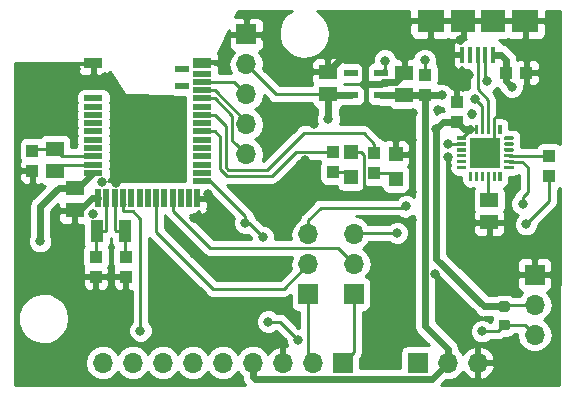
<source format=gbr>
G04 #@! TF.GenerationSoftware,KiCad,Pcbnew,(6.0.0-rc1-dev-1027-g90233e5ec)*
G04 #@! TF.CreationDate,2018-11-05T19:20:42+01:00*
G04 #@! TF.ProjectId,eBoard_remote_reciever,65426F6172645F72656D6F74655F7265,rev?*
G04 #@! TF.SameCoordinates,Original*
G04 #@! TF.FileFunction,Copper,L1,Top*
G04 #@! TF.FilePolarity,Positive*
%FSLAX46Y46*%
G04 Gerber Fmt 4.6, Leading zero omitted, Abs format (unit mm)*
G04 Created by KiCad (PCBNEW (6.0.0-rc1-dev-1027-g90233e5ec)) date 05.11.2018 19.20.42*
%MOMM*%
%LPD*%
G01*
G04 APERTURE LIST*
G04 #@! TA.AperFunction,Conductor*
%ADD10C,0.100000*%
G04 #@! TD*
G04 #@! TA.AperFunction,SMDPad,CuDef*
%ADD11C,0.875000*%
G04 #@! TD*
G04 #@! TA.AperFunction,SMDPad,CuDef*
%ADD12R,1.500000X1.240000*%
G04 #@! TD*
G04 #@! TA.AperFunction,SMDPad,CuDef*
%ADD13R,1.200000X0.500000*%
G04 #@! TD*
G04 #@! TA.AperFunction,SMDPad,CuDef*
%ADD14R,1.600000X0.900000*%
G04 #@! TD*
G04 #@! TA.AperFunction,SMDPad,CuDef*
%ADD15R,1.600000X0.480000*%
G04 #@! TD*
G04 #@! TA.AperFunction,SMDPad,CuDef*
%ADD16R,0.480000X1.600000*%
G04 #@! TD*
G04 #@! TA.AperFunction,ComponentPad*
%ADD17O,1.700000X1.700000*%
G04 #@! TD*
G04 #@! TA.AperFunction,ComponentPad*
%ADD18R,1.700000X1.700000*%
G04 #@! TD*
G04 #@! TA.AperFunction,SMDPad,CuDef*
%ADD19R,1.000000X1.075000*%
G04 #@! TD*
G04 #@! TA.AperFunction,SMDPad,CuDef*
%ADD20R,1.200000X1.200000*%
G04 #@! TD*
G04 #@! TA.AperFunction,SMDPad,CuDef*
%ADD21R,1.200000X0.550000*%
G04 #@! TD*
G04 #@! TA.AperFunction,SMDPad,CuDef*
%ADD22R,2.500000X2.500000*%
G04 #@! TD*
G04 #@! TA.AperFunction,SMDPad,CuDef*
%ADD23C,0.280000*%
G04 #@! TD*
G04 #@! TA.AperFunction,SMDPad,CuDef*
%ADD24R,1.100000X1.900000*%
G04 #@! TD*
G04 #@! TA.AperFunction,SMDPad,CuDef*
%ADD25R,2.000000X1.900000*%
G04 #@! TD*
G04 #@! TA.AperFunction,SMDPad,CuDef*
%ADD26R,2.300000X1.900000*%
G04 #@! TD*
G04 #@! TA.AperFunction,SMDPad,CuDef*
%ADD27R,0.400000X1.400000*%
G04 #@! TD*
G04 #@! TA.AperFunction,SMDPad,CuDef*
%ADD28R,1.100000X1.000000*%
G04 #@! TD*
G04 #@! TA.AperFunction,ViaPad*
%ADD29C,0.800000*%
G04 #@! TD*
G04 #@! TA.AperFunction,Conductor*
%ADD30C,0.250000*%
G04 #@! TD*
G04 #@! TA.AperFunction,Conductor*
%ADD31C,0.600000*%
G04 #@! TD*
G04 #@! TA.AperFunction,Conductor*
%ADD32C,0.254000*%
G04 #@! TD*
G04 APERTURE END LIST*
D10*
G04 #@! TO.N,/A0*
G04 #@! TO.C,R10*
G36*
X170147811Y-146223253D02*
X170169046Y-146226403D01*
X170189870Y-146231619D01*
X170210082Y-146238851D01*
X170229488Y-146248030D01*
X170247901Y-146259066D01*
X170265144Y-146271854D01*
X170281050Y-146286270D01*
X170295466Y-146302176D01*
X170308254Y-146319419D01*
X170319290Y-146337832D01*
X170328469Y-146357238D01*
X170335701Y-146377450D01*
X170340917Y-146398274D01*
X170344067Y-146419509D01*
X170345120Y-146440950D01*
X170345120Y-146878450D01*
X170344067Y-146899891D01*
X170340917Y-146921126D01*
X170335701Y-146941950D01*
X170328469Y-146962162D01*
X170319290Y-146981568D01*
X170308254Y-146999981D01*
X170295466Y-147017224D01*
X170281050Y-147033130D01*
X170265144Y-147047546D01*
X170247901Y-147060334D01*
X170229488Y-147071370D01*
X170210082Y-147080549D01*
X170189870Y-147087781D01*
X170169046Y-147092997D01*
X170147811Y-147096147D01*
X170126370Y-147097200D01*
X169613870Y-147097200D01*
X169592429Y-147096147D01*
X169571194Y-147092997D01*
X169550370Y-147087781D01*
X169530158Y-147080549D01*
X169510752Y-147071370D01*
X169492339Y-147060334D01*
X169475096Y-147047546D01*
X169459190Y-147033130D01*
X169444774Y-147017224D01*
X169431986Y-146999981D01*
X169420950Y-146981568D01*
X169411771Y-146962162D01*
X169404539Y-146941950D01*
X169399323Y-146921126D01*
X169396173Y-146899891D01*
X169395120Y-146878450D01*
X169395120Y-146440950D01*
X169396173Y-146419509D01*
X169399323Y-146398274D01*
X169404539Y-146377450D01*
X169411771Y-146357238D01*
X169420950Y-146337832D01*
X169431986Y-146319419D01*
X169444774Y-146302176D01*
X169459190Y-146286270D01*
X169475096Y-146271854D01*
X169492339Y-146259066D01*
X169510752Y-146248030D01*
X169530158Y-146238851D01*
X169550370Y-146231619D01*
X169571194Y-146226403D01*
X169592429Y-146223253D01*
X169613870Y-146222200D01*
X170126370Y-146222200D01*
X170147811Y-146223253D01*
X170147811Y-146223253D01*
G37*
D11*
G04 #@! TD*
G04 #@! TO.P,R10,2*
G04 #@! TO.N,/A0*
X169870120Y-146659700D03*
D10*
G04 #@! TO.N,3.3V*
G04 #@! TO.C,R10*
G36*
X170147811Y-144648253D02*
X170169046Y-144651403D01*
X170189870Y-144656619D01*
X170210082Y-144663851D01*
X170229488Y-144673030D01*
X170247901Y-144684066D01*
X170265144Y-144696854D01*
X170281050Y-144711270D01*
X170295466Y-144727176D01*
X170308254Y-144744419D01*
X170319290Y-144762832D01*
X170328469Y-144782238D01*
X170335701Y-144802450D01*
X170340917Y-144823274D01*
X170344067Y-144844509D01*
X170345120Y-144865950D01*
X170345120Y-145303450D01*
X170344067Y-145324891D01*
X170340917Y-145346126D01*
X170335701Y-145366950D01*
X170328469Y-145387162D01*
X170319290Y-145406568D01*
X170308254Y-145424981D01*
X170295466Y-145442224D01*
X170281050Y-145458130D01*
X170265144Y-145472546D01*
X170247901Y-145485334D01*
X170229488Y-145496370D01*
X170210082Y-145505549D01*
X170189870Y-145512781D01*
X170169046Y-145517997D01*
X170147811Y-145521147D01*
X170126370Y-145522200D01*
X169613870Y-145522200D01*
X169592429Y-145521147D01*
X169571194Y-145517997D01*
X169550370Y-145512781D01*
X169530158Y-145505549D01*
X169510752Y-145496370D01*
X169492339Y-145485334D01*
X169475096Y-145472546D01*
X169459190Y-145458130D01*
X169444774Y-145442224D01*
X169431986Y-145424981D01*
X169420950Y-145406568D01*
X169411771Y-145387162D01*
X169404539Y-145366950D01*
X169399323Y-145346126D01*
X169396173Y-145324891D01*
X169395120Y-145303450D01*
X169395120Y-144865950D01*
X169396173Y-144844509D01*
X169399323Y-144823274D01*
X169404539Y-144802450D01*
X169411771Y-144782238D01*
X169420950Y-144762832D01*
X169431986Y-144744419D01*
X169444774Y-144727176D01*
X169459190Y-144711270D01*
X169475096Y-144696854D01*
X169492339Y-144684066D01*
X169510752Y-144673030D01*
X169530158Y-144663851D01*
X169550370Y-144656619D01*
X169571194Y-144651403D01*
X169592429Y-144648253D01*
X169613870Y-144647200D01*
X170126370Y-144647200D01*
X170147811Y-144648253D01*
X170147811Y-144648253D01*
G37*
D11*
G04 #@! TD*
G04 #@! TO.P,R10,1*
G04 #@! TO.N,3.3V*
X169870120Y-145084700D03*
D12*
G04 #@! TO.P,C6,2*
G04 #@! TO.N,GND*
X161422080Y-125323560D03*
G04 #@! TO.P,C6,1*
G04 #@! TO.N,VBUS*
X161422080Y-127223560D03*
G04 #@! TD*
D13*
G04 #@! TO.P,U1,41*
G04 #@! TO.N,Net-(U1-Pad41)*
X142600000Y-126420000D03*
G04 #@! TO.P,U1,40*
G04 #@! TO.N,Net-(U1-Pad40)*
X142600000Y-125020000D03*
D14*
G04 #@! TO.P,U1,39*
G04 #@! TO.N,GND*
X144300000Y-124470000D03*
D15*
G04 #@! TO.P,U1,38*
G04 #@! TO.N,/FRST*
X144300000Y-125370000D03*
G04 #@! TO.P,U1,37*
G04 #@! TO.N,/SWDIO*
X144300000Y-126070000D03*
G04 #@! TO.P,U1,36*
G04 #@! TO.N,/SWCLK*
X144300000Y-126770000D03*
G04 #@! TO.P,U1,35*
G04 #@! TO.N,/RESET*
X144300000Y-127470000D03*
G04 #@! TO.P,U1,34*
G04 #@! TO.N,/DFU*
X144300000Y-128170000D03*
G04 #@! TO.P,U1,33*
G04 #@! TO.N,Net-(R2-Pad2)*
X144300000Y-128870000D03*
G04 #@! TO.P,U1,32*
G04 #@! TO.N,/SWO*
X144300000Y-129570000D03*
G04 #@! TO.P,U1,31*
G04 #@! TO.N,Net-(R1-Pad2)*
X144300000Y-130270000D03*
G04 #@! TO.P,U1,30*
G04 #@! TO.N,/P0.16*
X144300000Y-130970000D03*
G04 #@! TO.P,U1,29*
G04 #@! TO.N,/P0.15*
X144300000Y-131670000D03*
G04 #@! TO.P,U1,28*
G04 #@! TO.N,/MISO*
X144300000Y-132370000D03*
G04 #@! TO.P,U1,27*
G04 #@! TO.N,/MOSI*
X144300000Y-133070000D03*
G04 #@! TO.P,U1,26*
G04 #@! TO.N,/SCK*
X144300000Y-133770000D03*
G04 #@! TO.P,U1,25*
G04 #@! TO.N,/P0.11*
X144300000Y-134470000D03*
D16*
G04 #@! TO.P,U1,24*
G04 #@! TO.N,GND*
X143900000Y-135920000D03*
G04 #@! TO.P,U1,23*
G04 #@! TO.N,Net-(U1-Pad23)*
X143200000Y-135920000D03*
G04 #@! TO.P,U1,22*
G04 #@! TO.N,Net-(U1-Pad22)*
X142500000Y-135920000D03*
G04 #@! TO.P,U1,21*
G04 #@! TO.N,/RX*
X141800000Y-135920000D03*
G04 #@! TO.P,U1,20*
G04 #@! TO.N,/P0.07*
X141100000Y-135920000D03*
G04 #@! TO.P,U1,19*
G04 #@! TO.N,/TX*
X140400000Y-135920000D03*
G04 #@! TO.P,U1,18*
G04 #@! TO.N,/A3/0.05*
X139700000Y-135920000D03*
G04 #@! TO.P,U1,17*
G04 #@! TO.N,/A2/0.04*
X139000000Y-135920000D03*
G04 #@! TO.P,U1,16*
G04 #@! TO.N,/A1/0.03*
X138300000Y-135920000D03*
G04 #@! TO.P,U1,15*
G04 #@! TO.N,/A0*
X137600000Y-135920000D03*
G04 #@! TO.P,U1,14*
G04 #@! TO.N,Net-(C2-Pad1)*
X136900000Y-135920000D03*
G04 #@! TO.P,U1,13*
G04 #@! TO.N,Net-(C1-Pad1)*
X136200000Y-135920000D03*
G04 #@! TO.P,U1,12*
G04 #@! TO.N,GND*
X135500000Y-135920000D03*
D15*
G04 #@! TO.P,U1,11*
G04 #@! TO.N,3.3V*
X135100000Y-133770000D03*
G04 #@! TO.P,U1,10*
G04 #@! TO.N,Net-(L2-Pad2)*
X135100000Y-133070000D03*
G04 #@! TO.P,U1,9*
G04 #@! TO.N,Net-(C4-Pad1)*
X135100000Y-132370000D03*
G04 #@! TO.P,U1,8*
G04 #@! TO.N,/A7/P0.31*
X135100000Y-131670000D03*
G04 #@! TO.P,U1,7*
G04 #@! TO.N,/A6/P0.30*
X135100000Y-130970000D03*
G04 #@! TO.P,U1,6*
G04 #@! TO.N,/A5/0.29*
X135100000Y-130270000D03*
G04 #@! TO.P,U1,5*
G04 #@! TO.N,/A4/0.28*
X135100000Y-129570000D03*
G04 #@! TO.P,U1,4*
G04 #@! TO.N,/P0.27*
X135100000Y-128870000D03*
G04 #@! TO.P,U1,3*
G04 #@! TO.N,/SCL*
X135100000Y-128170000D03*
G04 #@! TO.P,U1,2*
G04 #@! TO.N,/SDA*
X135100000Y-127470000D03*
D14*
G04 #@! TO.P,U1,1*
G04 #@! TO.N,GND*
X135100000Y-124470000D03*
G04 #@! TD*
D12*
G04 #@! TO.P,C3,2*
G04 #@! TO.N,GND*
X133497320Y-136946680D03*
G04 #@! TO.P,C3,1*
G04 #@! TO.N,3.3V*
X133497320Y-135046680D03*
G04 #@! TD*
D17*
G04 #@! TO.P,J2,3*
G04 #@! TO.N,/A0*
X172450760Y-147477480D03*
G04 #@! TO.P,J2,2*
G04 #@! TO.N,3.3V*
X172450760Y-144937480D03*
D18*
G04 #@! TO.P,J2,1*
G04 #@! TO.N,GND*
X172450760Y-142397480D03*
G04 #@! TD*
D17*
G04 #@! TO.P,J105,3*
G04 #@! TO.N,/TXD_prejumper*
X153283920Y-138983720D03*
G04 #@! TO.P,J105,2*
G04 #@! TO.N,/TX*
X153283920Y-141523720D03*
D18*
G04 #@! TO.P,J105,1*
G04 #@! TO.N,/TXD*
X153283920Y-144063720D03*
G04 #@! TD*
D17*
G04 #@! TO.P,J104,3*
G04 #@! TO.N,/RXD_prejumper*
X157134560Y-138938000D03*
G04 #@! TO.P,J104,2*
G04 #@! TO.N,/RX*
X157134560Y-141478000D03*
D18*
G04 #@! TO.P,J104,1*
G04 #@! TO.N,/RXD*
X157134560Y-144018000D03*
G04 #@! TD*
D17*
G04 #@! TO.P,J103,3*
G04 #@! TO.N,GND*
X167640000Y-149860000D03*
G04 #@! TO.P,J103,2*
G04 #@! TO.N,VBUS*
X165100000Y-149860000D03*
D18*
G04 #@! TO.P,J103,1*
G04 #@! TO.N,/P0.11*
X162560000Y-149860000D03*
G04 #@! TD*
D17*
G04 #@! TO.P,J102,9*
G04 #@! TO.N,N/C*
X135890000Y-149860000D03*
G04 #@! TO.P,J102,8*
G04 #@! TO.N,Net-(J102-Pad8)*
X138430000Y-149860000D03*
G04 #@! TO.P,J102,7*
G04 #@! TO.N,Net-(J102-Pad7)*
X140970000Y-149860000D03*
G04 #@! TO.P,J102,6*
G04 #@! TO.N,Net-(J102-Pad6)*
X143510000Y-149860000D03*
G04 #@! TO.P,J102,5*
G04 #@! TO.N,Net-(J102-Pad5)*
X146050000Y-149860000D03*
G04 #@! TO.P,J102,4*
G04 #@! TO.N,VBUS*
X148590000Y-149860000D03*
G04 #@! TO.P,J102,3*
G04 #@! TO.N,GND*
X151130000Y-149860000D03*
G04 #@! TO.P,J102,2*
G04 #@! TO.N,/TXD*
X153670000Y-149860000D03*
D18*
G04 #@! TO.P,J102,1*
G04 #@! TO.N,/RXD*
X156210000Y-149860000D03*
G04 #@! TD*
D17*
G04 #@! TO.P,J101,5*
G04 #@! TO.N,/RESET*
X148026120Y-132217160D03*
G04 #@! TO.P,J101,4*
G04 #@! TO.N,/SWCLK*
X148026120Y-129677160D03*
G04 #@! TO.P,J101,3*
G04 #@! TO.N,/SWDIO*
X148026120Y-127137160D03*
G04 #@! TO.P,J101,2*
G04 #@! TO.N,3.3V*
X148026120Y-124597160D03*
D18*
G04 #@! TO.P,J101,1*
G04 #@! TO.N,GND*
X148026120Y-122057160D03*
G04 #@! TD*
D19*
G04 #@! TO.P,C1,2*
G04 #@! TO.N,GND*
X135310880Y-142576920D03*
G04 #@! TO.P,C1,1*
G04 #@! TO.N,Net-(C1-Pad1)*
X135310880Y-140876920D03*
G04 #@! TD*
G04 #@! TO.P,C2,2*
G04 #@! TO.N,GND*
X137850880Y-142576920D03*
G04 #@! TO.P,C2,1*
G04 #@! TO.N,Net-(C2-Pad1)*
X137850880Y-140876920D03*
G04 #@! TD*
D20*
G04 #@! TO.P,D1,A*
G04 #@! TO.N,Net-(D1-PadA)*
X156895800Y-134146000D03*
G04 #@! TO.P,D1,C*
G04 #@! TO.N,GND*
X156895800Y-132046000D03*
G04 #@! TD*
G04 #@! TO.P,D2,A*
G04 #@! TO.N,Net-(D2-PadA)*
X160685480Y-134278080D03*
G04 #@! TO.P,D2,C*
G04 #@! TO.N,GND*
X160685480Y-132178080D03*
G04 #@! TD*
D19*
G04 #@! TO.P,R1,2*
G04 #@! TO.N,Net-(R1-Pad2)*
X155366720Y-132012320D03*
G04 #@! TO.P,R1,1*
G04 #@! TO.N,Net-(D1-PadA)*
X155366720Y-133712320D03*
G04 #@! TD*
G04 #@! TO.P,R2,2*
G04 #@! TO.N,Net-(R2-Pad2)*
X158866840Y-132083440D03*
G04 #@! TO.P,R2,1*
G04 #@! TO.N,Net-(D2-PadA)*
X158866840Y-133783440D03*
G04 #@! TD*
D12*
G04 #@! TO.P,L2,2*
G04 #@! TO.N,Net-(L2-Pad2)*
X131838700Y-133639600D03*
G04 #@! TO.P,L2,1*
G04 #@! TO.N,Net-(C4-Pad1)*
X131838700Y-131739600D03*
G04 #@! TD*
D19*
G04 #@! TO.P,C4,2*
G04 #@! TO.N,GND*
X129936240Y-133595480D03*
G04 #@! TO.P,C4,1*
G04 #@! TO.N,Net-(C4-Pad1)*
X129936240Y-131895480D03*
G04 #@! TD*
D12*
G04 #@! TO.P,C8,2*
G04 #@! TO.N,GND*
X154940000Y-125211800D03*
G04 #@! TO.P,C8,1*
G04 #@! TO.N,3.3V*
X154940000Y-127111800D03*
G04 #@! TD*
D21*
G04 #@! TO.P,U2,5*
G04 #@! TO.N,3.3V*
X156865700Y-127198160D03*
G04 #@! TO.P,U2,4*
G04 #@! TO.N,Net-(U2-Pad4)*
X156865700Y-125298160D03*
G04 #@! TO.P,U2,3*
G04 #@! TO.N,Net-(R5-Pad1)*
X159465900Y-125298160D03*
G04 #@! TO.P,U2,2*
G04 #@! TO.N,GND*
X159465900Y-126248160D03*
G04 #@! TO.P,U2,1*
G04 #@! TO.N,VBUS*
X159465900Y-127198160D03*
G04 #@! TD*
D19*
G04 #@! TO.P,R5,2*
G04 #@! TO.N,VBUS*
X163184840Y-127174360D03*
G04 #@! TO.P,R5,1*
G04 #@! TO.N,Net-(R5-Pad1)*
X163184840Y-125474360D03*
G04 #@! TD*
D22*
G04 #@! TO.P,U4,THERM*
G04 #@! TO.N,GND*
X168275000Y-132080000D03*
D10*
G04 #@! TD*
G04 #@! TO.N,Net-(U4-Pad24)*
G04 #@! TO.C,U4*
G36*
X170611861Y-130690337D02*
X170618656Y-130691345D01*
X170625320Y-130693014D01*
X170631788Y-130695328D01*
X170637998Y-130698266D01*
X170643890Y-130701797D01*
X170649408Y-130705889D01*
X170654497Y-130710503D01*
X170659111Y-130715592D01*
X170663203Y-130721110D01*
X170666734Y-130727002D01*
X170669672Y-130733212D01*
X170671986Y-130739680D01*
X170673655Y-130746344D01*
X170674663Y-130753139D01*
X170675000Y-130760000D01*
X170675000Y-130900000D01*
X170674663Y-130906861D01*
X170673655Y-130913656D01*
X170671986Y-130920320D01*
X170669672Y-130926788D01*
X170666734Y-130932998D01*
X170663203Y-130938890D01*
X170659111Y-130944408D01*
X170654497Y-130949497D01*
X170649408Y-130954111D01*
X170643890Y-130958203D01*
X170637998Y-130961734D01*
X170631788Y-130964672D01*
X170625320Y-130966986D01*
X170618656Y-130968655D01*
X170611861Y-130969663D01*
X170605000Y-130970000D01*
X169945000Y-130970000D01*
X169938139Y-130969663D01*
X169931344Y-130968655D01*
X169924680Y-130966986D01*
X169918212Y-130964672D01*
X169912002Y-130961734D01*
X169906110Y-130958203D01*
X169900592Y-130954111D01*
X169895503Y-130949497D01*
X169890889Y-130944408D01*
X169886797Y-130938890D01*
X169883266Y-130932998D01*
X169880328Y-130926788D01*
X169878014Y-130920320D01*
X169876345Y-130913656D01*
X169875337Y-130906861D01*
X169875000Y-130900000D01*
X169875000Y-130760000D01*
X169875337Y-130753139D01*
X169876345Y-130746344D01*
X169878014Y-130739680D01*
X169880328Y-130733212D01*
X169883266Y-130727002D01*
X169886797Y-130721110D01*
X169890889Y-130715592D01*
X169895503Y-130710503D01*
X169900592Y-130705889D01*
X169906110Y-130701797D01*
X169912002Y-130698266D01*
X169918212Y-130695328D01*
X169924680Y-130693014D01*
X169931344Y-130691345D01*
X169938139Y-130690337D01*
X169945000Y-130690000D01*
X170605000Y-130690000D01*
X170611861Y-130690337D01*
X170611861Y-130690337D01*
G37*
D23*
G04 #@! TO.P,U4,24*
G04 #@! TO.N,Net-(U4-Pad24)*
X170275000Y-130830000D03*
D10*
G04 #@! TD*
G04 #@! TO.N,/DTR*
G04 #@! TO.C,U4*
G36*
X170611861Y-131190337D02*
X170618656Y-131191345D01*
X170625320Y-131193014D01*
X170631788Y-131195328D01*
X170637998Y-131198266D01*
X170643890Y-131201797D01*
X170649408Y-131205889D01*
X170654497Y-131210503D01*
X170659111Y-131215592D01*
X170663203Y-131221110D01*
X170666734Y-131227002D01*
X170669672Y-131233212D01*
X170671986Y-131239680D01*
X170673655Y-131246344D01*
X170674663Y-131253139D01*
X170675000Y-131260000D01*
X170675000Y-131400000D01*
X170674663Y-131406861D01*
X170673655Y-131413656D01*
X170671986Y-131420320D01*
X170669672Y-131426788D01*
X170666734Y-131432998D01*
X170663203Y-131438890D01*
X170659111Y-131444408D01*
X170654497Y-131449497D01*
X170649408Y-131454111D01*
X170643890Y-131458203D01*
X170637998Y-131461734D01*
X170631788Y-131464672D01*
X170625320Y-131466986D01*
X170618656Y-131468655D01*
X170611861Y-131469663D01*
X170605000Y-131470000D01*
X169945000Y-131470000D01*
X169938139Y-131469663D01*
X169931344Y-131468655D01*
X169924680Y-131466986D01*
X169918212Y-131464672D01*
X169912002Y-131461734D01*
X169906110Y-131458203D01*
X169900592Y-131454111D01*
X169895503Y-131449497D01*
X169890889Y-131444408D01*
X169886797Y-131438890D01*
X169883266Y-131432998D01*
X169880328Y-131426788D01*
X169878014Y-131420320D01*
X169876345Y-131413656D01*
X169875337Y-131406861D01*
X169875000Y-131400000D01*
X169875000Y-131260000D01*
X169875337Y-131253139D01*
X169876345Y-131246344D01*
X169878014Y-131239680D01*
X169880328Y-131233212D01*
X169883266Y-131227002D01*
X169886797Y-131221110D01*
X169890889Y-131215592D01*
X169895503Y-131210503D01*
X169900592Y-131205889D01*
X169906110Y-131201797D01*
X169912002Y-131198266D01*
X169918212Y-131195328D01*
X169924680Y-131193014D01*
X169931344Y-131191345D01*
X169938139Y-131190337D01*
X169945000Y-131190000D01*
X170605000Y-131190000D01*
X170611861Y-131190337D01*
X170611861Y-131190337D01*
G37*
D23*
G04 #@! TO.P,U4,23*
G04 #@! TO.N,/DTR*
X170275000Y-131330000D03*
D10*
G04 #@! TD*
G04 #@! TO.N,Net-(U4-Pad22)*
G04 #@! TO.C,U4*
G36*
X170611861Y-131690337D02*
X170618656Y-131691345D01*
X170625320Y-131693014D01*
X170631788Y-131695328D01*
X170637998Y-131698266D01*
X170643890Y-131701797D01*
X170649408Y-131705889D01*
X170654497Y-131710503D01*
X170659111Y-131715592D01*
X170663203Y-131721110D01*
X170666734Y-131727002D01*
X170669672Y-131733212D01*
X170671986Y-131739680D01*
X170673655Y-131746344D01*
X170674663Y-131753139D01*
X170675000Y-131760000D01*
X170675000Y-131900000D01*
X170674663Y-131906861D01*
X170673655Y-131913656D01*
X170671986Y-131920320D01*
X170669672Y-131926788D01*
X170666734Y-131932998D01*
X170663203Y-131938890D01*
X170659111Y-131944408D01*
X170654497Y-131949497D01*
X170649408Y-131954111D01*
X170643890Y-131958203D01*
X170637998Y-131961734D01*
X170631788Y-131964672D01*
X170625320Y-131966986D01*
X170618656Y-131968655D01*
X170611861Y-131969663D01*
X170605000Y-131970000D01*
X169945000Y-131970000D01*
X169938139Y-131969663D01*
X169931344Y-131968655D01*
X169924680Y-131966986D01*
X169918212Y-131964672D01*
X169912002Y-131961734D01*
X169906110Y-131958203D01*
X169900592Y-131954111D01*
X169895503Y-131949497D01*
X169890889Y-131944408D01*
X169886797Y-131938890D01*
X169883266Y-131932998D01*
X169880328Y-131926788D01*
X169878014Y-131920320D01*
X169876345Y-131913656D01*
X169875337Y-131906861D01*
X169875000Y-131900000D01*
X169875000Y-131760000D01*
X169875337Y-131753139D01*
X169876345Y-131746344D01*
X169878014Y-131739680D01*
X169880328Y-131733212D01*
X169883266Y-131727002D01*
X169886797Y-131721110D01*
X169890889Y-131715592D01*
X169895503Y-131710503D01*
X169900592Y-131705889D01*
X169906110Y-131701797D01*
X169912002Y-131698266D01*
X169918212Y-131695328D01*
X169924680Y-131693014D01*
X169931344Y-131691345D01*
X169938139Y-131690337D01*
X169945000Y-131690000D01*
X170605000Y-131690000D01*
X170611861Y-131690337D01*
X170611861Y-131690337D01*
G37*
D23*
G04 #@! TO.P,U4,22*
G04 #@! TO.N,Net-(U4-Pad22)*
X170275000Y-131830000D03*
D10*
G04 #@! TD*
G04 #@! TO.N,Net-(R9-Pad1)*
G04 #@! TO.C,U4*
G36*
X170611861Y-132190337D02*
X170618656Y-132191345D01*
X170625320Y-132193014D01*
X170631788Y-132195328D01*
X170637998Y-132198266D01*
X170643890Y-132201797D01*
X170649408Y-132205889D01*
X170654497Y-132210503D01*
X170659111Y-132215592D01*
X170663203Y-132221110D01*
X170666734Y-132227002D01*
X170669672Y-132233212D01*
X170671986Y-132239680D01*
X170673655Y-132246344D01*
X170674663Y-132253139D01*
X170675000Y-132260000D01*
X170675000Y-132400000D01*
X170674663Y-132406861D01*
X170673655Y-132413656D01*
X170671986Y-132420320D01*
X170669672Y-132426788D01*
X170666734Y-132432998D01*
X170663203Y-132438890D01*
X170659111Y-132444408D01*
X170654497Y-132449497D01*
X170649408Y-132454111D01*
X170643890Y-132458203D01*
X170637998Y-132461734D01*
X170631788Y-132464672D01*
X170625320Y-132466986D01*
X170618656Y-132468655D01*
X170611861Y-132469663D01*
X170605000Y-132470000D01*
X169945000Y-132470000D01*
X169938139Y-132469663D01*
X169931344Y-132468655D01*
X169924680Y-132466986D01*
X169918212Y-132464672D01*
X169912002Y-132461734D01*
X169906110Y-132458203D01*
X169900592Y-132454111D01*
X169895503Y-132449497D01*
X169890889Y-132444408D01*
X169886797Y-132438890D01*
X169883266Y-132432998D01*
X169880328Y-132426788D01*
X169878014Y-132420320D01*
X169876345Y-132413656D01*
X169875337Y-132406861D01*
X169875000Y-132400000D01*
X169875000Y-132260000D01*
X169875337Y-132253139D01*
X169876345Y-132246344D01*
X169878014Y-132239680D01*
X169880328Y-132233212D01*
X169883266Y-132227002D01*
X169886797Y-132221110D01*
X169890889Y-132215592D01*
X169895503Y-132210503D01*
X169900592Y-132205889D01*
X169906110Y-132201797D01*
X169912002Y-132198266D01*
X169918212Y-132195328D01*
X169924680Y-132193014D01*
X169931344Y-132191345D01*
X169938139Y-132190337D01*
X169945000Y-132190000D01*
X170605000Y-132190000D01*
X170611861Y-132190337D01*
X170611861Y-132190337D01*
G37*
D23*
G04 #@! TO.P,U4,21*
G04 #@! TO.N,Net-(R9-Pad1)*
X170275000Y-132330000D03*
D10*
G04 #@! TD*
G04 #@! TO.N,/TXD_prejumper*
G04 #@! TO.C,U4*
G36*
X170611861Y-132690337D02*
X170618656Y-132691345D01*
X170625320Y-132693014D01*
X170631788Y-132695328D01*
X170637998Y-132698266D01*
X170643890Y-132701797D01*
X170649408Y-132705889D01*
X170654497Y-132710503D01*
X170659111Y-132715592D01*
X170663203Y-132721110D01*
X170666734Y-132727002D01*
X170669672Y-132733212D01*
X170671986Y-132739680D01*
X170673655Y-132746344D01*
X170674663Y-132753139D01*
X170675000Y-132760000D01*
X170675000Y-132900000D01*
X170674663Y-132906861D01*
X170673655Y-132913656D01*
X170671986Y-132920320D01*
X170669672Y-132926788D01*
X170666734Y-132932998D01*
X170663203Y-132938890D01*
X170659111Y-132944408D01*
X170654497Y-132949497D01*
X170649408Y-132954111D01*
X170643890Y-132958203D01*
X170637998Y-132961734D01*
X170631788Y-132964672D01*
X170625320Y-132966986D01*
X170618656Y-132968655D01*
X170611861Y-132969663D01*
X170605000Y-132970000D01*
X169945000Y-132970000D01*
X169938139Y-132969663D01*
X169931344Y-132968655D01*
X169924680Y-132966986D01*
X169918212Y-132964672D01*
X169912002Y-132961734D01*
X169906110Y-132958203D01*
X169900592Y-132954111D01*
X169895503Y-132949497D01*
X169890889Y-132944408D01*
X169886797Y-132938890D01*
X169883266Y-132932998D01*
X169880328Y-132926788D01*
X169878014Y-132920320D01*
X169876345Y-132913656D01*
X169875337Y-132906861D01*
X169875000Y-132900000D01*
X169875000Y-132760000D01*
X169875337Y-132753139D01*
X169876345Y-132746344D01*
X169878014Y-132739680D01*
X169880328Y-132733212D01*
X169883266Y-132727002D01*
X169886797Y-132721110D01*
X169890889Y-132715592D01*
X169895503Y-132710503D01*
X169900592Y-132705889D01*
X169906110Y-132701797D01*
X169912002Y-132698266D01*
X169918212Y-132695328D01*
X169924680Y-132693014D01*
X169931344Y-132691345D01*
X169938139Y-132690337D01*
X169945000Y-132690000D01*
X170605000Y-132690000D01*
X170611861Y-132690337D01*
X170611861Y-132690337D01*
G37*
D23*
G04 #@! TO.P,U4,20*
G04 #@! TO.N,/TXD_prejumper*
X170275000Y-132830000D03*
D10*
G04 #@! TD*
G04 #@! TO.N,Net-(U4-Pad19)*
G04 #@! TO.C,U4*
G36*
X170611861Y-133190337D02*
X170618656Y-133191345D01*
X170625320Y-133193014D01*
X170631788Y-133195328D01*
X170637998Y-133198266D01*
X170643890Y-133201797D01*
X170649408Y-133205889D01*
X170654497Y-133210503D01*
X170659111Y-133215592D01*
X170663203Y-133221110D01*
X170666734Y-133227002D01*
X170669672Y-133233212D01*
X170671986Y-133239680D01*
X170673655Y-133246344D01*
X170674663Y-133253139D01*
X170675000Y-133260000D01*
X170675000Y-133400000D01*
X170674663Y-133406861D01*
X170673655Y-133413656D01*
X170671986Y-133420320D01*
X170669672Y-133426788D01*
X170666734Y-133432998D01*
X170663203Y-133438890D01*
X170659111Y-133444408D01*
X170654497Y-133449497D01*
X170649408Y-133454111D01*
X170643890Y-133458203D01*
X170637998Y-133461734D01*
X170631788Y-133464672D01*
X170625320Y-133466986D01*
X170618656Y-133468655D01*
X170611861Y-133469663D01*
X170605000Y-133470000D01*
X169945000Y-133470000D01*
X169938139Y-133469663D01*
X169931344Y-133468655D01*
X169924680Y-133466986D01*
X169918212Y-133464672D01*
X169912002Y-133461734D01*
X169906110Y-133458203D01*
X169900592Y-133454111D01*
X169895503Y-133449497D01*
X169890889Y-133444408D01*
X169886797Y-133438890D01*
X169883266Y-133432998D01*
X169880328Y-133426788D01*
X169878014Y-133420320D01*
X169876345Y-133413656D01*
X169875337Y-133406861D01*
X169875000Y-133400000D01*
X169875000Y-133260000D01*
X169875337Y-133253139D01*
X169876345Y-133246344D01*
X169878014Y-133239680D01*
X169880328Y-133233212D01*
X169883266Y-133227002D01*
X169886797Y-133221110D01*
X169890889Y-133215592D01*
X169895503Y-133210503D01*
X169900592Y-133205889D01*
X169906110Y-133201797D01*
X169912002Y-133198266D01*
X169918212Y-133195328D01*
X169924680Y-133193014D01*
X169931344Y-133191345D01*
X169938139Y-133190337D01*
X169945000Y-133190000D01*
X170605000Y-133190000D01*
X170611861Y-133190337D01*
X170611861Y-133190337D01*
G37*
D23*
G04 #@! TO.P,U4,19*
G04 #@! TO.N,Net-(U4-Pad19)*
X170275000Y-133330000D03*
D10*
G04 #@! TD*
G04 #@! TO.N,Net-(U4-Pad18)*
G04 #@! TO.C,U4*
G36*
X169601861Y-133680337D02*
X169608656Y-133681345D01*
X169615320Y-133683014D01*
X169621788Y-133685328D01*
X169627998Y-133688266D01*
X169633890Y-133691797D01*
X169639408Y-133695889D01*
X169644497Y-133700503D01*
X169649111Y-133705592D01*
X169653203Y-133711110D01*
X169656734Y-133717002D01*
X169659672Y-133723212D01*
X169661986Y-133729680D01*
X169663655Y-133736344D01*
X169664663Y-133743139D01*
X169665000Y-133750000D01*
X169665000Y-134410000D01*
X169664663Y-134416861D01*
X169663655Y-134423656D01*
X169661986Y-134430320D01*
X169659672Y-134436788D01*
X169656734Y-134442998D01*
X169653203Y-134448890D01*
X169649111Y-134454408D01*
X169644497Y-134459497D01*
X169639408Y-134464111D01*
X169633890Y-134468203D01*
X169627998Y-134471734D01*
X169621788Y-134474672D01*
X169615320Y-134476986D01*
X169608656Y-134478655D01*
X169601861Y-134479663D01*
X169595000Y-134480000D01*
X169455000Y-134480000D01*
X169448139Y-134479663D01*
X169441344Y-134478655D01*
X169434680Y-134476986D01*
X169428212Y-134474672D01*
X169422002Y-134471734D01*
X169416110Y-134468203D01*
X169410592Y-134464111D01*
X169405503Y-134459497D01*
X169400889Y-134454408D01*
X169396797Y-134448890D01*
X169393266Y-134442998D01*
X169390328Y-134436788D01*
X169388014Y-134430320D01*
X169386345Y-134423656D01*
X169385337Y-134416861D01*
X169385000Y-134410000D01*
X169385000Y-133750000D01*
X169385337Y-133743139D01*
X169386345Y-133736344D01*
X169388014Y-133729680D01*
X169390328Y-133723212D01*
X169393266Y-133717002D01*
X169396797Y-133711110D01*
X169400889Y-133705592D01*
X169405503Y-133700503D01*
X169410592Y-133695889D01*
X169416110Y-133691797D01*
X169422002Y-133688266D01*
X169428212Y-133685328D01*
X169434680Y-133683014D01*
X169441344Y-133681345D01*
X169448139Y-133680337D01*
X169455000Y-133680000D01*
X169595000Y-133680000D01*
X169601861Y-133680337D01*
X169601861Y-133680337D01*
G37*
D23*
G04 #@! TO.P,U4,18*
G04 #@! TO.N,Net-(U4-Pad18)*
X169525000Y-134080000D03*
D10*
G04 #@! TD*
G04 #@! TO.N,Net-(U4-Pad17)*
G04 #@! TO.C,U4*
G36*
X169101861Y-133680337D02*
X169108656Y-133681345D01*
X169115320Y-133683014D01*
X169121788Y-133685328D01*
X169127998Y-133688266D01*
X169133890Y-133691797D01*
X169139408Y-133695889D01*
X169144497Y-133700503D01*
X169149111Y-133705592D01*
X169153203Y-133711110D01*
X169156734Y-133717002D01*
X169159672Y-133723212D01*
X169161986Y-133729680D01*
X169163655Y-133736344D01*
X169164663Y-133743139D01*
X169165000Y-133750000D01*
X169165000Y-134410000D01*
X169164663Y-134416861D01*
X169163655Y-134423656D01*
X169161986Y-134430320D01*
X169159672Y-134436788D01*
X169156734Y-134442998D01*
X169153203Y-134448890D01*
X169149111Y-134454408D01*
X169144497Y-134459497D01*
X169139408Y-134464111D01*
X169133890Y-134468203D01*
X169127998Y-134471734D01*
X169121788Y-134474672D01*
X169115320Y-134476986D01*
X169108656Y-134478655D01*
X169101861Y-134479663D01*
X169095000Y-134480000D01*
X168955000Y-134480000D01*
X168948139Y-134479663D01*
X168941344Y-134478655D01*
X168934680Y-134476986D01*
X168928212Y-134474672D01*
X168922002Y-134471734D01*
X168916110Y-134468203D01*
X168910592Y-134464111D01*
X168905503Y-134459497D01*
X168900889Y-134454408D01*
X168896797Y-134448890D01*
X168893266Y-134442998D01*
X168890328Y-134436788D01*
X168888014Y-134430320D01*
X168886345Y-134423656D01*
X168885337Y-134416861D01*
X168885000Y-134410000D01*
X168885000Y-133750000D01*
X168885337Y-133743139D01*
X168886345Y-133736344D01*
X168888014Y-133729680D01*
X168890328Y-133723212D01*
X168893266Y-133717002D01*
X168896797Y-133711110D01*
X168900889Y-133705592D01*
X168905503Y-133700503D01*
X168910592Y-133695889D01*
X168916110Y-133691797D01*
X168922002Y-133688266D01*
X168928212Y-133685328D01*
X168934680Y-133683014D01*
X168941344Y-133681345D01*
X168948139Y-133680337D01*
X168955000Y-133680000D01*
X169095000Y-133680000D01*
X169101861Y-133680337D01*
X169101861Y-133680337D01*
G37*
D23*
G04 #@! TO.P,U4,17*
G04 #@! TO.N,Net-(U4-Pad17)*
X169025000Y-134080000D03*
D10*
G04 #@! TD*
G04 #@! TO.N,Net-(C7-Pad1)*
G04 #@! TO.C,U4*
G36*
X168601861Y-133680337D02*
X168608656Y-133681345D01*
X168615320Y-133683014D01*
X168621788Y-133685328D01*
X168627998Y-133688266D01*
X168633890Y-133691797D01*
X168639408Y-133695889D01*
X168644497Y-133700503D01*
X168649111Y-133705592D01*
X168653203Y-133711110D01*
X168656734Y-133717002D01*
X168659672Y-133723212D01*
X168661986Y-133729680D01*
X168663655Y-133736344D01*
X168664663Y-133743139D01*
X168665000Y-133750000D01*
X168665000Y-134410000D01*
X168664663Y-134416861D01*
X168663655Y-134423656D01*
X168661986Y-134430320D01*
X168659672Y-134436788D01*
X168656734Y-134442998D01*
X168653203Y-134448890D01*
X168649111Y-134454408D01*
X168644497Y-134459497D01*
X168639408Y-134464111D01*
X168633890Y-134468203D01*
X168627998Y-134471734D01*
X168621788Y-134474672D01*
X168615320Y-134476986D01*
X168608656Y-134478655D01*
X168601861Y-134479663D01*
X168595000Y-134480000D01*
X168455000Y-134480000D01*
X168448139Y-134479663D01*
X168441344Y-134478655D01*
X168434680Y-134476986D01*
X168428212Y-134474672D01*
X168422002Y-134471734D01*
X168416110Y-134468203D01*
X168410592Y-134464111D01*
X168405503Y-134459497D01*
X168400889Y-134454408D01*
X168396797Y-134448890D01*
X168393266Y-134442998D01*
X168390328Y-134436788D01*
X168388014Y-134430320D01*
X168386345Y-134423656D01*
X168385337Y-134416861D01*
X168385000Y-134410000D01*
X168385000Y-133750000D01*
X168385337Y-133743139D01*
X168386345Y-133736344D01*
X168388014Y-133729680D01*
X168390328Y-133723212D01*
X168393266Y-133717002D01*
X168396797Y-133711110D01*
X168400889Y-133705592D01*
X168405503Y-133700503D01*
X168410592Y-133695889D01*
X168416110Y-133691797D01*
X168422002Y-133688266D01*
X168428212Y-133685328D01*
X168434680Y-133683014D01*
X168441344Y-133681345D01*
X168448139Y-133680337D01*
X168455000Y-133680000D01*
X168595000Y-133680000D01*
X168601861Y-133680337D01*
X168601861Y-133680337D01*
G37*
D23*
G04 #@! TO.P,U4,16*
G04 #@! TO.N,Net-(C7-Pad1)*
X168525000Y-134080000D03*
D10*
G04 #@! TD*
G04 #@! TO.N,Net-(U4-Pad15)*
G04 #@! TO.C,U4*
G36*
X168101861Y-133680337D02*
X168108656Y-133681345D01*
X168115320Y-133683014D01*
X168121788Y-133685328D01*
X168127998Y-133688266D01*
X168133890Y-133691797D01*
X168139408Y-133695889D01*
X168144497Y-133700503D01*
X168149111Y-133705592D01*
X168153203Y-133711110D01*
X168156734Y-133717002D01*
X168159672Y-133723212D01*
X168161986Y-133729680D01*
X168163655Y-133736344D01*
X168164663Y-133743139D01*
X168165000Y-133750000D01*
X168165000Y-134410000D01*
X168164663Y-134416861D01*
X168163655Y-134423656D01*
X168161986Y-134430320D01*
X168159672Y-134436788D01*
X168156734Y-134442998D01*
X168153203Y-134448890D01*
X168149111Y-134454408D01*
X168144497Y-134459497D01*
X168139408Y-134464111D01*
X168133890Y-134468203D01*
X168127998Y-134471734D01*
X168121788Y-134474672D01*
X168115320Y-134476986D01*
X168108656Y-134478655D01*
X168101861Y-134479663D01*
X168095000Y-134480000D01*
X167955000Y-134480000D01*
X167948139Y-134479663D01*
X167941344Y-134478655D01*
X167934680Y-134476986D01*
X167928212Y-134474672D01*
X167922002Y-134471734D01*
X167916110Y-134468203D01*
X167910592Y-134464111D01*
X167905503Y-134459497D01*
X167900889Y-134454408D01*
X167896797Y-134448890D01*
X167893266Y-134442998D01*
X167890328Y-134436788D01*
X167888014Y-134430320D01*
X167886345Y-134423656D01*
X167885337Y-134416861D01*
X167885000Y-134410000D01*
X167885000Y-133750000D01*
X167885337Y-133743139D01*
X167886345Y-133736344D01*
X167888014Y-133729680D01*
X167890328Y-133723212D01*
X167893266Y-133717002D01*
X167896797Y-133711110D01*
X167900889Y-133705592D01*
X167905503Y-133700503D01*
X167910592Y-133695889D01*
X167916110Y-133691797D01*
X167922002Y-133688266D01*
X167928212Y-133685328D01*
X167934680Y-133683014D01*
X167941344Y-133681345D01*
X167948139Y-133680337D01*
X167955000Y-133680000D01*
X168095000Y-133680000D01*
X168101861Y-133680337D01*
X168101861Y-133680337D01*
G37*
D23*
G04 #@! TO.P,U4,15*
G04 #@! TO.N,Net-(U4-Pad15)*
X168025000Y-134080000D03*
D10*
G04 #@! TD*
G04 #@! TO.N,Net-(U4-Pad14)*
G04 #@! TO.C,U4*
G36*
X167601861Y-133680337D02*
X167608656Y-133681345D01*
X167615320Y-133683014D01*
X167621788Y-133685328D01*
X167627998Y-133688266D01*
X167633890Y-133691797D01*
X167639408Y-133695889D01*
X167644497Y-133700503D01*
X167649111Y-133705592D01*
X167653203Y-133711110D01*
X167656734Y-133717002D01*
X167659672Y-133723212D01*
X167661986Y-133729680D01*
X167663655Y-133736344D01*
X167664663Y-133743139D01*
X167665000Y-133750000D01*
X167665000Y-134410000D01*
X167664663Y-134416861D01*
X167663655Y-134423656D01*
X167661986Y-134430320D01*
X167659672Y-134436788D01*
X167656734Y-134442998D01*
X167653203Y-134448890D01*
X167649111Y-134454408D01*
X167644497Y-134459497D01*
X167639408Y-134464111D01*
X167633890Y-134468203D01*
X167627998Y-134471734D01*
X167621788Y-134474672D01*
X167615320Y-134476986D01*
X167608656Y-134478655D01*
X167601861Y-134479663D01*
X167595000Y-134480000D01*
X167455000Y-134480000D01*
X167448139Y-134479663D01*
X167441344Y-134478655D01*
X167434680Y-134476986D01*
X167428212Y-134474672D01*
X167422002Y-134471734D01*
X167416110Y-134468203D01*
X167410592Y-134464111D01*
X167405503Y-134459497D01*
X167400889Y-134454408D01*
X167396797Y-134448890D01*
X167393266Y-134442998D01*
X167390328Y-134436788D01*
X167388014Y-134430320D01*
X167386345Y-134423656D01*
X167385337Y-134416861D01*
X167385000Y-134410000D01*
X167385000Y-133750000D01*
X167385337Y-133743139D01*
X167386345Y-133736344D01*
X167388014Y-133729680D01*
X167390328Y-133723212D01*
X167393266Y-133717002D01*
X167396797Y-133711110D01*
X167400889Y-133705592D01*
X167405503Y-133700503D01*
X167410592Y-133695889D01*
X167416110Y-133691797D01*
X167422002Y-133688266D01*
X167428212Y-133685328D01*
X167434680Y-133683014D01*
X167441344Y-133681345D01*
X167448139Y-133680337D01*
X167455000Y-133680000D01*
X167595000Y-133680000D01*
X167601861Y-133680337D01*
X167601861Y-133680337D01*
G37*
D23*
G04 #@! TO.P,U4,14*
G04 #@! TO.N,Net-(U4-Pad14)*
X167525000Y-134080000D03*
D10*
G04 #@! TD*
G04 #@! TO.N,Net-(U4-Pad13)*
G04 #@! TO.C,U4*
G36*
X167101861Y-133680337D02*
X167108656Y-133681345D01*
X167115320Y-133683014D01*
X167121788Y-133685328D01*
X167127998Y-133688266D01*
X167133890Y-133691797D01*
X167139408Y-133695889D01*
X167144497Y-133700503D01*
X167149111Y-133705592D01*
X167153203Y-133711110D01*
X167156734Y-133717002D01*
X167159672Y-133723212D01*
X167161986Y-133729680D01*
X167163655Y-133736344D01*
X167164663Y-133743139D01*
X167165000Y-133750000D01*
X167165000Y-134410000D01*
X167164663Y-134416861D01*
X167163655Y-134423656D01*
X167161986Y-134430320D01*
X167159672Y-134436788D01*
X167156734Y-134442998D01*
X167153203Y-134448890D01*
X167149111Y-134454408D01*
X167144497Y-134459497D01*
X167139408Y-134464111D01*
X167133890Y-134468203D01*
X167127998Y-134471734D01*
X167121788Y-134474672D01*
X167115320Y-134476986D01*
X167108656Y-134478655D01*
X167101861Y-134479663D01*
X167095000Y-134480000D01*
X166955000Y-134480000D01*
X166948139Y-134479663D01*
X166941344Y-134478655D01*
X166934680Y-134476986D01*
X166928212Y-134474672D01*
X166922002Y-134471734D01*
X166916110Y-134468203D01*
X166910592Y-134464111D01*
X166905503Y-134459497D01*
X166900889Y-134454408D01*
X166896797Y-134448890D01*
X166893266Y-134442998D01*
X166890328Y-134436788D01*
X166888014Y-134430320D01*
X166886345Y-134423656D01*
X166885337Y-134416861D01*
X166885000Y-134410000D01*
X166885000Y-133750000D01*
X166885337Y-133743139D01*
X166886345Y-133736344D01*
X166888014Y-133729680D01*
X166890328Y-133723212D01*
X166893266Y-133717002D01*
X166896797Y-133711110D01*
X166900889Y-133705592D01*
X166905503Y-133700503D01*
X166910592Y-133695889D01*
X166916110Y-133691797D01*
X166922002Y-133688266D01*
X166928212Y-133685328D01*
X166934680Y-133683014D01*
X166941344Y-133681345D01*
X166948139Y-133680337D01*
X166955000Y-133680000D01*
X167095000Y-133680000D01*
X167101861Y-133680337D01*
X167101861Y-133680337D01*
G37*
D23*
G04 #@! TO.P,U4,13*
G04 #@! TO.N,Net-(U4-Pad13)*
X167025000Y-134080000D03*
D10*
G04 #@! TD*
G04 #@! TO.N,Net-(U4-Pad12)*
G04 #@! TO.C,U4*
G36*
X166611861Y-133190337D02*
X166618656Y-133191345D01*
X166625320Y-133193014D01*
X166631788Y-133195328D01*
X166637998Y-133198266D01*
X166643890Y-133201797D01*
X166649408Y-133205889D01*
X166654497Y-133210503D01*
X166659111Y-133215592D01*
X166663203Y-133221110D01*
X166666734Y-133227002D01*
X166669672Y-133233212D01*
X166671986Y-133239680D01*
X166673655Y-133246344D01*
X166674663Y-133253139D01*
X166675000Y-133260000D01*
X166675000Y-133400000D01*
X166674663Y-133406861D01*
X166673655Y-133413656D01*
X166671986Y-133420320D01*
X166669672Y-133426788D01*
X166666734Y-133432998D01*
X166663203Y-133438890D01*
X166659111Y-133444408D01*
X166654497Y-133449497D01*
X166649408Y-133454111D01*
X166643890Y-133458203D01*
X166637998Y-133461734D01*
X166631788Y-133464672D01*
X166625320Y-133466986D01*
X166618656Y-133468655D01*
X166611861Y-133469663D01*
X166605000Y-133470000D01*
X165945000Y-133470000D01*
X165938139Y-133469663D01*
X165931344Y-133468655D01*
X165924680Y-133466986D01*
X165918212Y-133464672D01*
X165912002Y-133461734D01*
X165906110Y-133458203D01*
X165900592Y-133454111D01*
X165895503Y-133449497D01*
X165890889Y-133444408D01*
X165886797Y-133438890D01*
X165883266Y-133432998D01*
X165880328Y-133426788D01*
X165878014Y-133420320D01*
X165876345Y-133413656D01*
X165875337Y-133406861D01*
X165875000Y-133400000D01*
X165875000Y-133260000D01*
X165875337Y-133253139D01*
X165876345Y-133246344D01*
X165878014Y-133239680D01*
X165880328Y-133233212D01*
X165883266Y-133227002D01*
X165886797Y-133221110D01*
X165890889Y-133215592D01*
X165895503Y-133210503D01*
X165900592Y-133205889D01*
X165906110Y-133201797D01*
X165912002Y-133198266D01*
X165918212Y-133195328D01*
X165924680Y-133193014D01*
X165931344Y-133191345D01*
X165938139Y-133190337D01*
X165945000Y-133190000D01*
X166605000Y-133190000D01*
X166611861Y-133190337D01*
X166611861Y-133190337D01*
G37*
D23*
G04 #@! TO.P,U4,12*
G04 #@! TO.N,Net-(U4-Pad12)*
X166275000Y-133330000D03*
D10*
G04 #@! TD*
G04 #@! TO.N,Net-(U4-Pad11)*
G04 #@! TO.C,U4*
G36*
X166611861Y-132690337D02*
X166618656Y-132691345D01*
X166625320Y-132693014D01*
X166631788Y-132695328D01*
X166637998Y-132698266D01*
X166643890Y-132701797D01*
X166649408Y-132705889D01*
X166654497Y-132710503D01*
X166659111Y-132715592D01*
X166663203Y-132721110D01*
X166666734Y-132727002D01*
X166669672Y-132733212D01*
X166671986Y-132739680D01*
X166673655Y-132746344D01*
X166674663Y-132753139D01*
X166675000Y-132760000D01*
X166675000Y-132900000D01*
X166674663Y-132906861D01*
X166673655Y-132913656D01*
X166671986Y-132920320D01*
X166669672Y-132926788D01*
X166666734Y-132932998D01*
X166663203Y-132938890D01*
X166659111Y-132944408D01*
X166654497Y-132949497D01*
X166649408Y-132954111D01*
X166643890Y-132958203D01*
X166637998Y-132961734D01*
X166631788Y-132964672D01*
X166625320Y-132966986D01*
X166618656Y-132968655D01*
X166611861Y-132969663D01*
X166605000Y-132970000D01*
X165945000Y-132970000D01*
X165938139Y-132969663D01*
X165931344Y-132968655D01*
X165924680Y-132966986D01*
X165918212Y-132964672D01*
X165912002Y-132961734D01*
X165906110Y-132958203D01*
X165900592Y-132954111D01*
X165895503Y-132949497D01*
X165890889Y-132944408D01*
X165886797Y-132938890D01*
X165883266Y-132932998D01*
X165880328Y-132926788D01*
X165878014Y-132920320D01*
X165876345Y-132913656D01*
X165875337Y-132906861D01*
X165875000Y-132900000D01*
X165875000Y-132760000D01*
X165875337Y-132753139D01*
X165876345Y-132746344D01*
X165878014Y-132739680D01*
X165880328Y-132733212D01*
X165883266Y-132727002D01*
X165886797Y-132721110D01*
X165890889Y-132715592D01*
X165895503Y-132710503D01*
X165900592Y-132705889D01*
X165906110Y-132701797D01*
X165912002Y-132698266D01*
X165918212Y-132695328D01*
X165924680Y-132693014D01*
X165931344Y-132691345D01*
X165938139Y-132690337D01*
X165945000Y-132690000D01*
X166605000Y-132690000D01*
X166611861Y-132690337D01*
X166611861Y-132690337D01*
G37*
D23*
G04 #@! TO.P,U4,11*
G04 #@! TO.N,Net-(U4-Pad11)*
X166275000Y-132830000D03*
D10*
G04 #@! TD*
G04 #@! TO.N,Net-(U4-Pad10)*
G04 #@! TO.C,U4*
G36*
X166611861Y-132190337D02*
X166618656Y-132191345D01*
X166625320Y-132193014D01*
X166631788Y-132195328D01*
X166637998Y-132198266D01*
X166643890Y-132201797D01*
X166649408Y-132205889D01*
X166654497Y-132210503D01*
X166659111Y-132215592D01*
X166663203Y-132221110D01*
X166666734Y-132227002D01*
X166669672Y-132233212D01*
X166671986Y-132239680D01*
X166673655Y-132246344D01*
X166674663Y-132253139D01*
X166675000Y-132260000D01*
X166675000Y-132400000D01*
X166674663Y-132406861D01*
X166673655Y-132413656D01*
X166671986Y-132420320D01*
X166669672Y-132426788D01*
X166666734Y-132432998D01*
X166663203Y-132438890D01*
X166659111Y-132444408D01*
X166654497Y-132449497D01*
X166649408Y-132454111D01*
X166643890Y-132458203D01*
X166637998Y-132461734D01*
X166631788Y-132464672D01*
X166625320Y-132466986D01*
X166618656Y-132468655D01*
X166611861Y-132469663D01*
X166605000Y-132470000D01*
X165945000Y-132470000D01*
X165938139Y-132469663D01*
X165931344Y-132468655D01*
X165924680Y-132466986D01*
X165918212Y-132464672D01*
X165912002Y-132461734D01*
X165906110Y-132458203D01*
X165900592Y-132454111D01*
X165895503Y-132449497D01*
X165890889Y-132444408D01*
X165886797Y-132438890D01*
X165883266Y-132432998D01*
X165880328Y-132426788D01*
X165878014Y-132420320D01*
X165876345Y-132413656D01*
X165875337Y-132406861D01*
X165875000Y-132400000D01*
X165875000Y-132260000D01*
X165875337Y-132253139D01*
X165876345Y-132246344D01*
X165878014Y-132239680D01*
X165880328Y-132233212D01*
X165883266Y-132227002D01*
X165886797Y-132221110D01*
X165890889Y-132215592D01*
X165895503Y-132210503D01*
X165900592Y-132205889D01*
X165906110Y-132201797D01*
X165912002Y-132198266D01*
X165918212Y-132195328D01*
X165924680Y-132193014D01*
X165931344Y-132191345D01*
X165938139Y-132190337D01*
X165945000Y-132190000D01*
X166605000Y-132190000D01*
X166611861Y-132190337D01*
X166611861Y-132190337D01*
G37*
D23*
G04 #@! TO.P,U4,10*
G04 #@! TO.N,Net-(U4-Pad10)*
X166275000Y-132330000D03*
D10*
G04 #@! TD*
G04 #@! TO.N,Net-(U4-Pad9)*
G04 #@! TO.C,U4*
G36*
X166611861Y-131690337D02*
X166618656Y-131691345D01*
X166625320Y-131693014D01*
X166631788Y-131695328D01*
X166637998Y-131698266D01*
X166643890Y-131701797D01*
X166649408Y-131705889D01*
X166654497Y-131710503D01*
X166659111Y-131715592D01*
X166663203Y-131721110D01*
X166666734Y-131727002D01*
X166669672Y-131733212D01*
X166671986Y-131739680D01*
X166673655Y-131746344D01*
X166674663Y-131753139D01*
X166675000Y-131760000D01*
X166675000Y-131900000D01*
X166674663Y-131906861D01*
X166673655Y-131913656D01*
X166671986Y-131920320D01*
X166669672Y-131926788D01*
X166666734Y-131932998D01*
X166663203Y-131938890D01*
X166659111Y-131944408D01*
X166654497Y-131949497D01*
X166649408Y-131954111D01*
X166643890Y-131958203D01*
X166637998Y-131961734D01*
X166631788Y-131964672D01*
X166625320Y-131966986D01*
X166618656Y-131968655D01*
X166611861Y-131969663D01*
X166605000Y-131970000D01*
X165945000Y-131970000D01*
X165938139Y-131969663D01*
X165931344Y-131968655D01*
X165924680Y-131966986D01*
X165918212Y-131964672D01*
X165912002Y-131961734D01*
X165906110Y-131958203D01*
X165900592Y-131954111D01*
X165895503Y-131949497D01*
X165890889Y-131944408D01*
X165886797Y-131938890D01*
X165883266Y-131932998D01*
X165880328Y-131926788D01*
X165878014Y-131920320D01*
X165876345Y-131913656D01*
X165875337Y-131906861D01*
X165875000Y-131900000D01*
X165875000Y-131760000D01*
X165875337Y-131753139D01*
X165876345Y-131746344D01*
X165878014Y-131739680D01*
X165880328Y-131733212D01*
X165883266Y-131727002D01*
X165886797Y-131721110D01*
X165890889Y-131715592D01*
X165895503Y-131710503D01*
X165900592Y-131705889D01*
X165906110Y-131701797D01*
X165912002Y-131698266D01*
X165918212Y-131695328D01*
X165924680Y-131693014D01*
X165931344Y-131691345D01*
X165938139Y-131690337D01*
X165945000Y-131690000D01*
X166605000Y-131690000D01*
X166611861Y-131690337D01*
X166611861Y-131690337D01*
G37*
D23*
G04 #@! TO.P,U4,9*
G04 #@! TO.N,Net-(U4-Pad9)*
X166275000Y-131830000D03*
D10*
G04 #@! TD*
G04 #@! TO.N,VBUS*
G04 #@! TO.C,U4*
G36*
X166611861Y-131190337D02*
X166618656Y-131191345D01*
X166625320Y-131193014D01*
X166631788Y-131195328D01*
X166637998Y-131198266D01*
X166643890Y-131201797D01*
X166649408Y-131205889D01*
X166654497Y-131210503D01*
X166659111Y-131215592D01*
X166663203Y-131221110D01*
X166666734Y-131227002D01*
X166669672Y-131233212D01*
X166671986Y-131239680D01*
X166673655Y-131246344D01*
X166674663Y-131253139D01*
X166675000Y-131260000D01*
X166675000Y-131400000D01*
X166674663Y-131406861D01*
X166673655Y-131413656D01*
X166671986Y-131420320D01*
X166669672Y-131426788D01*
X166666734Y-131432998D01*
X166663203Y-131438890D01*
X166659111Y-131444408D01*
X166654497Y-131449497D01*
X166649408Y-131454111D01*
X166643890Y-131458203D01*
X166637998Y-131461734D01*
X166631788Y-131464672D01*
X166625320Y-131466986D01*
X166618656Y-131468655D01*
X166611861Y-131469663D01*
X166605000Y-131470000D01*
X165945000Y-131470000D01*
X165938139Y-131469663D01*
X165931344Y-131468655D01*
X165924680Y-131466986D01*
X165918212Y-131464672D01*
X165912002Y-131461734D01*
X165906110Y-131458203D01*
X165900592Y-131454111D01*
X165895503Y-131449497D01*
X165890889Y-131444408D01*
X165886797Y-131438890D01*
X165883266Y-131432998D01*
X165880328Y-131426788D01*
X165878014Y-131420320D01*
X165876345Y-131413656D01*
X165875337Y-131406861D01*
X165875000Y-131400000D01*
X165875000Y-131260000D01*
X165875337Y-131253139D01*
X165876345Y-131246344D01*
X165878014Y-131239680D01*
X165880328Y-131233212D01*
X165883266Y-131227002D01*
X165886797Y-131221110D01*
X165890889Y-131215592D01*
X165895503Y-131210503D01*
X165900592Y-131205889D01*
X165906110Y-131201797D01*
X165912002Y-131198266D01*
X165918212Y-131195328D01*
X165924680Y-131193014D01*
X165931344Y-131191345D01*
X165938139Y-131190337D01*
X165945000Y-131190000D01*
X166605000Y-131190000D01*
X166611861Y-131190337D01*
X166611861Y-131190337D01*
G37*
D23*
G04 #@! TO.P,U4,8*
G04 #@! TO.N,VBUS*
X166275000Y-131330000D03*
D10*
G04 #@! TD*
G04 #@! TO.N,3.3V*
G04 #@! TO.C,U4*
G36*
X166611861Y-130690337D02*
X166618656Y-130691345D01*
X166625320Y-130693014D01*
X166631788Y-130695328D01*
X166637998Y-130698266D01*
X166643890Y-130701797D01*
X166649408Y-130705889D01*
X166654497Y-130710503D01*
X166659111Y-130715592D01*
X166663203Y-130721110D01*
X166666734Y-130727002D01*
X166669672Y-130733212D01*
X166671986Y-130739680D01*
X166673655Y-130746344D01*
X166674663Y-130753139D01*
X166675000Y-130760000D01*
X166675000Y-130900000D01*
X166674663Y-130906861D01*
X166673655Y-130913656D01*
X166671986Y-130920320D01*
X166669672Y-130926788D01*
X166666734Y-130932998D01*
X166663203Y-130938890D01*
X166659111Y-130944408D01*
X166654497Y-130949497D01*
X166649408Y-130954111D01*
X166643890Y-130958203D01*
X166637998Y-130961734D01*
X166631788Y-130964672D01*
X166625320Y-130966986D01*
X166618656Y-130968655D01*
X166611861Y-130969663D01*
X166605000Y-130970000D01*
X165945000Y-130970000D01*
X165938139Y-130969663D01*
X165931344Y-130968655D01*
X165924680Y-130966986D01*
X165918212Y-130964672D01*
X165912002Y-130961734D01*
X165906110Y-130958203D01*
X165900592Y-130954111D01*
X165895503Y-130949497D01*
X165890889Y-130944408D01*
X165886797Y-130938890D01*
X165883266Y-130932998D01*
X165880328Y-130926788D01*
X165878014Y-130920320D01*
X165876345Y-130913656D01*
X165875337Y-130906861D01*
X165875000Y-130900000D01*
X165875000Y-130760000D01*
X165875337Y-130753139D01*
X165876345Y-130746344D01*
X165878014Y-130739680D01*
X165880328Y-130733212D01*
X165883266Y-130727002D01*
X165886797Y-130721110D01*
X165890889Y-130715592D01*
X165895503Y-130710503D01*
X165900592Y-130705889D01*
X165906110Y-130701797D01*
X165912002Y-130698266D01*
X165918212Y-130695328D01*
X165924680Y-130693014D01*
X165931344Y-130691345D01*
X165938139Y-130690337D01*
X165945000Y-130690000D01*
X166605000Y-130690000D01*
X166611861Y-130690337D01*
X166611861Y-130690337D01*
G37*
D23*
G04 #@! TO.P,U4,7*
G04 #@! TO.N,3.3V*
X166275000Y-130830000D03*
D10*
G04 #@! TD*
G04 #@! TO.N,3.3V*
G04 #@! TO.C,U4*
G36*
X167101861Y-129680337D02*
X167108656Y-129681345D01*
X167115320Y-129683014D01*
X167121788Y-129685328D01*
X167127998Y-129688266D01*
X167133890Y-129691797D01*
X167139408Y-129695889D01*
X167144497Y-129700503D01*
X167149111Y-129705592D01*
X167153203Y-129711110D01*
X167156734Y-129717002D01*
X167159672Y-129723212D01*
X167161986Y-129729680D01*
X167163655Y-129736344D01*
X167164663Y-129743139D01*
X167165000Y-129750000D01*
X167165000Y-130410000D01*
X167164663Y-130416861D01*
X167163655Y-130423656D01*
X167161986Y-130430320D01*
X167159672Y-130436788D01*
X167156734Y-130442998D01*
X167153203Y-130448890D01*
X167149111Y-130454408D01*
X167144497Y-130459497D01*
X167139408Y-130464111D01*
X167133890Y-130468203D01*
X167127998Y-130471734D01*
X167121788Y-130474672D01*
X167115320Y-130476986D01*
X167108656Y-130478655D01*
X167101861Y-130479663D01*
X167095000Y-130480000D01*
X166955000Y-130480000D01*
X166948139Y-130479663D01*
X166941344Y-130478655D01*
X166934680Y-130476986D01*
X166928212Y-130474672D01*
X166922002Y-130471734D01*
X166916110Y-130468203D01*
X166910592Y-130464111D01*
X166905503Y-130459497D01*
X166900889Y-130454408D01*
X166896797Y-130448890D01*
X166893266Y-130442998D01*
X166890328Y-130436788D01*
X166888014Y-130430320D01*
X166886345Y-130423656D01*
X166885337Y-130416861D01*
X166885000Y-130410000D01*
X166885000Y-129750000D01*
X166885337Y-129743139D01*
X166886345Y-129736344D01*
X166888014Y-129729680D01*
X166890328Y-129723212D01*
X166893266Y-129717002D01*
X166896797Y-129711110D01*
X166900889Y-129705592D01*
X166905503Y-129700503D01*
X166910592Y-129695889D01*
X166916110Y-129691797D01*
X166922002Y-129688266D01*
X166928212Y-129685328D01*
X166934680Y-129683014D01*
X166941344Y-129681345D01*
X166948139Y-129680337D01*
X166955000Y-129680000D01*
X167095000Y-129680000D01*
X167101861Y-129680337D01*
X167101861Y-129680337D01*
G37*
D23*
G04 #@! TO.P,U4,6*
G04 #@! TO.N,3.3V*
X167025000Y-130080000D03*
D10*
G04 #@! TD*
G04 #@! TO.N,3.3V*
G04 #@! TO.C,U4*
G36*
X167601861Y-129680337D02*
X167608656Y-129681345D01*
X167615320Y-129683014D01*
X167621788Y-129685328D01*
X167627998Y-129688266D01*
X167633890Y-129691797D01*
X167639408Y-129695889D01*
X167644497Y-129700503D01*
X167649111Y-129705592D01*
X167653203Y-129711110D01*
X167656734Y-129717002D01*
X167659672Y-129723212D01*
X167661986Y-129729680D01*
X167663655Y-129736344D01*
X167664663Y-129743139D01*
X167665000Y-129750000D01*
X167665000Y-130410000D01*
X167664663Y-130416861D01*
X167663655Y-130423656D01*
X167661986Y-130430320D01*
X167659672Y-130436788D01*
X167656734Y-130442998D01*
X167653203Y-130448890D01*
X167649111Y-130454408D01*
X167644497Y-130459497D01*
X167639408Y-130464111D01*
X167633890Y-130468203D01*
X167627998Y-130471734D01*
X167621788Y-130474672D01*
X167615320Y-130476986D01*
X167608656Y-130478655D01*
X167601861Y-130479663D01*
X167595000Y-130480000D01*
X167455000Y-130480000D01*
X167448139Y-130479663D01*
X167441344Y-130478655D01*
X167434680Y-130476986D01*
X167428212Y-130474672D01*
X167422002Y-130471734D01*
X167416110Y-130468203D01*
X167410592Y-130464111D01*
X167405503Y-130459497D01*
X167400889Y-130454408D01*
X167396797Y-130448890D01*
X167393266Y-130442998D01*
X167390328Y-130436788D01*
X167388014Y-130430320D01*
X167386345Y-130423656D01*
X167385337Y-130416861D01*
X167385000Y-130410000D01*
X167385000Y-129750000D01*
X167385337Y-129743139D01*
X167386345Y-129736344D01*
X167388014Y-129729680D01*
X167390328Y-129723212D01*
X167393266Y-129717002D01*
X167396797Y-129711110D01*
X167400889Y-129705592D01*
X167405503Y-129700503D01*
X167410592Y-129695889D01*
X167416110Y-129691797D01*
X167422002Y-129688266D01*
X167428212Y-129685328D01*
X167434680Y-129683014D01*
X167441344Y-129681345D01*
X167448139Y-129680337D01*
X167455000Y-129680000D01*
X167595000Y-129680000D01*
X167601861Y-129680337D01*
X167601861Y-129680337D01*
G37*
D23*
G04 #@! TO.P,U4,5*
G04 #@! TO.N,3.3V*
X167525000Y-130080000D03*
D10*
G04 #@! TD*
G04 #@! TO.N,/USBD-*
G04 #@! TO.C,U4*
G36*
X168101861Y-129680337D02*
X168108656Y-129681345D01*
X168115320Y-129683014D01*
X168121788Y-129685328D01*
X168127998Y-129688266D01*
X168133890Y-129691797D01*
X168139408Y-129695889D01*
X168144497Y-129700503D01*
X168149111Y-129705592D01*
X168153203Y-129711110D01*
X168156734Y-129717002D01*
X168159672Y-129723212D01*
X168161986Y-129729680D01*
X168163655Y-129736344D01*
X168164663Y-129743139D01*
X168165000Y-129750000D01*
X168165000Y-130410000D01*
X168164663Y-130416861D01*
X168163655Y-130423656D01*
X168161986Y-130430320D01*
X168159672Y-130436788D01*
X168156734Y-130442998D01*
X168153203Y-130448890D01*
X168149111Y-130454408D01*
X168144497Y-130459497D01*
X168139408Y-130464111D01*
X168133890Y-130468203D01*
X168127998Y-130471734D01*
X168121788Y-130474672D01*
X168115320Y-130476986D01*
X168108656Y-130478655D01*
X168101861Y-130479663D01*
X168095000Y-130480000D01*
X167955000Y-130480000D01*
X167948139Y-130479663D01*
X167941344Y-130478655D01*
X167934680Y-130476986D01*
X167928212Y-130474672D01*
X167922002Y-130471734D01*
X167916110Y-130468203D01*
X167910592Y-130464111D01*
X167905503Y-130459497D01*
X167900889Y-130454408D01*
X167896797Y-130448890D01*
X167893266Y-130442998D01*
X167890328Y-130436788D01*
X167888014Y-130430320D01*
X167886345Y-130423656D01*
X167885337Y-130416861D01*
X167885000Y-130410000D01*
X167885000Y-129750000D01*
X167885337Y-129743139D01*
X167886345Y-129736344D01*
X167888014Y-129729680D01*
X167890328Y-129723212D01*
X167893266Y-129717002D01*
X167896797Y-129711110D01*
X167900889Y-129705592D01*
X167905503Y-129700503D01*
X167910592Y-129695889D01*
X167916110Y-129691797D01*
X167922002Y-129688266D01*
X167928212Y-129685328D01*
X167934680Y-129683014D01*
X167941344Y-129681345D01*
X167948139Y-129680337D01*
X167955000Y-129680000D01*
X168095000Y-129680000D01*
X168101861Y-129680337D01*
X168101861Y-129680337D01*
G37*
D23*
G04 #@! TO.P,U4,4*
G04 #@! TO.N,/USBD-*
X168025000Y-130080000D03*
D10*
G04 #@! TD*
G04 #@! TO.N,/USBD+*
G04 #@! TO.C,U4*
G36*
X168601861Y-129680337D02*
X168608656Y-129681345D01*
X168615320Y-129683014D01*
X168621788Y-129685328D01*
X168627998Y-129688266D01*
X168633890Y-129691797D01*
X168639408Y-129695889D01*
X168644497Y-129700503D01*
X168649111Y-129705592D01*
X168653203Y-129711110D01*
X168656734Y-129717002D01*
X168659672Y-129723212D01*
X168661986Y-129729680D01*
X168663655Y-129736344D01*
X168664663Y-129743139D01*
X168665000Y-129750000D01*
X168665000Y-130410000D01*
X168664663Y-130416861D01*
X168663655Y-130423656D01*
X168661986Y-130430320D01*
X168659672Y-130436788D01*
X168656734Y-130442998D01*
X168653203Y-130448890D01*
X168649111Y-130454408D01*
X168644497Y-130459497D01*
X168639408Y-130464111D01*
X168633890Y-130468203D01*
X168627998Y-130471734D01*
X168621788Y-130474672D01*
X168615320Y-130476986D01*
X168608656Y-130478655D01*
X168601861Y-130479663D01*
X168595000Y-130480000D01*
X168455000Y-130480000D01*
X168448139Y-130479663D01*
X168441344Y-130478655D01*
X168434680Y-130476986D01*
X168428212Y-130474672D01*
X168422002Y-130471734D01*
X168416110Y-130468203D01*
X168410592Y-130464111D01*
X168405503Y-130459497D01*
X168400889Y-130454408D01*
X168396797Y-130448890D01*
X168393266Y-130442998D01*
X168390328Y-130436788D01*
X168388014Y-130430320D01*
X168386345Y-130423656D01*
X168385337Y-130416861D01*
X168385000Y-130410000D01*
X168385000Y-129750000D01*
X168385337Y-129743139D01*
X168386345Y-129736344D01*
X168388014Y-129729680D01*
X168390328Y-129723212D01*
X168393266Y-129717002D01*
X168396797Y-129711110D01*
X168400889Y-129705592D01*
X168405503Y-129700503D01*
X168410592Y-129695889D01*
X168416110Y-129691797D01*
X168422002Y-129688266D01*
X168428212Y-129685328D01*
X168434680Y-129683014D01*
X168441344Y-129681345D01*
X168448139Y-129680337D01*
X168455000Y-129680000D01*
X168595000Y-129680000D01*
X168601861Y-129680337D01*
X168601861Y-129680337D01*
G37*
D23*
G04 #@! TO.P,U4,3*
G04 #@! TO.N,/USBD+*
X168525000Y-130080000D03*
D10*
G04 #@! TD*
G04 #@! TO.N,GND*
G04 #@! TO.C,U4*
G36*
X169101861Y-129680337D02*
X169108656Y-129681345D01*
X169115320Y-129683014D01*
X169121788Y-129685328D01*
X169127998Y-129688266D01*
X169133890Y-129691797D01*
X169139408Y-129695889D01*
X169144497Y-129700503D01*
X169149111Y-129705592D01*
X169153203Y-129711110D01*
X169156734Y-129717002D01*
X169159672Y-129723212D01*
X169161986Y-129729680D01*
X169163655Y-129736344D01*
X169164663Y-129743139D01*
X169165000Y-129750000D01*
X169165000Y-130410000D01*
X169164663Y-130416861D01*
X169163655Y-130423656D01*
X169161986Y-130430320D01*
X169159672Y-130436788D01*
X169156734Y-130442998D01*
X169153203Y-130448890D01*
X169149111Y-130454408D01*
X169144497Y-130459497D01*
X169139408Y-130464111D01*
X169133890Y-130468203D01*
X169127998Y-130471734D01*
X169121788Y-130474672D01*
X169115320Y-130476986D01*
X169108656Y-130478655D01*
X169101861Y-130479663D01*
X169095000Y-130480000D01*
X168955000Y-130480000D01*
X168948139Y-130479663D01*
X168941344Y-130478655D01*
X168934680Y-130476986D01*
X168928212Y-130474672D01*
X168922002Y-130471734D01*
X168916110Y-130468203D01*
X168910592Y-130464111D01*
X168905503Y-130459497D01*
X168900889Y-130454408D01*
X168896797Y-130448890D01*
X168893266Y-130442998D01*
X168890328Y-130436788D01*
X168888014Y-130430320D01*
X168886345Y-130423656D01*
X168885337Y-130416861D01*
X168885000Y-130410000D01*
X168885000Y-129750000D01*
X168885337Y-129743139D01*
X168886345Y-129736344D01*
X168888014Y-129729680D01*
X168890328Y-129723212D01*
X168893266Y-129717002D01*
X168896797Y-129711110D01*
X168900889Y-129705592D01*
X168905503Y-129700503D01*
X168910592Y-129695889D01*
X168916110Y-129691797D01*
X168922002Y-129688266D01*
X168928212Y-129685328D01*
X168934680Y-129683014D01*
X168941344Y-129681345D01*
X168948139Y-129680337D01*
X168955000Y-129680000D01*
X169095000Y-129680000D01*
X169101861Y-129680337D01*
X169101861Y-129680337D01*
G37*
D23*
G04 #@! TO.P,U4,2*
G04 #@! TO.N,GND*
X169025000Y-130080000D03*
D10*
G04 #@! TD*
G04 #@! TO.N,Net-(U4-Pad1)*
G04 #@! TO.C,U4*
G36*
X169601861Y-129680337D02*
X169608656Y-129681345D01*
X169615320Y-129683014D01*
X169621788Y-129685328D01*
X169627998Y-129688266D01*
X169633890Y-129691797D01*
X169639408Y-129695889D01*
X169644497Y-129700503D01*
X169649111Y-129705592D01*
X169653203Y-129711110D01*
X169656734Y-129717002D01*
X169659672Y-129723212D01*
X169661986Y-129729680D01*
X169663655Y-129736344D01*
X169664663Y-129743139D01*
X169665000Y-129750000D01*
X169665000Y-130410000D01*
X169664663Y-130416861D01*
X169663655Y-130423656D01*
X169661986Y-130430320D01*
X169659672Y-130436788D01*
X169656734Y-130442998D01*
X169653203Y-130448890D01*
X169649111Y-130454408D01*
X169644497Y-130459497D01*
X169639408Y-130464111D01*
X169633890Y-130468203D01*
X169627998Y-130471734D01*
X169621788Y-130474672D01*
X169615320Y-130476986D01*
X169608656Y-130478655D01*
X169601861Y-130479663D01*
X169595000Y-130480000D01*
X169455000Y-130480000D01*
X169448139Y-130479663D01*
X169441344Y-130478655D01*
X169434680Y-130476986D01*
X169428212Y-130474672D01*
X169422002Y-130471734D01*
X169416110Y-130468203D01*
X169410592Y-130464111D01*
X169405503Y-130459497D01*
X169400889Y-130454408D01*
X169396797Y-130448890D01*
X169393266Y-130442998D01*
X169390328Y-130436788D01*
X169388014Y-130430320D01*
X169386345Y-130423656D01*
X169385337Y-130416861D01*
X169385000Y-130410000D01*
X169385000Y-129750000D01*
X169385337Y-129743139D01*
X169386345Y-129736344D01*
X169388014Y-129729680D01*
X169390328Y-129723212D01*
X169393266Y-129717002D01*
X169396797Y-129711110D01*
X169400889Y-129705592D01*
X169405503Y-129700503D01*
X169410592Y-129695889D01*
X169416110Y-129691797D01*
X169422002Y-129688266D01*
X169428212Y-129685328D01*
X169434680Y-129683014D01*
X169441344Y-129681345D01*
X169448139Y-129680337D01*
X169455000Y-129680000D01*
X169595000Y-129680000D01*
X169601861Y-129680337D01*
X169601861Y-129680337D01*
G37*
D23*
G04 #@! TO.P,U4,1*
G04 #@! TO.N,Net-(U4-Pad1)*
X169525000Y-130080000D03*
G04 #@! TD*
D19*
G04 #@! TO.P,C10,2*
G04 #@! TO.N,GND*
X165867080Y-127790840D03*
G04 #@! TO.P,C10,1*
G04 #@! TO.N,3.3V*
X165867080Y-129490840D03*
G04 #@! TD*
G04 #@! TO.P,R9,2*
G04 #@! TO.N,/RXD_prejumper*
X173654720Y-134067920D03*
G04 #@! TO.P,R9,1*
G04 #@! TO.N,Net-(R9-Pad1)*
X173654720Y-132367920D03*
G04 #@! TD*
D24*
G04 #@! TO.P,X4,P$2*
G04 #@! TO.N,Net-(C2-Pad1)*
X137780880Y-138678920D03*
G04 #@! TO.P,X4,P$1*
G04 #@! TO.N,Net-(C1-Pad1)*
X135380880Y-138678920D03*
G04 #@! TD*
D12*
G04 #@! TO.P,C7,2*
G04 #@! TO.N,GND*
X168589960Y-137952520D03*
G04 #@! TO.P,C7,1*
G04 #@! TO.N,Net-(C7-Pad1)*
X168589960Y-136052520D03*
G04 #@! TD*
D25*
G04 #@! TO.P,P1,G2*
G04 #@! TO.N,GND*
X166390000Y-120910000D03*
G04 #@! TO.P,P1,G3*
X168890000Y-120910000D03*
D26*
G04 #@! TO.P,P1,G1*
X163640000Y-120910000D03*
G04 #@! TO.P,P1,G4*
X171640000Y-120910000D03*
D27*
G04 #@! TO.P,P1,1*
G04 #@! TO.N,VBUS*
X168940000Y-123760000D03*
G04 #@! TO.P,P1,2*
G04 #@! TO.N,/USBD-*
X168290000Y-123760000D03*
G04 #@! TO.P,P1,4*
G04 #@! TO.N,Net-(P1-Pad4)*
X166990000Y-123760000D03*
G04 #@! TO.P,P1,5*
G04 #@! TO.N,GND*
X166340000Y-123760000D03*
G04 #@! TO.P,P1,3*
G04 #@! TO.N,/USBD+*
X167640000Y-123760000D03*
G04 #@! TD*
D28*
G04 #@! TO.P,C17,2*
G04 #@! TO.N,GND*
X171741200Y-125282960D03*
G04 #@! TO.P,C17,1*
G04 #@! TO.N,VBUS*
X170041200Y-125282960D03*
G04 #@! TD*
D29*
G04 #@! TO.N,GND*
X167822880Y-132755640D03*
X169037000Y-132745480D03*
X167812720Y-131759960D03*
X166878000Y-125476000D03*
X166370000Y-126492000D03*
X169672000Y-128524000D03*
X167132000Y-128778000D03*
X169418000Y-127254000D03*
X169025000Y-131330000D03*
X161406840Y-124058680D03*
X133416040Y-138338560D03*
X129870200Y-134965440D03*
X133593840Y-124993400D03*
X136067800Y-125694440D03*
X145872200Y-124566680D03*
X149611080Y-122275600D03*
X154813000Y-123596400D03*
X163068000Y-122981720D03*
X161696400Y-121097040D03*
X166156640Y-122504200D03*
X168589960Y-139943840D03*
X165912800Y-135651240D03*
X166080440Y-137688320D03*
X162031680Y-135422640D03*
X161925000Y-139969240D03*
X165811200Y-139943840D03*
X172948600Y-140456920D03*
X169677080Y-149951440D03*
X150982680Y-148097240D03*
X137850880Y-143891000D03*
X135056880Y-144018000D03*
X140233400Y-140970000D03*
X143652240Y-140675360D03*
X141655800Y-138470640D03*
X144861280Y-138343640D03*
X153040080Y-132709920D03*
X153741120Y-129631440D03*
X156591000Y-129042160D03*
X162062160Y-130962400D03*
X157988000Y-135681720D03*
X164246560Y-128483360D03*
X162173920Y-128691640D03*
X165084760Y-132400040D03*
X162052000Y-137749280D03*
X164048440Y-142331440D03*
X144764760Y-135559800D03*
X145028920Y-136850120D03*
X143637000Y-137607040D03*
X135808720Y-134548880D03*
X136997440Y-134609840D03*
X135036560Y-137261600D03*
X139425680Y-130357880D03*
X137246360Y-127863600D03*
X137632440Y-131749800D03*
X141356080Y-128397000D03*
X140065760Y-133350000D03*
X141605000Y-130860800D03*
X146217640Y-123504960D03*
X133807200Y-126039880D03*
X135082280Y-125846840D03*
X149082760Y-136530080D03*
X150682960Y-138338560D03*
G04 #@! TO.N,3.3V*
X130586480Y-139557760D03*
X154995880Y-129230120D03*
X164124640Y-130083560D03*
G04 #@! TO.N,VBUS*
X170505120Y-126466600D03*
X164581840Y-127208280D03*
X165087814Y-131347106D03*
G04 #@! TO.N,/P0.11*
X147960080Y-137998200D03*
X149463760Y-139197080D03*
X149905720Y-146370040D03*
X152400000Y-147904200D03*
G04 #@! TO.N,Net-(R5-Pad1)*
X163139120Y-124236480D03*
X159766000Y-124272040D03*
G04 #@! TO.N,/USBD-*
X168402000Y-125984000D03*
X167386000Y-127508000D03*
G04 #@! TO.N,/RXD_prejumper*
X171719240Y-138120120D03*
X160807400Y-138856720D03*
G04 #@! TO.N,/TXD_prejumper*
X161574480Y-136616440D03*
X171439840Y-136403080D03*
G04 #@! TO.N,/A0*
X167990520Y-147177760D03*
X139080240Y-147121880D03*
G04 #@! TD*
D30*
G04 #@! TO.N,GND*
X169025000Y-129171000D02*
X169025000Y-130080000D01*
X169672000Y-128524000D02*
X169025000Y-129171000D01*
X169025000Y-131330000D02*
X169025000Y-131330000D01*
X168275000Y-132080000D02*
X169025000Y-131330000D01*
D31*
X159640899Y-126073161D02*
X159465900Y-126248160D01*
X160672479Y-126073161D02*
X159640899Y-126073161D01*
X161422080Y-125323560D02*
X160672479Y-126073161D01*
X156160000Y-123991800D02*
X154940000Y-125211800D01*
X157334342Y-123991800D02*
X156160000Y-123991800D01*
X158090901Y-124748359D02*
X157334342Y-123991800D01*
X158090901Y-126073161D02*
X158090901Y-124748359D01*
X158265900Y-126248160D02*
X158090901Y-126073161D01*
X159465900Y-126248160D02*
X158265900Y-126248160D01*
D30*
X169025000Y-131330000D02*
X169025000Y-130080000D01*
D31*
X133497320Y-136946680D02*
X133990040Y-136946680D01*
X135016720Y-135920000D02*
X135459999Y-135920000D01*
X133990040Y-136946680D02*
X135016720Y-135920000D01*
D30*
X157745800Y-132046000D02*
X156895800Y-132046000D01*
X157988000Y-132288200D02*
X157745800Y-132046000D01*
X157988000Y-135681720D02*
X157988000Y-132288200D01*
G04 #@! TO.N,3.3V*
X167525000Y-130080000D02*
X167025000Y-130080000D01*
X167025000Y-130080000D02*
X166275000Y-130830000D01*
D31*
X155026360Y-127198160D02*
X154940000Y-127111800D01*
X156865700Y-127198160D02*
X155026360Y-127198160D01*
X166456240Y-130080000D02*
X165867080Y-129490840D01*
X167025000Y-130080000D02*
X166456240Y-130080000D01*
X135059999Y-133810001D02*
X135100000Y-133810001D01*
X133823320Y-135046680D02*
X135059999Y-133810001D01*
X133497320Y-135046680D02*
X133823320Y-135046680D01*
D30*
X150540760Y-127111800D02*
X154940000Y-127111800D01*
X148026120Y-124597160D02*
X150540760Y-127111800D01*
X170017340Y-144937480D02*
X169870120Y-145084700D01*
X172450760Y-144937480D02*
X170017340Y-144937480D01*
D31*
X130586480Y-136607520D02*
X130586480Y-139557760D01*
X133497320Y-135046680D02*
X132147320Y-135046680D01*
X132147320Y-135046680D02*
X130586480Y-136607520D01*
X154995880Y-127167680D02*
X154940000Y-127111800D01*
X154995880Y-129230120D02*
X154995880Y-127167680D01*
X164717360Y-129490840D02*
X164124640Y-130083560D01*
X165867080Y-129490840D02*
X164717360Y-129490840D01*
X168173300Y-145084700D02*
X169870120Y-145084700D01*
X164124640Y-130083560D02*
X164124640Y-141036040D01*
X164124640Y-141036040D02*
X168173300Y-145084700D01*
G04 #@! TO.N,VBUS*
X161471280Y-127174360D02*
X161422080Y-127223560D01*
X163184840Y-127174360D02*
X161471280Y-127174360D01*
X159491300Y-127223560D02*
X159465900Y-127198160D01*
X161422080Y-127223560D02*
X159491300Y-127223560D01*
X169618240Y-123760000D02*
X168990001Y-123760000D01*
X170041200Y-124182960D02*
X169618240Y-123760000D01*
X170041200Y-125282960D02*
X170041200Y-124182960D01*
X170041200Y-125282960D02*
X170041200Y-126002680D01*
X170041200Y-126002680D02*
X170505120Y-126466600D01*
X163218760Y-127208280D02*
X163184840Y-127174360D01*
X164581840Y-127208280D02*
X163218760Y-127208280D01*
X164250001Y-150709999D02*
X165100000Y-149860000D01*
X163749999Y-151210001D02*
X164250001Y-150709999D01*
X148737920Y-151210001D02*
X163749999Y-151210001D01*
X148590000Y-151062081D02*
X148737920Y-151210001D01*
X148590000Y-149860000D02*
X148590000Y-151062081D01*
X163184840Y-128311860D02*
X163184840Y-127174360D01*
X163184840Y-146742759D02*
X163184840Y-128311860D01*
X165100000Y-148657919D02*
X163184840Y-146742759D01*
X165100000Y-149860000D02*
X165100000Y-148657919D01*
D30*
X166275000Y-131330000D02*
X165104920Y-131330000D01*
X165104920Y-131330000D02*
X165087814Y-131347106D01*
G04 #@! TO.N,/SWDIO*
X146958960Y-126070000D02*
X144300000Y-126070000D01*
X148026120Y-127137160D02*
X146958960Y-126070000D01*
G04 #@! TO.N,/SWCLK*
X148026120Y-129446120D02*
X148026120Y-129677160D01*
X145350000Y-126770000D02*
X148026120Y-129446120D01*
X144300000Y-126770000D02*
X145350000Y-126770000D01*
G04 #@! TO.N,/RESET*
X147176121Y-131367161D02*
X148026120Y-132217160D01*
X146851119Y-131042159D02*
X147176121Y-131367161D01*
X146851119Y-128971119D02*
X146851119Y-131042159D01*
X145350000Y-127470000D02*
X146851119Y-128971119D01*
X144300000Y-127470000D02*
X145350000Y-127470000D01*
G04 #@! TO.N,Net-(R2-Pad2)*
X145350000Y-128870000D02*
X146283680Y-129803680D01*
X144300000Y-128870000D02*
X145350000Y-128870000D01*
X146283680Y-129803680D02*
X146283680Y-133304280D01*
X158866840Y-131295940D02*
X157999900Y-130429000D01*
X158866840Y-132083440D02*
X158866840Y-131295940D01*
X157999900Y-130429000D02*
X152897840Y-130429000D01*
X152897840Y-130429000D02*
X149788880Y-133537960D01*
X146517360Y-133537960D02*
X146283680Y-133304280D01*
X149788880Y-133537960D02*
X146517360Y-133537960D01*
G04 #@! TO.N,Net-(R1-Pad2)*
X145350000Y-130270000D02*
X144300000Y-130270000D01*
X152213680Y-132012320D02*
X150200360Y-134025640D01*
X150200360Y-134025640D02*
X146368630Y-134025640D01*
X146368630Y-134025640D02*
X145785840Y-133442850D01*
X145785840Y-133442850D02*
X145785840Y-130705840D01*
X155366720Y-132012320D02*
X152213680Y-132012320D01*
X145785840Y-130705840D02*
X145350000Y-130270000D01*
G04 #@! TO.N,/P0.11*
X147960080Y-137998200D02*
X148264880Y-137998200D01*
X148264880Y-137998200D02*
X149463760Y-139197080D01*
X149905720Y-146370040D02*
X150865840Y-146370040D01*
X150865840Y-146370040D02*
X152400000Y-147904200D01*
X144997565Y-134470000D02*
X144300000Y-134470000D01*
X147960080Y-137432515D02*
X144997565Y-134470000D01*
X147960080Y-137998200D02*
X147960080Y-137432515D01*
G04 #@! TO.N,Net-(C2-Pad1)*
X137780880Y-140806920D02*
X137850880Y-140876920D01*
X137780880Y-138678920D02*
X137780880Y-140806920D01*
X136900000Y-136970000D02*
X136900000Y-135920000D01*
X136900000Y-138598040D02*
X136900000Y-136970000D01*
X136980880Y-138678920D02*
X136900000Y-138598040D01*
X137780880Y-138678920D02*
X136980880Y-138678920D01*
G04 #@! TO.N,Net-(C1-Pad1)*
X135310880Y-138748920D02*
X135380880Y-138678920D01*
X135310880Y-140876920D02*
X135310880Y-138748920D01*
X136180880Y-138678920D02*
X135380880Y-138678920D01*
X136200000Y-138659800D02*
X136180880Y-138678920D01*
X136200000Y-135920000D02*
X136200000Y-138659800D01*
G04 #@! TO.N,Net-(L2-Pad2)*
X131838700Y-133639600D02*
X131708700Y-133639600D01*
X132408300Y-133070000D02*
X131838700Y-133639600D01*
X135100000Y-133070000D02*
X132408300Y-133070000D01*
G04 #@! TO.N,Net-(C4-Pad1)*
X132469100Y-132370000D02*
X131838700Y-131739600D01*
X135100000Y-132370000D02*
X132469100Y-132370000D01*
X130092120Y-131739600D02*
X129936240Y-131895480D01*
X131838700Y-131739600D02*
X130092120Y-131739600D01*
G04 #@! TO.N,Net-(D1-PadA)*
X156462120Y-133712320D02*
X156895800Y-134146000D01*
X155366720Y-133712320D02*
X156462120Y-133712320D01*
G04 #@! TO.N,Net-(D2-PadA)*
X160190840Y-133783440D02*
X160685480Y-134278080D01*
X158866840Y-133783440D02*
X160190840Y-133783440D01*
G04 #@! TO.N,Net-(R5-Pad1)*
X163184840Y-125474360D02*
X163184840Y-124282200D01*
X163184840Y-124282200D02*
X163139120Y-124236480D01*
X159766000Y-124998060D02*
X159465900Y-125298160D01*
X159766000Y-124272040D02*
X159766000Y-124998060D01*
G04 #@! TO.N,Net-(R9-Pad1)*
X173616800Y-132330000D02*
X173654720Y-132367920D01*
X170275000Y-132330000D02*
X173616800Y-132330000D01*
G04 #@! TO.N,Net-(C7-Pad1)*
X168525000Y-135987560D02*
X168589960Y-136052520D01*
X168525000Y-134080000D02*
X168525000Y-135987560D01*
G04 #@! TO.N,/USBD-*
X168290000Y-123760000D02*
X168290000Y-125872000D01*
X168290000Y-125872000D02*
X168402000Y-125984000D01*
X168025000Y-128147000D02*
X168025000Y-130080000D01*
X167386000Y-127508000D02*
X168025000Y-128147000D01*
G04 #@! TO.N,/USBD+*
X168525000Y-129580000D02*
X168525000Y-130080000D01*
X168525000Y-127573998D02*
X168525000Y-129580000D01*
X167640000Y-126688998D02*
X168525000Y-127573998D01*
X167640000Y-123760000D02*
X167640000Y-126688998D01*
G04 #@! TO.N,/RX*
X141800000Y-136970000D02*
X141800000Y-135920000D01*
X144988721Y-140158721D02*
X141800000Y-136970000D01*
X155815281Y-140158721D02*
X144988721Y-140158721D01*
X157134560Y-141478000D02*
X155815281Y-140158721D01*
G04 #@! TO.N,/TX*
X153283920Y-141523720D02*
X151221440Y-143586200D01*
X151221440Y-143586200D02*
X145206720Y-143586200D01*
X140400000Y-138779480D02*
X140400000Y-135920000D01*
X145206720Y-143586200D02*
X140400000Y-138779480D01*
G04 #@! TO.N,/RXD_prejumper*
X173654720Y-134067920D02*
X173654720Y-136184640D01*
X173654720Y-136184640D02*
X171719240Y-138120120D01*
X157215840Y-138856720D02*
X157134560Y-138938000D01*
X160807400Y-138856720D02*
X157215840Y-138856720D01*
G04 #@! TO.N,/TXD_prejumper*
X170275000Y-132830000D02*
X171397360Y-132830000D01*
X171397360Y-132830000D02*
X171851320Y-133283960D01*
X153283920Y-137781639D02*
X154357679Y-136707880D01*
X153283920Y-138983720D02*
X153283920Y-137781639D01*
X154357679Y-136707880D02*
X161483040Y-136707880D01*
X161483040Y-136707880D02*
X161574480Y-136616440D01*
X171851320Y-135425915D02*
X171851320Y-133283960D01*
X171439840Y-135837395D02*
X171851320Y-135425915D01*
X171439840Y-136403080D02*
X171439840Y-135837395D01*
G04 #@! TO.N,/RXD*
X157134560Y-148935440D02*
X156210000Y-149860000D01*
X157134560Y-144018000D02*
X157134560Y-148935440D01*
G04 #@! TO.N,/TXD*
X153283920Y-149473920D02*
X153670000Y-149860000D01*
X153283920Y-144063720D02*
X153283920Y-149473920D01*
G04 #@! TO.N,/A0*
X137600000Y-136370010D02*
X137734999Y-136370010D01*
X138472481Y-137045001D02*
X139080240Y-137652760D01*
X137675001Y-137045001D02*
X138472481Y-137045001D01*
X137600000Y-135920000D02*
X137600000Y-136970000D01*
X137600000Y-136970000D02*
X137675001Y-137045001D01*
X169352060Y-147177760D02*
X169870120Y-146659700D01*
X167990520Y-147177760D02*
X169352060Y-147177760D01*
X171632980Y-146659700D02*
X172450760Y-147477480D01*
X169870120Y-146659700D02*
X171632980Y-146659700D01*
X139080240Y-137652760D02*
X139080240Y-147121880D01*
G04 #@! TD*
D32*
G04 #@! TO.N,GND*
G36*
X135247000Y-124464032D02*
X135247000Y-124597000D01*
X135227000Y-124597000D01*
X135227000Y-125396250D01*
X135385750Y-125555000D01*
X136026309Y-125555000D01*
X136259698Y-125458327D01*
X136438327Y-125279699D01*
X136473685Y-125194338D01*
X137770161Y-127166289D01*
X137826416Y-127213321D01*
X137874910Y-127223513D01*
X141747972Y-127265309D01*
X141752235Y-127268157D01*
X142000000Y-127317440D01*
X142852560Y-127317440D01*
X142852560Y-127710000D01*
X142874440Y-127820000D01*
X142852560Y-127930000D01*
X142852560Y-128410000D01*
X142874440Y-128520000D01*
X142852560Y-128630000D01*
X142852560Y-129110000D01*
X142874440Y-129220000D01*
X142852560Y-129330000D01*
X142852560Y-129810000D01*
X142874440Y-129920000D01*
X142852560Y-130030000D01*
X142852560Y-130510000D01*
X142874440Y-130620000D01*
X142852560Y-130730000D01*
X142852560Y-131210000D01*
X142874440Y-131320000D01*
X142852560Y-131430000D01*
X142852560Y-131910000D01*
X142874440Y-132020000D01*
X142852560Y-132130000D01*
X142852560Y-132610000D01*
X142874440Y-132720000D01*
X142852560Y-132830000D01*
X142852560Y-133310000D01*
X142874440Y-133420000D01*
X142852560Y-133530000D01*
X142852560Y-134010000D01*
X142874440Y-134120000D01*
X142852560Y-134230000D01*
X142852560Y-134493931D01*
X142850000Y-134494440D01*
X142740000Y-134472560D01*
X142260000Y-134472560D01*
X142150000Y-134494440D01*
X142040000Y-134472560D01*
X141560000Y-134472560D01*
X141450000Y-134494440D01*
X141340000Y-134472560D01*
X140860000Y-134472560D01*
X140750000Y-134494440D01*
X140640000Y-134472560D01*
X140160000Y-134472560D01*
X140050000Y-134494440D01*
X139940000Y-134472560D01*
X139460000Y-134472560D01*
X139350000Y-134494440D01*
X139240000Y-134472560D01*
X138760000Y-134472560D01*
X138650000Y-134494440D01*
X138540000Y-134472560D01*
X138060000Y-134472560D01*
X137950000Y-134494440D01*
X137840000Y-134472560D01*
X137360000Y-134472560D01*
X137250000Y-134494440D01*
X137140000Y-134472560D01*
X136660000Y-134472560D01*
X136550000Y-134494440D01*
X136440000Y-134472560D01*
X136350699Y-134472560D01*
X136357809Y-134467809D01*
X136498157Y-134257765D01*
X136547440Y-134010000D01*
X136547440Y-133530000D01*
X136525560Y-133420000D01*
X136547440Y-133310000D01*
X136547440Y-132830000D01*
X136525560Y-132720000D01*
X136547440Y-132610000D01*
X136547440Y-132130000D01*
X136525560Y-132020000D01*
X136547440Y-131910000D01*
X136547440Y-131430000D01*
X136525560Y-131320000D01*
X136547440Y-131210000D01*
X136547440Y-130730000D01*
X136525560Y-130620000D01*
X136547440Y-130510000D01*
X136547440Y-130030000D01*
X136525560Y-129920000D01*
X136547440Y-129810000D01*
X136547440Y-129330000D01*
X136525560Y-129220000D01*
X136547440Y-129110000D01*
X136547440Y-128630000D01*
X136525560Y-128520000D01*
X136547440Y-128410000D01*
X136547440Y-127930000D01*
X136525560Y-127820000D01*
X136547440Y-127710000D01*
X136547440Y-127230000D01*
X136498157Y-126982235D01*
X136357809Y-126772191D01*
X136147765Y-126631843D01*
X135900000Y-126582560D01*
X134300000Y-126582560D01*
X134052235Y-126631843D01*
X133842191Y-126772191D01*
X133701843Y-126982235D01*
X133652560Y-127230000D01*
X133652560Y-127710000D01*
X133674440Y-127820000D01*
X133652560Y-127930000D01*
X133652560Y-128410000D01*
X133674440Y-128520000D01*
X133652560Y-128630000D01*
X133652560Y-129110000D01*
X133674440Y-129220000D01*
X133652560Y-129330000D01*
X133652560Y-129810000D01*
X133674440Y-129920000D01*
X133652560Y-130030000D01*
X133652560Y-130510000D01*
X133674440Y-130620000D01*
X133652560Y-130730000D01*
X133652560Y-131210000D01*
X133674440Y-131320000D01*
X133652560Y-131430000D01*
X133652560Y-131610000D01*
X133236140Y-131610000D01*
X133236140Y-131119600D01*
X133186857Y-130871835D01*
X133046509Y-130661791D01*
X132836465Y-130521443D01*
X132588700Y-130472160D01*
X131088700Y-130472160D01*
X130840935Y-130521443D01*
X130630891Y-130661791D01*
X130579303Y-130738997D01*
X130436240Y-130710540D01*
X129436240Y-130710540D01*
X129188475Y-130759823D01*
X128978431Y-130900171D01*
X128838083Y-131110215D01*
X128788800Y-131357980D01*
X128788800Y-132432980D01*
X128838083Y-132680745D01*
X128879501Y-132742732D01*
X128801240Y-132931671D01*
X128801240Y-133309730D01*
X128959990Y-133468480D01*
X129809240Y-133468480D01*
X129809240Y-133448480D01*
X130063240Y-133448480D01*
X130063240Y-133468480D01*
X130083240Y-133468480D01*
X130083240Y-133722480D01*
X130063240Y-133722480D01*
X130063240Y-134609230D01*
X130221990Y-134767980D01*
X130562550Y-134767980D01*
X130651459Y-134731152D01*
X130840935Y-134857757D01*
X130985248Y-134886462D01*
X129990452Y-135881259D01*
X129912383Y-135933423D01*
X129718622Y-136223408D01*
X129705730Y-136242702D01*
X129633163Y-136607520D01*
X129651480Y-136699606D01*
X129651481Y-139110462D01*
X129551480Y-139351886D01*
X129551480Y-139763634D01*
X129709049Y-140144040D01*
X130000200Y-140435191D01*
X130380606Y-140592760D01*
X130792354Y-140592760D01*
X131172760Y-140435191D01*
X131463911Y-140144040D01*
X131621480Y-139763634D01*
X131621480Y-139351886D01*
X131521480Y-139110464D01*
X131521480Y-137232430D01*
X132112320Y-137232430D01*
X132112320Y-137692989D01*
X132208993Y-137926378D01*
X132387621Y-138105007D01*
X132621010Y-138201680D01*
X133211570Y-138201680D01*
X133370320Y-138042930D01*
X133370320Y-137073680D01*
X132271070Y-137073680D01*
X132112320Y-137232430D01*
X131521480Y-137232430D01*
X131521480Y-136994809D01*
X132112320Y-136403970D01*
X132112320Y-136660930D01*
X132271070Y-136819680D01*
X133370320Y-136819680D01*
X133370320Y-136799680D01*
X133624320Y-136799680D01*
X133624320Y-136819680D01*
X133644320Y-136819680D01*
X133644320Y-137073680D01*
X133624320Y-137073680D01*
X133624320Y-138042930D01*
X133783070Y-138201680D01*
X134183440Y-138201680D01*
X134183440Y-139628920D01*
X134232723Y-139876685D01*
X134294543Y-139969204D01*
X134212723Y-140091655D01*
X134163440Y-140339420D01*
X134163440Y-141414420D01*
X134212723Y-141662185D01*
X134254141Y-141724172D01*
X134175880Y-141913111D01*
X134175880Y-142291170D01*
X134334630Y-142449920D01*
X135183880Y-142449920D01*
X135183880Y-142429920D01*
X135437880Y-142429920D01*
X135437880Y-142449920D01*
X136287130Y-142449920D01*
X136445880Y-142291170D01*
X136445880Y-141913111D01*
X136367619Y-141724172D01*
X136409037Y-141662185D01*
X136458320Y-141414420D01*
X136458320Y-140339420D01*
X136409037Y-140091655D01*
X136397217Y-140073966D01*
X136529037Y-139876685D01*
X136578320Y-139628920D01*
X136578320Y-139327403D01*
X136580880Y-139325692D01*
X136583440Y-139327403D01*
X136583440Y-139628920D01*
X136632723Y-139876685D01*
X136764543Y-140073966D01*
X136752723Y-140091655D01*
X136703440Y-140339420D01*
X136703440Y-141414420D01*
X136752723Y-141662185D01*
X136794141Y-141724172D01*
X136715880Y-141913111D01*
X136715880Y-142291170D01*
X136874630Y-142449920D01*
X137723880Y-142449920D01*
X137723880Y-142429920D01*
X137977880Y-142429920D01*
X137977880Y-142449920D01*
X137997880Y-142449920D01*
X137997880Y-142703920D01*
X137977880Y-142703920D01*
X137977880Y-143590670D01*
X138136630Y-143749420D01*
X138320241Y-143749420D01*
X138320241Y-146418168D01*
X138202809Y-146535600D01*
X138045240Y-146916006D01*
X138045240Y-147327754D01*
X138202809Y-147708160D01*
X138493960Y-147999311D01*
X138874366Y-148156880D01*
X139286114Y-148156880D01*
X139666520Y-147999311D01*
X139957671Y-147708160D01*
X140115240Y-147327754D01*
X140115240Y-146916006D01*
X139957671Y-146535600D01*
X139840240Y-146418169D01*
X139840240Y-139309703D01*
X139852071Y-139327409D01*
X139915530Y-139369811D01*
X144616391Y-144070673D01*
X144658791Y-144134129D01*
X144910183Y-144302104D01*
X145131868Y-144346200D01*
X145131872Y-144346200D01*
X145206720Y-144361088D01*
X145281568Y-144346200D01*
X151146593Y-144346200D01*
X151221440Y-144361088D01*
X151296287Y-144346200D01*
X151296292Y-144346200D01*
X151517977Y-144302104D01*
X151769369Y-144134129D01*
X151786480Y-144108521D01*
X151786480Y-144913720D01*
X151835763Y-145161485D01*
X151976111Y-145371529D01*
X152186155Y-145511877D01*
X152433920Y-145561160D01*
X152523920Y-145561160D01*
X152523921Y-146869200D01*
X152439802Y-146869200D01*
X151456171Y-145885570D01*
X151413769Y-145822111D01*
X151162377Y-145654136D01*
X150940692Y-145610040D01*
X150940687Y-145610040D01*
X150865840Y-145595152D01*
X150790993Y-145610040D01*
X150609431Y-145610040D01*
X150492000Y-145492609D01*
X150111594Y-145335040D01*
X149699846Y-145335040D01*
X149319440Y-145492609D01*
X149028289Y-145783760D01*
X148870720Y-146164166D01*
X148870720Y-146575914D01*
X149028289Y-146956320D01*
X149319440Y-147247471D01*
X149699846Y-147405040D01*
X150111594Y-147405040D01*
X150492000Y-147247471D01*
X150580235Y-147159236D01*
X151365000Y-147944002D01*
X151365000Y-148110074D01*
X151493980Y-148421461D01*
X151486890Y-148418524D01*
X151257000Y-148539845D01*
X151257000Y-149733000D01*
X151277000Y-149733000D01*
X151277000Y-149987000D01*
X151257000Y-149987000D01*
X151257000Y-150007000D01*
X151003000Y-150007000D01*
X151003000Y-149987000D01*
X150983000Y-149987000D01*
X150983000Y-149733000D01*
X151003000Y-149733000D01*
X151003000Y-148539845D01*
X150773110Y-148418524D01*
X150363076Y-148588355D01*
X149934817Y-148978642D01*
X149873843Y-149108478D01*
X149660625Y-148789375D01*
X149169418Y-148461161D01*
X148736256Y-148375000D01*
X148443744Y-148375000D01*
X148010582Y-148461161D01*
X147519375Y-148789375D01*
X147320000Y-149087761D01*
X147120625Y-148789375D01*
X146629418Y-148461161D01*
X146196256Y-148375000D01*
X145903744Y-148375000D01*
X145470582Y-148461161D01*
X144979375Y-148789375D01*
X144780000Y-149087761D01*
X144580625Y-148789375D01*
X144089418Y-148461161D01*
X143656256Y-148375000D01*
X143363744Y-148375000D01*
X142930582Y-148461161D01*
X142439375Y-148789375D01*
X142240000Y-149087761D01*
X142040625Y-148789375D01*
X141549418Y-148461161D01*
X141116256Y-148375000D01*
X140823744Y-148375000D01*
X140390582Y-148461161D01*
X139899375Y-148789375D01*
X139700000Y-149087761D01*
X139500625Y-148789375D01*
X139009418Y-148461161D01*
X138576256Y-148375000D01*
X138283744Y-148375000D01*
X137850582Y-148461161D01*
X137359375Y-148789375D01*
X137160000Y-149087761D01*
X136960625Y-148789375D01*
X136469418Y-148461161D01*
X136036256Y-148375000D01*
X135743744Y-148375000D01*
X135310582Y-148461161D01*
X134819375Y-148789375D01*
X134491161Y-149280582D01*
X134375908Y-149860000D01*
X134491161Y-150439418D01*
X134819375Y-150930625D01*
X135310582Y-151258839D01*
X135743744Y-151345000D01*
X136036256Y-151345000D01*
X136469418Y-151258839D01*
X136960625Y-150930625D01*
X137160000Y-150632239D01*
X137359375Y-150930625D01*
X137850582Y-151258839D01*
X138283744Y-151345000D01*
X138576256Y-151345000D01*
X139009418Y-151258839D01*
X139500625Y-150930625D01*
X139700000Y-150632239D01*
X139899375Y-150930625D01*
X140390582Y-151258839D01*
X140823744Y-151345000D01*
X141116256Y-151345000D01*
X141549418Y-151258839D01*
X142040625Y-150930625D01*
X142240000Y-150632239D01*
X142439375Y-150930625D01*
X142930582Y-151258839D01*
X143363744Y-151345000D01*
X143656256Y-151345000D01*
X144089418Y-151258839D01*
X144580625Y-150930625D01*
X144780000Y-150632239D01*
X144979375Y-150930625D01*
X145470582Y-151258839D01*
X145903744Y-151345000D01*
X146196256Y-151345000D01*
X146629418Y-151258839D01*
X147120625Y-150930625D01*
X147320000Y-150632239D01*
X147519375Y-150930625D01*
X147646001Y-151015234D01*
X147636683Y-151062081D01*
X147709250Y-151426899D01*
X147808087Y-151574819D01*
X147914393Y-151733917D01*
X136811535Y-151740000D01*
X128472800Y-151740000D01*
X128472800Y-145762782D01*
X128709807Y-145762782D01*
X128715464Y-146482961D01*
X128954094Y-147162479D01*
X129399965Y-147728065D01*
X130005001Y-148118732D01*
X130703961Y-148292354D01*
X131421475Y-148230210D01*
X132080176Y-147939002D01*
X132609036Y-147450129D01*
X132951028Y-146816307D01*
X133069275Y-146105880D01*
X133069004Y-146071430D01*
X132939613Y-145362948D01*
X132587707Y-144734576D01*
X132051234Y-144254070D01*
X131388041Y-143973244D01*
X130669638Y-143922379D01*
X129973492Y-144106958D01*
X129374667Y-144507080D01*
X128937734Y-145079600D01*
X128709807Y-145762782D01*
X128472800Y-145762782D01*
X128472800Y-142862670D01*
X134175880Y-142862670D01*
X134175880Y-143240729D01*
X134272553Y-143474118D01*
X134451181Y-143652747D01*
X134684570Y-143749420D01*
X135025130Y-143749420D01*
X135183880Y-143590670D01*
X135183880Y-142703920D01*
X135437880Y-142703920D01*
X135437880Y-143590670D01*
X135596630Y-143749420D01*
X135937190Y-143749420D01*
X136170579Y-143652747D01*
X136349207Y-143474118D01*
X136445880Y-143240729D01*
X136445880Y-142862670D01*
X136715880Y-142862670D01*
X136715880Y-143240729D01*
X136812553Y-143474118D01*
X136991181Y-143652747D01*
X137224570Y-143749420D01*
X137565130Y-143749420D01*
X137723880Y-143590670D01*
X137723880Y-142703920D01*
X136874630Y-142703920D01*
X136715880Y-142862670D01*
X136445880Y-142862670D01*
X136287130Y-142703920D01*
X135437880Y-142703920D01*
X135183880Y-142703920D01*
X134334630Y-142703920D01*
X134175880Y-142862670D01*
X128472800Y-142862670D01*
X128472800Y-133881230D01*
X128801240Y-133881230D01*
X128801240Y-134259289D01*
X128897913Y-134492678D01*
X129076541Y-134671307D01*
X129309930Y-134767980D01*
X129650490Y-134767980D01*
X129809240Y-134609230D01*
X129809240Y-133722480D01*
X128959990Y-133722480D01*
X128801240Y-133881230D01*
X128472800Y-133881230D01*
X128472800Y-126805767D01*
X128478999Y-124755750D01*
X133665000Y-124755750D01*
X133665000Y-125046310D01*
X133761673Y-125279699D01*
X133940302Y-125458327D01*
X134173691Y-125555000D01*
X134814250Y-125555000D01*
X134973000Y-125396250D01*
X134973000Y-124597000D01*
X133823750Y-124597000D01*
X133665000Y-124755750D01*
X128478999Y-124755750D01*
X128479908Y-124455334D01*
X135247000Y-124464032D01*
X135247000Y-124464032D01*
G37*
X135247000Y-124464032D02*
X135247000Y-124597000D01*
X135227000Y-124597000D01*
X135227000Y-125396250D01*
X135385750Y-125555000D01*
X136026309Y-125555000D01*
X136259698Y-125458327D01*
X136438327Y-125279699D01*
X136473685Y-125194338D01*
X137770161Y-127166289D01*
X137826416Y-127213321D01*
X137874910Y-127223513D01*
X141747972Y-127265309D01*
X141752235Y-127268157D01*
X142000000Y-127317440D01*
X142852560Y-127317440D01*
X142852560Y-127710000D01*
X142874440Y-127820000D01*
X142852560Y-127930000D01*
X142852560Y-128410000D01*
X142874440Y-128520000D01*
X142852560Y-128630000D01*
X142852560Y-129110000D01*
X142874440Y-129220000D01*
X142852560Y-129330000D01*
X142852560Y-129810000D01*
X142874440Y-129920000D01*
X142852560Y-130030000D01*
X142852560Y-130510000D01*
X142874440Y-130620000D01*
X142852560Y-130730000D01*
X142852560Y-131210000D01*
X142874440Y-131320000D01*
X142852560Y-131430000D01*
X142852560Y-131910000D01*
X142874440Y-132020000D01*
X142852560Y-132130000D01*
X142852560Y-132610000D01*
X142874440Y-132720000D01*
X142852560Y-132830000D01*
X142852560Y-133310000D01*
X142874440Y-133420000D01*
X142852560Y-133530000D01*
X142852560Y-134010000D01*
X142874440Y-134120000D01*
X142852560Y-134230000D01*
X142852560Y-134493931D01*
X142850000Y-134494440D01*
X142740000Y-134472560D01*
X142260000Y-134472560D01*
X142150000Y-134494440D01*
X142040000Y-134472560D01*
X141560000Y-134472560D01*
X141450000Y-134494440D01*
X141340000Y-134472560D01*
X140860000Y-134472560D01*
X140750000Y-134494440D01*
X140640000Y-134472560D01*
X140160000Y-134472560D01*
X140050000Y-134494440D01*
X139940000Y-134472560D01*
X139460000Y-134472560D01*
X139350000Y-134494440D01*
X139240000Y-134472560D01*
X138760000Y-134472560D01*
X138650000Y-134494440D01*
X138540000Y-134472560D01*
X138060000Y-134472560D01*
X137950000Y-134494440D01*
X137840000Y-134472560D01*
X137360000Y-134472560D01*
X137250000Y-134494440D01*
X137140000Y-134472560D01*
X136660000Y-134472560D01*
X136550000Y-134494440D01*
X136440000Y-134472560D01*
X136350699Y-134472560D01*
X136357809Y-134467809D01*
X136498157Y-134257765D01*
X136547440Y-134010000D01*
X136547440Y-133530000D01*
X136525560Y-133420000D01*
X136547440Y-133310000D01*
X136547440Y-132830000D01*
X136525560Y-132720000D01*
X136547440Y-132610000D01*
X136547440Y-132130000D01*
X136525560Y-132020000D01*
X136547440Y-131910000D01*
X136547440Y-131430000D01*
X136525560Y-131320000D01*
X136547440Y-131210000D01*
X136547440Y-130730000D01*
X136525560Y-130620000D01*
X136547440Y-130510000D01*
X136547440Y-130030000D01*
X136525560Y-129920000D01*
X136547440Y-129810000D01*
X136547440Y-129330000D01*
X136525560Y-129220000D01*
X136547440Y-129110000D01*
X136547440Y-128630000D01*
X136525560Y-128520000D01*
X136547440Y-128410000D01*
X136547440Y-127930000D01*
X136525560Y-127820000D01*
X136547440Y-127710000D01*
X136547440Y-127230000D01*
X136498157Y-126982235D01*
X136357809Y-126772191D01*
X136147765Y-126631843D01*
X135900000Y-126582560D01*
X134300000Y-126582560D01*
X134052235Y-126631843D01*
X133842191Y-126772191D01*
X133701843Y-126982235D01*
X133652560Y-127230000D01*
X133652560Y-127710000D01*
X133674440Y-127820000D01*
X133652560Y-127930000D01*
X133652560Y-128410000D01*
X133674440Y-128520000D01*
X133652560Y-128630000D01*
X133652560Y-129110000D01*
X133674440Y-129220000D01*
X133652560Y-129330000D01*
X133652560Y-129810000D01*
X133674440Y-129920000D01*
X133652560Y-130030000D01*
X133652560Y-130510000D01*
X133674440Y-130620000D01*
X133652560Y-130730000D01*
X133652560Y-131210000D01*
X133674440Y-131320000D01*
X133652560Y-131430000D01*
X133652560Y-131610000D01*
X133236140Y-131610000D01*
X133236140Y-131119600D01*
X133186857Y-130871835D01*
X133046509Y-130661791D01*
X132836465Y-130521443D01*
X132588700Y-130472160D01*
X131088700Y-130472160D01*
X130840935Y-130521443D01*
X130630891Y-130661791D01*
X130579303Y-130738997D01*
X130436240Y-130710540D01*
X129436240Y-130710540D01*
X129188475Y-130759823D01*
X128978431Y-130900171D01*
X128838083Y-131110215D01*
X128788800Y-131357980D01*
X128788800Y-132432980D01*
X128838083Y-132680745D01*
X128879501Y-132742732D01*
X128801240Y-132931671D01*
X128801240Y-133309730D01*
X128959990Y-133468480D01*
X129809240Y-133468480D01*
X129809240Y-133448480D01*
X130063240Y-133448480D01*
X130063240Y-133468480D01*
X130083240Y-133468480D01*
X130083240Y-133722480D01*
X130063240Y-133722480D01*
X130063240Y-134609230D01*
X130221990Y-134767980D01*
X130562550Y-134767980D01*
X130651459Y-134731152D01*
X130840935Y-134857757D01*
X130985248Y-134886462D01*
X129990452Y-135881259D01*
X129912383Y-135933423D01*
X129718622Y-136223408D01*
X129705730Y-136242702D01*
X129633163Y-136607520D01*
X129651480Y-136699606D01*
X129651481Y-139110462D01*
X129551480Y-139351886D01*
X129551480Y-139763634D01*
X129709049Y-140144040D01*
X130000200Y-140435191D01*
X130380606Y-140592760D01*
X130792354Y-140592760D01*
X131172760Y-140435191D01*
X131463911Y-140144040D01*
X131621480Y-139763634D01*
X131621480Y-139351886D01*
X131521480Y-139110464D01*
X131521480Y-137232430D01*
X132112320Y-137232430D01*
X132112320Y-137692989D01*
X132208993Y-137926378D01*
X132387621Y-138105007D01*
X132621010Y-138201680D01*
X133211570Y-138201680D01*
X133370320Y-138042930D01*
X133370320Y-137073680D01*
X132271070Y-137073680D01*
X132112320Y-137232430D01*
X131521480Y-137232430D01*
X131521480Y-136994809D01*
X132112320Y-136403970D01*
X132112320Y-136660930D01*
X132271070Y-136819680D01*
X133370320Y-136819680D01*
X133370320Y-136799680D01*
X133624320Y-136799680D01*
X133624320Y-136819680D01*
X133644320Y-136819680D01*
X133644320Y-137073680D01*
X133624320Y-137073680D01*
X133624320Y-138042930D01*
X133783070Y-138201680D01*
X134183440Y-138201680D01*
X134183440Y-139628920D01*
X134232723Y-139876685D01*
X134294543Y-139969204D01*
X134212723Y-140091655D01*
X134163440Y-140339420D01*
X134163440Y-141414420D01*
X134212723Y-141662185D01*
X134254141Y-141724172D01*
X134175880Y-141913111D01*
X134175880Y-142291170D01*
X134334630Y-142449920D01*
X135183880Y-142449920D01*
X135183880Y-142429920D01*
X135437880Y-142429920D01*
X135437880Y-142449920D01*
X136287130Y-142449920D01*
X136445880Y-142291170D01*
X136445880Y-141913111D01*
X136367619Y-141724172D01*
X136409037Y-141662185D01*
X136458320Y-141414420D01*
X136458320Y-140339420D01*
X136409037Y-140091655D01*
X136397217Y-140073966D01*
X136529037Y-139876685D01*
X136578320Y-139628920D01*
X136578320Y-139327403D01*
X136580880Y-139325692D01*
X136583440Y-139327403D01*
X136583440Y-139628920D01*
X136632723Y-139876685D01*
X136764543Y-140073966D01*
X136752723Y-140091655D01*
X136703440Y-140339420D01*
X136703440Y-141414420D01*
X136752723Y-141662185D01*
X136794141Y-141724172D01*
X136715880Y-141913111D01*
X136715880Y-142291170D01*
X136874630Y-142449920D01*
X137723880Y-142449920D01*
X137723880Y-142429920D01*
X137977880Y-142429920D01*
X137977880Y-142449920D01*
X137997880Y-142449920D01*
X137997880Y-142703920D01*
X137977880Y-142703920D01*
X137977880Y-143590670D01*
X138136630Y-143749420D01*
X138320241Y-143749420D01*
X138320241Y-146418168D01*
X138202809Y-146535600D01*
X138045240Y-146916006D01*
X138045240Y-147327754D01*
X138202809Y-147708160D01*
X138493960Y-147999311D01*
X138874366Y-148156880D01*
X139286114Y-148156880D01*
X139666520Y-147999311D01*
X139957671Y-147708160D01*
X140115240Y-147327754D01*
X140115240Y-146916006D01*
X139957671Y-146535600D01*
X139840240Y-146418169D01*
X139840240Y-139309703D01*
X139852071Y-139327409D01*
X139915530Y-139369811D01*
X144616391Y-144070673D01*
X144658791Y-144134129D01*
X144910183Y-144302104D01*
X145131868Y-144346200D01*
X145131872Y-144346200D01*
X145206720Y-144361088D01*
X145281568Y-144346200D01*
X151146593Y-144346200D01*
X151221440Y-144361088D01*
X151296287Y-144346200D01*
X151296292Y-144346200D01*
X151517977Y-144302104D01*
X151769369Y-144134129D01*
X151786480Y-144108521D01*
X151786480Y-144913720D01*
X151835763Y-145161485D01*
X151976111Y-145371529D01*
X152186155Y-145511877D01*
X152433920Y-145561160D01*
X152523920Y-145561160D01*
X152523921Y-146869200D01*
X152439802Y-146869200D01*
X151456171Y-145885570D01*
X151413769Y-145822111D01*
X151162377Y-145654136D01*
X150940692Y-145610040D01*
X150940687Y-145610040D01*
X150865840Y-145595152D01*
X150790993Y-145610040D01*
X150609431Y-145610040D01*
X150492000Y-145492609D01*
X150111594Y-145335040D01*
X149699846Y-145335040D01*
X149319440Y-145492609D01*
X149028289Y-145783760D01*
X148870720Y-146164166D01*
X148870720Y-146575914D01*
X149028289Y-146956320D01*
X149319440Y-147247471D01*
X149699846Y-147405040D01*
X150111594Y-147405040D01*
X150492000Y-147247471D01*
X150580235Y-147159236D01*
X151365000Y-147944002D01*
X151365000Y-148110074D01*
X151493980Y-148421461D01*
X151486890Y-148418524D01*
X151257000Y-148539845D01*
X151257000Y-149733000D01*
X151277000Y-149733000D01*
X151277000Y-149987000D01*
X151257000Y-149987000D01*
X151257000Y-150007000D01*
X151003000Y-150007000D01*
X151003000Y-149987000D01*
X150983000Y-149987000D01*
X150983000Y-149733000D01*
X151003000Y-149733000D01*
X151003000Y-148539845D01*
X150773110Y-148418524D01*
X150363076Y-148588355D01*
X149934817Y-148978642D01*
X149873843Y-149108478D01*
X149660625Y-148789375D01*
X149169418Y-148461161D01*
X148736256Y-148375000D01*
X148443744Y-148375000D01*
X148010582Y-148461161D01*
X147519375Y-148789375D01*
X147320000Y-149087761D01*
X147120625Y-148789375D01*
X146629418Y-148461161D01*
X146196256Y-148375000D01*
X145903744Y-148375000D01*
X145470582Y-148461161D01*
X144979375Y-148789375D01*
X144780000Y-149087761D01*
X144580625Y-148789375D01*
X144089418Y-148461161D01*
X143656256Y-148375000D01*
X143363744Y-148375000D01*
X142930582Y-148461161D01*
X142439375Y-148789375D01*
X142240000Y-149087761D01*
X142040625Y-148789375D01*
X141549418Y-148461161D01*
X141116256Y-148375000D01*
X140823744Y-148375000D01*
X140390582Y-148461161D01*
X139899375Y-148789375D01*
X139700000Y-149087761D01*
X139500625Y-148789375D01*
X139009418Y-148461161D01*
X138576256Y-148375000D01*
X138283744Y-148375000D01*
X137850582Y-148461161D01*
X137359375Y-148789375D01*
X137160000Y-149087761D01*
X136960625Y-148789375D01*
X136469418Y-148461161D01*
X136036256Y-148375000D01*
X135743744Y-148375000D01*
X135310582Y-148461161D01*
X134819375Y-148789375D01*
X134491161Y-149280582D01*
X134375908Y-149860000D01*
X134491161Y-150439418D01*
X134819375Y-150930625D01*
X135310582Y-151258839D01*
X135743744Y-151345000D01*
X136036256Y-151345000D01*
X136469418Y-151258839D01*
X136960625Y-150930625D01*
X137160000Y-150632239D01*
X137359375Y-150930625D01*
X137850582Y-151258839D01*
X138283744Y-151345000D01*
X138576256Y-151345000D01*
X139009418Y-151258839D01*
X139500625Y-150930625D01*
X139700000Y-150632239D01*
X139899375Y-150930625D01*
X140390582Y-151258839D01*
X140823744Y-151345000D01*
X141116256Y-151345000D01*
X141549418Y-151258839D01*
X142040625Y-150930625D01*
X142240000Y-150632239D01*
X142439375Y-150930625D01*
X142930582Y-151258839D01*
X143363744Y-151345000D01*
X143656256Y-151345000D01*
X144089418Y-151258839D01*
X144580625Y-150930625D01*
X144780000Y-150632239D01*
X144979375Y-150930625D01*
X145470582Y-151258839D01*
X145903744Y-151345000D01*
X146196256Y-151345000D01*
X146629418Y-151258839D01*
X147120625Y-150930625D01*
X147320000Y-150632239D01*
X147519375Y-150930625D01*
X147646001Y-151015234D01*
X147636683Y-151062081D01*
X147709250Y-151426899D01*
X147808087Y-151574819D01*
X147914393Y-151733917D01*
X136811535Y-151740000D01*
X128472800Y-151740000D01*
X128472800Y-145762782D01*
X128709807Y-145762782D01*
X128715464Y-146482961D01*
X128954094Y-147162479D01*
X129399965Y-147728065D01*
X130005001Y-148118732D01*
X130703961Y-148292354D01*
X131421475Y-148230210D01*
X132080176Y-147939002D01*
X132609036Y-147450129D01*
X132951028Y-146816307D01*
X133069275Y-146105880D01*
X133069004Y-146071430D01*
X132939613Y-145362948D01*
X132587707Y-144734576D01*
X132051234Y-144254070D01*
X131388041Y-143973244D01*
X130669638Y-143922379D01*
X129973492Y-144106958D01*
X129374667Y-144507080D01*
X128937734Y-145079600D01*
X128709807Y-145762782D01*
X128472800Y-145762782D01*
X128472800Y-142862670D01*
X134175880Y-142862670D01*
X134175880Y-143240729D01*
X134272553Y-143474118D01*
X134451181Y-143652747D01*
X134684570Y-143749420D01*
X135025130Y-143749420D01*
X135183880Y-143590670D01*
X135183880Y-142703920D01*
X135437880Y-142703920D01*
X135437880Y-143590670D01*
X135596630Y-143749420D01*
X135937190Y-143749420D01*
X136170579Y-143652747D01*
X136349207Y-143474118D01*
X136445880Y-143240729D01*
X136445880Y-142862670D01*
X136715880Y-142862670D01*
X136715880Y-143240729D01*
X136812553Y-143474118D01*
X136991181Y-143652747D01*
X137224570Y-143749420D01*
X137565130Y-143749420D01*
X137723880Y-143590670D01*
X137723880Y-142703920D01*
X136874630Y-142703920D01*
X136715880Y-142862670D01*
X136445880Y-142862670D01*
X136287130Y-142703920D01*
X135437880Y-142703920D01*
X135183880Y-142703920D01*
X134334630Y-142703920D01*
X134175880Y-142862670D01*
X128472800Y-142862670D01*
X128472800Y-133881230D01*
X128801240Y-133881230D01*
X128801240Y-134259289D01*
X128897913Y-134492678D01*
X129076541Y-134671307D01*
X129309930Y-134767980D01*
X129650490Y-134767980D01*
X129809240Y-134609230D01*
X129809240Y-133722480D01*
X128959990Y-133722480D01*
X128801240Y-133881230D01*
X128472800Y-133881230D01*
X128472800Y-126805767D01*
X128478999Y-124755750D01*
X133665000Y-124755750D01*
X133665000Y-125046310D01*
X133761673Y-125279699D01*
X133940302Y-125458327D01*
X134173691Y-125555000D01*
X134814250Y-125555000D01*
X134973000Y-125396250D01*
X134973000Y-124597000D01*
X133823750Y-124597000D01*
X133665000Y-124755750D01*
X128478999Y-124755750D01*
X128479908Y-124455334D01*
X135247000Y-124464032D01*
G36*
X165227560Y-132400000D02*
X165263364Y-132580000D01*
X165227560Y-132760000D01*
X165227560Y-132900000D01*
X165263364Y-133080000D01*
X165227560Y-133260000D01*
X165227560Y-133400000D01*
X165282172Y-133674552D01*
X165437693Y-133907307D01*
X165670448Y-134062828D01*
X165945000Y-134117440D01*
X166237560Y-134117440D01*
X166237560Y-134410000D01*
X166292172Y-134684552D01*
X166447693Y-134917307D01*
X166680448Y-135072828D01*
X166955000Y-135127440D01*
X167095000Y-135127440D01*
X167275000Y-135091636D01*
X167300619Y-135096732D01*
X167241803Y-135184755D01*
X167192520Y-135432520D01*
X167192520Y-136672520D01*
X167241803Y-136920285D01*
X167292171Y-136995665D01*
X167204960Y-137206211D01*
X167204960Y-137666770D01*
X167363710Y-137825520D01*
X168462960Y-137825520D01*
X168462960Y-137805520D01*
X168716960Y-137805520D01*
X168716960Y-137825520D01*
X169816210Y-137825520D01*
X169974960Y-137666770D01*
X169974960Y-137206211D01*
X169887749Y-136995665D01*
X169938117Y-136920285D01*
X169987400Y-136672520D01*
X169987400Y-135432520D01*
X169938117Y-135184755D01*
X169864059Y-135073921D01*
X169869552Y-135072828D01*
X170102307Y-134917307D01*
X170257828Y-134684552D01*
X170312440Y-134410000D01*
X170312440Y-134117440D01*
X170605000Y-134117440D01*
X170879552Y-134062828D01*
X171091321Y-133921330D01*
X171091320Y-135111114D01*
X170955368Y-135247066D01*
X170891912Y-135289466D01*
X170723936Y-135540858D01*
X170695526Y-135683683D01*
X170562409Y-135816800D01*
X170404840Y-136197206D01*
X170404840Y-136608954D01*
X170562409Y-136989360D01*
X170853560Y-137280511D01*
X171024382Y-137351267D01*
X170841809Y-137533840D01*
X170684240Y-137914246D01*
X170684240Y-138325994D01*
X170841809Y-138706400D01*
X171132960Y-138997551D01*
X171513366Y-139155120D01*
X171925114Y-139155120D01*
X172305520Y-138997551D01*
X172596671Y-138706400D01*
X172754240Y-138325994D01*
X172754240Y-138159921D01*
X174139193Y-136774969D01*
X174202649Y-136732569D01*
X174370624Y-136481177D01*
X174414720Y-136259492D01*
X174414720Y-136259488D01*
X174429608Y-136184641D01*
X174414720Y-136109794D01*
X174414720Y-135195402D01*
X174578128Y-135086215D01*
X174503647Y-151719349D01*
X164557491Y-151724798D01*
X164940019Y-151342270D01*
X164953744Y-151345000D01*
X165246256Y-151345000D01*
X165679418Y-151258839D01*
X166170625Y-150930625D01*
X166383843Y-150611522D01*
X166444817Y-150741358D01*
X166873076Y-151131645D01*
X167283110Y-151301476D01*
X167513000Y-151180155D01*
X167513000Y-149987000D01*
X167767000Y-149987000D01*
X167767000Y-151180155D01*
X167996890Y-151301476D01*
X168406924Y-151131645D01*
X168835183Y-150741358D01*
X169081486Y-150216892D01*
X168960819Y-149987000D01*
X167767000Y-149987000D01*
X167513000Y-149987000D01*
X167493000Y-149987000D01*
X167493000Y-149733000D01*
X167513000Y-149733000D01*
X167513000Y-148539845D01*
X167767000Y-148539845D01*
X167767000Y-149733000D01*
X168960819Y-149733000D01*
X169081486Y-149503108D01*
X168835183Y-148978642D01*
X168406924Y-148588355D01*
X167996890Y-148418524D01*
X167767000Y-148539845D01*
X167513000Y-148539845D01*
X167283110Y-148418524D01*
X166873076Y-148588355D01*
X166444817Y-148978642D01*
X166383843Y-149108478D01*
X166170625Y-148789375D01*
X166043998Y-148704765D01*
X166053316Y-148657918D01*
X166035000Y-148565836D01*
X166035000Y-148565833D01*
X165980750Y-148293100D01*
X165774097Y-147983822D01*
X165696031Y-147931660D01*
X164119840Y-146355470D01*
X164119840Y-142353529D01*
X167447041Y-145680731D01*
X167499203Y-145758797D01*
X167650047Y-145859588D01*
X167808481Y-145965450D01*
X168173300Y-146038017D01*
X168265386Y-146019700D01*
X168873599Y-146019700D01*
X168813615Y-146109473D01*
X168752293Y-146417760D01*
X168694231Y-146417760D01*
X168576800Y-146300329D01*
X168196394Y-146142760D01*
X167784646Y-146142760D01*
X167404240Y-146300329D01*
X167113089Y-146591480D01*
X166955520Y-146971886D01*
X166955520Y-147383634D01*
X167113089Y-147764040D01*
X167404240Y-148055191D01*
X167784646Y-148212760D01*
X168196394Y-148212760D01*
X168576800Y-148055191D01*
X168694231Y-147937760D01*
X169277213Y-147937760D01*
X169352060Y-147952648D01*
X169426907Y-147937760D01*
X169426912Y-147937760D01*
X169648597Y-147893664D01*
X169871627Y-147744640D01*
X170126370Y-147744640D01*
X170457847Y-147678705D01*
X170738859Y-147490939D01*
X170786459Y-147419700D01*
X170948161Y-147419700D01*
X170936668Y-147477480D01*
X171051921Y-148056898D01*
X171380135Y-148548105D01*
X171871342Y-148876319D01*
X172304504Y-148962480D01*
X172597016Y-148962480D01*
X173030178Y-148876319D01*
X173521385Y-148548105D01*
X173849599Y-148056898D01*
X173964852Y-147477480D01*
X173849599Y-146898062D01*
X173521385Y-146406855D01*
X173222999Y-146207480D01*
X173521385Y-146008105D01*
X173849599Y-145516898D01*
X173964852Y-144937480D01*
X173849599Y-144358062D01*
X173521385Y-143866855D01*
X173499727Y-143852384D01*
X173660458Y-143785807D01*
X173839087Y-143607179D01*
X173935760Y-143373790D01*
X173935760Y-142683230D01*
X173777010Y-142524480D01*
X172577760Y-142524480D01*
X172577760Y-142544480D01*
X172323760Y-142544480D01*
X172323760Y-142524480D01*
X171124510Y-142524480D01*
X170965760Y-142683230D01*
X170965760Y-143373790D01*
X171062433Y-143607179D01*
X171241062Y-143785807D01*
X171401793Y-143852384D01*
X171380135Y-143866855D01*
X171172582Y-144177480D01*
X170625145Y-144177480D01*
X170457847Y-144065695D01*
X170126370Y-143999760D01*
X169613870Y-143999760D01*
X169282393Y-144065695D01*
X169156670Y-144149700D01*
X168560590Y-144149700D01*
X165832060Y-141421170D01*
X170965760Y-141421170D01*
X170965760Y-142111730D01*
X171124510Y-142270480D01*
X172323760Y-142270480D01*
X172323760Y-141071230D01*
X172577760Y-141071230D01*
X172577760Y-142270480D01*
X173777010Y-142270480D01*
X173935760Y-142111730D01*
X173935760Y-141421170D01*
X173839087Y-141187781D01*
X173660458Y-141009153D01*
X173427069Y-140912480D01*
X172736510Y-140912480D01*
X172577760Y-141071230D01*
X172323760Y-141071230D01*
X172165010Y-140912480D01*
X171474451Y-140912480D01*
X171241062Y-141009153D01*
X171062433Y-141187781D01*
X170965760Y-141421170D01*
X165832060Y-141421170D01*
X165059640Y-140648751D01*
X165059640Y-138238270D01*
X167204960Y-138238270D01*
X167204960Y-138698829D01*
X167301633Y-138932218D01*
X167480261Y-139110847D01*
X167713650Y-139207520D01*
X168304210Y-139207520D01*
X168462960Y-139048770D01*
X168462960Y-138079520D01*
X168716960Y-138079520D01*
X168716960Y-139048770D01*
X168875710Y-139207520D01*
X169466270Y-139207520D01*
X169699659Y-139110847D01*
X169878287Y-138932218D01*
X169974960Y-138698829D01*
X169974960Y-138238270D01*
X169816210Y-138079520D01*
X168716960Y-138079520D01*
X168462960Y-138079520D01*
X167363710Y-138079520D01*
X167204960Y-138238270D01*
X165059640Y-138238270D01*
X165059640Y-132382106D01*
X165227560Y-132382106D01*
X165227560Y-132400000D01*
X165227560Y-132400000D01*
G37*
X165227560Y-132400000D02*
X165263364Y-132580000D01*
X165227560Y-132760000D01*
X165227560Y-132900000D01*
X165263364Y-133080000D01*
X165227560Y-133260000D01*
X165227560Y-133400000D01*
X165282172Y-133674552D01*
X165437693Y-133907307D01*
X165670448Y-134062828D01*
X165945000Y-134117440D01*
X166237560Y-134117440D01*
X166237560Y-134410000D01*
X166292172Y-134684552D01*
X166447693Y-134917307D01*
X166680448Y-135072828D01*
X166955000Y-135127440D01*
X167095000Y-135127440D01*
X167275000Y-135091636D01*
X167300619Y-135096732D01*
X167241803Y-135184755D01*
X167192520Y-135432520D01*
X167192520Y-136672520D01*
X167241803Y-136920285D01*
X167292171Y-136995665D01*
X167204960Y-137206211D01*
X167204960Y-137666770D01*
X167363710Y-137825520D01*
X168462960Y-137825520D01*
X168462960Y-137805520D01*
X168716960Y-137805520D01*
X168716960Y-137825520D01*
X169816210Y-137825520D01*
X169974960Y-137666770D01*
X169974960Y-137206211D01*
X169887749Y-136995665D01*
X169938117Y-136920285D01*
X169987400Y-136672520D01*
X169987400Y-135432520D01*
X169938117Y-135184755D01*
X169864059Y-135073921D01*
X169869552Y-135072828D01*
X170102307Y-134917307D01*
X170257828Y-134684552D01*
X170312440Y-134410000D01*
X170312440Y-134117440D01*
X170605000Y-134117440D01*
X170879552Y-134062828D01*
X171091321Y-133921330D01*
X171091320Y-135111114D01*
X170955368Y-135247066D01*
X170891912Y-135289466D01*
X170723936Y-135540858D01*
X170695526Y-135683683D01*
X170562409Y-135816800D01*
X170404840Y-136197206D01*
X170404840Y-136608954D01*
X170562409Y-136989360D01*
X170853560Y-137280511D01*
X171024382Y-137351267D01*
X170841809Y-137533840D01*
X170684240Y-137914246D01*
X170684240Y-138325994D01*
X170841809Y-138706400D01*
X171132960Y-138997551D01*
X171513366Y-139155120D01*
X171925114Y-139155120D01*
X172305520Y-138997551D01*
X172596671Y-138706400D01*
X172754240Y-138325994D01*
X172754240Y-138159921D01*
X174139193Y-136774969D01*
X174202649Y-136732569D01*
X174370624Y-136481177D01*
X174414720Y-136259492D01*
X174414720Y-136259488D01*
X174429608Y-136184641D01*
X174414720Y-136109794D01*
X174414720Y-135195402D01*
X174578128Y-135086215D01*
X174503647Y-151719349D01*
X164557491Y-151724798D01*
X164940019Y-151342270D01*
X164953744Y-151345000D01*
X165246256Y-151345000D01*
X165679418Y-151258839D01*
X166170625Y-150930625D01*
X166383843Y-150611522D01*
X166444817Y-150741358D01*
X166873076Y-151131645D01*
X167283110Y-151301476D01*
X167513000Y-151180155D01*
X167513000Y-149987000D01*
X167767000Y-149987000D01*
X167767000Y-151180155D01*
X167996890Y-151301476D01*
X168406924Y-151131645D01*
X168835183Y-150741358D01*
X169081486Y-150216892D01*
X168960819Y-149987000D01*
X167767000Y-149987000D01*
X167513000Y-149987000D01*
X167493000Y-149987000D01*
X167493000Y-149733000D01*
X167513000Y-149733000D01*
X167513000Y-148539845D01*
X167767000Y-148539845D01*
X167767000Y-149733000D01*
X168960819Y-149733000D01*
X169081486Y-149503108D01*
X168835183Y-148978642D01*
X168406924Y-148588355D01*
X167996890Y-148418524D01*
X167767000Y-148539845D01*
X167513000Y-148539845D01*
X167283110Y-148418524D01*
X166873076Y-148588355D01*
X166444817Y-148978642D01*
X166383843Y-149108478D01*
X166170625Y-148789375D01*
X166043998Y-148704765D01*
X166053316Y-148657918D01*
X166035000Y-148565836D01*
X166035000Y-148565833D01*
X165980750Y-148293100D01*
X165774097Y-147983822D01*
X165696031Y-147931660D01*
X164119840Y-146355470D01*
X164119840Y-142353529D01*
X167447041Y-145680731D01*
X167499203Y-145758797D01*
X167650047Y-145859588D01*
X167808481Y-145965450D01*
X168173300Y-146038017D01*
X168265386Y-146019700D01*
X168873599Y-146019700D01*
X168813615Y-146109473D01*
X168752293Y-146417760D01*
X168694231Y-146417760D01*
X168576800Y-146300329D01*
X168196394Y-146142760D01*
X167784646Y-146142760D01*
X167404240Y-146300329D01*
X167113089Y-146591480D01*
X166955520Y-146971886D01*
X166955520Y-147383634D01*
X167113089Y-147764040D01*
X167404240Y-148055191D01*
X167784646Y-148212760D01*
X168196394Y-148212760D01*
X168576800Y-148055191D01*
X168694231Y-147937760D01*
X169277213Y-147937760D01*
X169352060Y-147952648D01*
X169426907Y-147937760D01*
X169426912Y-147937760D01*
X169648597Y-147893664D01*
X169871627Y-147744640D01*
X170126370Y-147744640D01*
X170457847Y-147678705D01*
X170738859Y-147490939D01*
X170786459Y-147419700D01*
X170948161Y-147419700D01*
X170936668Y-147477480D01*
X171051921Y-148056898D01*
X171380135Y-148548105D01*
X171871342Y-148876319D01*
X172304504Y-148962480D01*
X172597016Y-148962480D01*
X173030178Y-148876319D01*
X173521385Y-148548105D01*
X173849599Y-148056898D01*
X173964852Y-147477480D01*
X173849599Y-146898062D01*
X173521385Y-146406855D01*
X173222999Y-146207480D01*
X173521385Y-146008105D01*
X173849599Y-145516898D01*
X173964852Y-144937480D01*
X173849599Y-144358062D01*
X173521385Y-143866855D01*
X173499727Y-143852384D01*
X173660458Y-143785807D01*
X173839087Y-143607179D01*
X173935760Y-143373790D01*
X173935760Y-142683230D01*
X173777010Y-142524480D01*
X172577760Y-142524480D01*
X172577760Y-142544480D01*
X172323760Y-142544480D01*
X172323760Y-142524480D01*
X171124510Y-142524480D01*
X170965760Y-142683230D01*
X170965760Y-143373790D01*
X171062433Y-143607179D01*
X171241062Y-143785807D01*
X171401793Y-143852384D01*
X171380135Y-143866855D01*
X171172582Y-144177480D01*
X170625145Y-144177480D01*
X170457847Y-144065695D01*
X170126370Y-143999760D01*
X169613870Y-143999760D01*
X169282393Y-144065695D01*
X169156670Y-144149700D01*
X168560590Y-144149700D01*
X165832060Y-141421170D01*
X170965760Y-141421170D01*
X170965760Y-142111730D01*
X171124510Y-142270480D01*
X172323760Y-142270480D01*
X172323760Y-141071230D01*
X172577760Y-141071230D01*
X172577760Y-142270480D01*
X173777010Y-142270480D01*
X173935760Y-142111730D01*
X173935760Y-141421170D01*
X173839087Y-141187781D01*
X173660458Y-141009153D01*
X173427069Y-140912480D01*
X172736510Y-140912480D01*
X172577760Y-141071230D01*
X172323760Y-141071230D01*
X172165010Y-140912480D01*
X171474451Y-140912480D01*
X171241062Y-141009153D01*
X171062433Y-141187781D01*
X170965760Y-141421170D01*
X165832060Y-141421170D01*
X165059640Y-140648751D01*
X165059640Y-138238270D01*
X167204960Y-138238270D01*
X167204960Y-138698829D01*
X167301633Y-138932218D01*
X167480261Y-139110847D01*
X167713650Y-139207520D01*
X168304210Y-139207520D01*
X168462960Y-139048770D01*
X168462960Y-138079520D01*
X168716960Y-138079520D01*
X168716960Y-139048770D01*
X168875710Y-139207520D01*
X169466270Y-139207520D01*
X169699659Y-139110847D01*
X169878287Y-138932218D01*
X169974960Y-138698829D01*
X169974960Y-138238270D01*
X169816210Y-138079520D01*
X168716960Y-138079520D01*
X168462960Y-138079520D01*
X167363710Y-138079520D01*
X167204960Y-138238270D01*
X165059640Y-138238270D01*
X165059640Y-132382106D01*
X165227560Y-132382106D01*
X165227560Y-132400000D01*
G36*
X162249840Y-146650673D02*
X162231523Y-146742759D01*
X162249840Y-146834844D01*
X162304090Y-147107577D01*
X162510743Y-147416856D01*
X162588812Y-147469020D01*
X163500316Y-148380525D01*
X163410000Y-148362560D01*
X161710000Y-148362560D01*
X161462235Y-148411843D01*
X161252191Y-148552191D01*
X161111843Y-148762235D01*
X161062560Y-149010000D01*
X161062560Y-150275001D01*
X157707440Y-150275001D01*
X157707440Y-149446027D01*
X157724887Y-149419916D01*
X157724889Y-149419914D01*
X157850463Y-149231978D01*
X157850464Y-149231977D01*
X157894560Y-149010292D01*
X157894560Y-149010288D01*
X157909448Y-148935441D01*
X157894560Y-148860594D01*
X157894560Y-145515440D01*
X157984560Y-145515440D01*
X158232325Y-145466157D01*
X158442369Y-145325809D01*
X158582717Y-145115765D01*
X158632000Y-144868000D01*
X158632000Y-143168000D01*
X158582717Y-142920235D01*
X158442369Y-142710191D01*
X158232325Y-142569843D01*
X158186941Y-142560816D01*
X158205185Y-142548625D01*
X158533399Y-142057418D01*
X158648652Y-141478000D01*
X158533399Y-140898582D01*
X158205185Y-140407375D01*
X157906799Y-140208000D01*
X158205185Y-140008625D01*
X158467048Y-139616720D01*
X160103689Y-139616720D01*
X160221120Y-139734151D01*
X160601526Y-139891720D01*
X161013274Y-139891720D01*
X161393680Y-139734151D01*
X161684831Y-139443000D01*
X161842400Y-139062594D01*
X161842400Y-138650846D01*
X161684831Y-138270440D01*
X161393680Y-137979289D01*
X161013274Y-137821720D01*
X160601526Y-137821720D01*
X160221120Y-137979289D01*
X160103689Y-138096720D01*
X158358428Y-138096720D01*
X158205185Y-137867375D01*
X157713978Y-137539161D01*
X157355623Y-137467880D01*
X160962209Y-137467880D01*
X160988200Y-137493871D01*
X161368606Y-137651440D01*
X161780354Y-137651440D01*
X162160760Y-137493871D01*
X162249841Y-137404790D01*
X162249840Y-146650673D01*
X162249840Y-146650673D01*
G37*
X162249840Y-146650673D02*
X162231523Y-146742759D01*
X162249840Y-146834844D01*
X162304090Y-147107577D01*
X162510743Y-147416856D01*
X162588812Y-147469020D01*
X163500316Y-148380525D01*
X163410000Y-148362560D01*
X161710000Y-148362560D01*
X161462235Y-148411843D01*
X161252191Y-148552191D01*
X161111843Y-148762235D01*
X161062560Y-149010000D01*
X161062560Y-150275001D01*
X157707440Y-150275001D01*
X157707440Y-149446027D01*
X157724887Y-149419916D01*
X157724889Y-149419914D01*
X157850463Y-149231978D01*
X157850464Y-149231977D01*
X157894560Y-149010292D01*
X157894560Y-149010288D01*
X157909448Y-148935441D01*
X157894560Y-148860594D01*
X157894560Y-145515440D01*
X157984560Y-145515440D01*
X158232325Y-145466157D01*
X158442369Y-145325809D01*
X158582717Y-145115765D01*
X158632000Y-144868000D01*
X158632000Y-143168000D01*
X158582717Y-142920235D01*
X158442369Y-142710191D01*
X158232325Y-142569843D01*
X158186941Y-142560816D01*
X158205185Y-142548625D01*
X158533399Y-142057418D01*
X158648652Y-141478000D01*
X158533399Y-140898582D01*
X158205185Y-140407375D01*
X157906799Y-140208000D01*
X158205185Y-140008625D01*
X158467048Y-139616720D01*
X160103689Y-139616720D01*
X160221120Y-139734151D01*
X160601526Y-139891720D01*
X161013274Y-139891720D01*
X161393680Y-139734151D01*
X161684831Y-139443000D01*
X161842400Y-139062594D01*
X161842400Y-138650846D01*
X161684831Y-138270440D01*
X161393680Y-137979289D01*
X161013274Y-137821720D01*
X160601526Y-137821720D01*
X160221120Y-137979289D01*
X160103689Y-138096720D01*
X158358428Y-138096720D01*
X158205185Y-137867375D01*
X157713978Y-137539161D01*
X157355623Y-137467880D01*
X160962209Y-137467880D01*
X160988200Y-137493871D01*
X161368606Y-137651440D01*
X161780354Y-137651440D01*
X162160760Y-137493871D01*
X162249841Y-137404790D01*
X162249840Y-146650673D01*
G36*
X141252071Y-137517929D02*
X141315530Y-137560331D01*
X144398394Y-140643197D01*
X144440792Y-140706650D01*
X144504245Y-140749048D01*
X144504247Y-140749050D01*
X144590856Y-140806920D01*
X144692184Y-140874625D01*
X144913869Y-140918721D01*
X144913873Y-140918721D01*
X144988720Y-140933609D01*
X145063567Y-140918721D01*
X151902174Y-140918721D01*
X151885081Y-140944302D01*
X151769828Y-141523720D01*
X151842711Y-141890128D01*
X150906639Y-142826200D01*
X145521522Y-142826200D01*
X141160000Y-138464679D01*
X141160000Y-137380135D01*
X141252071Y-137517929D01*
X141252071Y-137517929D01*
G37*
X141252071Y-137517929D02*
X141315530Y-137560331D01*
X144398394Y-140643197D01*
X144440792Y-140706650D01*
X144504245Y-140749048D01*
X144504247Y-140749050D01*
X144590856Y-140806920D01*
X144692184Y-140874625D01*
X144913869Y-140918721D01*
X144913873Y-140918721D01*
X144988720Y-140933609D01*
X145063567Y-140918721D01*
X151902174Y-140918721D01*
X151885081Y-140944302D01*
X151769828Y-141523720D01*
X151842711Y-141890128D01*
X150906639Y-142826200D01*
X145521522Y-142826200D01*
X141160000Y-138464679D01*
X141160000Y-137380135D01*
X141252071Y-137517929D01*
G36*
X147018808Y-137566045D02*
X146925080Y-137792326D01*
X146925080Y-138204074D01*
X147082649Y-138584480D01*
X147373800Y-138875631D01*
X147754206Y-139033200D01*
X148165954Y-139033200D01*
X148207761Y-139015883D01*
X148428760Y-139236882D01*
X148428760Y-139398721D01*
X145303524Y-139398721D01*
X143272242Y-137367440D01*
X143440000Y-137367440D01*
X143523585Y-137350814D01*
X143533690Y-137355000D01*
X143621250Y-137355000D01*
X143650725Y-137325525D01*
X143687765Y-137318157D01*
X143897809Y-137177809D01*
X144020000Y-136994939D01*
X144020000Y-137196250D01*
X144178750Y-137355000D01*
X144266310Y-137355000D01*
X144499699Y-137258327D01*
X144678327Y-137079698D01*
X144775000Y-136846309D01*
X144775000Y-136205750D01*
X144616250Y-136047000D01*
X144087440Y-136047000D01*
X144087440Y-135793000D01*
X144616250Y-135793000D01*
X144775000Y-135634250D01*
X144775000Y-135357440D01*
X144810204Y-135357440D01*
X147018808Y-137566045D01*
X147018808Y-137566045D01*
G37*
X147018808Y-137566045D02*
X146925080Y-137792326D01*
X146925080Y-138204074D01*
X147082649Y-138584480D01*
X147373800Y-138875631D01*
X147754206Y-139033200D01*
X148165954Y-139033200D01*
X148207761Y-139015883D01*
X148428760Y-139236882D01*
X148428760Y-139398721D01*
X145303524Y-139398721D01*
X143272242Y-137367440D01*
X143440000Y-137367440D01*
X143523585Y-137350814D01*
X143533690Y-137355000D01*
X143621250Y-137355000D01*
X143650725Y-137325525D01*
X143687765Y-137318157D01*
X143897809Y-137177809D01*
X144020000Y-136994939D01*
X144020000Y-137196250D01*
X144178750Y-137355000D01*
X144266310Y-137355000D01*
X144499699Y-137258327D01*
X144678327Y-137079698D01*
X144775000Y-136846309D01*
X144775000Y-136205750D01*
X144616250Y-136047000D01*
X144087440Y-136047000D01*
X144087440Y-135793000D01*
X144616250Y-135793000D01*
X144775000Y-135634250D01*
X144775000Y-135357440D01*
X144810204Y-135357440D01*
X147018808Y-137566045D01*
G36*
X151431254Y-120335844D02*
X150994158Y-120908577D01*
X150766146Y-121592014D01*
X150771805Y-122312462D01*
X151010524Y-122992233D01*
X151456562Y-123558030D01*
X152061823Y-123948842D01*
X152761044Y-124122529D01*
X153478826Y-124060363D01*
X154137772Y-123769046D01*
X154666829Y-123279991D01*
X155008948Y-122645932D01*
X155127240Y-121935240D01*
X155126969Y-121900777D01*
X154998209Y-121195750D01*
X161855000Y-121195750D01*
X161855000Y-121986310D01*
X161951673Y-122219699D01*
X162130302Y-122398327D01*
X162363691Y-122495000D01*
X163354250Y-122495000D01*
X163513000Y-122336250D01*
X163513000Y-121037000D01*
X162013750Y-121037000D01*
X161855000Y-121195750D01*
X154998209Y-121195750D01*
X154997529Y-121192031D01*
X154645493Y-120563424D01*
X154108819Y-120082740D01*
X154007885Y-120040000D01*
X161855000Y-120040000D01*
X161855000Y-120624250D01*
X162013750Y-120783000D01*
X163513000Y-120783000D01*
X163513000Y-120763000D01*
X163767000Y-120763000D01*
X163767000Y-120783000D01*
X166263000Y-120783000D01*
X166263000Y-120763000D01*
X166517000Y-120763000D01*
X166517000Y-120783000D01*
X168763000Y-120783000D01*
X168763000Y-120763000D01*
X169017000Y-120763000D01*
X169017000Y-120783000D01*
X171513000Y-120783000D01*
X171513000Y-120763000D01*
X171767000Y-120763000D01*
X171767000Y-120783000D01*
X173266250Y-120783000D01*
X173425000Y-120624250D01*
X173425000Y-120040000D01*
X174600000Y-120040000D01*
X174600000Y-130201634D01*
X174594810Y-131360772D01*
X174402485Y-131232263D01*
X174154720Y-131182980D01*
X173154720Y-131182980D01*
X172906955Y-131232263D01*
X172696911Y-131372611D01*
X172565019Y-131570000D01*
X171288625Y-131570000D01*
X171322440Y-131400000D01*
X171322440Y-131260000D01*
X171286636Y-131080000D01*
X171322440Y-130900000D01*
X171322440Y-130760000D01*
X171267828Y-130485448D01*
X171112307Y-130252693D01*
X170879552Y-130097172D01*
X170605000Y-130042560D01*
X170312440Y-130042560D01*
X170312440Y-129750000D01*
X170257828Y-129475448D01*
X170102307Y-129242693D01*
X169869552Y-129087172D01*
X169595000Y-129032560D01*
X169455000Y-129032560D01*
X169324126Y-129058593D01*
X169291310Y-129045000D01*
X169285000Y-129045000D01*
X169285000Y-127648844D01*
X169299888Y-127573997D01*
X169285000Y-127499150D01*
X169285000Y-127499146D01*
X169240904Y-127277461D01*
X169072929Y-127026069D01*
X169009473Y-126983669D01*
X168916830Y-126891026D01*
X168988280Y-126861431D01*
X169279431Y-126570280D01*
X169285750Y-126555023D01*
X169295945Y-126570280D01*
X169367104Y-126676777D01*
X169445170Y-126728939D01*
X169527689Y-126811458D01*
X169627689Y-127052880D01*
X169918840Y-127344031D01*
X170299246Y-127501600D01*
X170710994Y-127501600D01*
X171091400Y-127344031D01*
X171382551Y-127052880D01*
X171540120Y-126672474D01*
X171540120Y-126333290D01*
X171614200Y-126259210D01*
X171614200Y-125409960D01*
X171868200Y-125409960D01*
X171868200Y-126259210D01*
X172026950Y-126417960D01*
X172417509Y-126417960D01*
X172650898Y-126321287D01*
X172829527Y-126142659D01*
X172926200Y-125909270D01*
X172926200Y-125568710D01*
X172767450Y-125409960D01*
X171868200Y-125409960D01*
X171614200Y-125409960D01*
X171594200Y-125409960D01*
X171594200Y-125155960D01*
X171614200Y-125155960D01*
X171614200Y-124306710D01*
X171868200Y-124306710D01*
X171868200Y-125155960D01*
X172767450Y-125155960D01*
X172926200Y-124997210D01*
X172926200Y-124656650D01*
X172829527Y-124423261D01*
X172650898Y-124244633D01*
X172417509Y-124147960D01*
X172026950Y-124147960D01*
X171868200Y-124306710D01*
X171614200Y-124306710D01*
X171455450Y-124147960D01*
X171064891Y-124147960D01*
X170993442Y-124177555D01*
X170921950Y-123818141D01*
X170859121Y-123724111D01*
X170715297Y-123508863D01*
X170637228Y-123456699D01*
X170344501Y-123163972D01*
X170292337Y-123085903D01*
X169983059Y-122879250D01*
X169741947Y-122831290D01*
X169738157Y-122812235D01*
X169597809Y-122602191D01*
X169437388Y-122495000D01*
X170016309Y-122495000D01*
X170190000Y-122423055D01*
X170363691Y-122495000D01*
X171354250Y-122495000D01*
X171513000Y-122336250D01*
X171513000Y-121037000D01*
X171767000Y-121037000D01*
X171767000Y-122336250D01*
X171925750Y-122495000D01*
X172916309Y-122495000D01*
X173149698Y-122398327D01*
X173328327Y-122219699D01*
X173425000Y-121986310D01*
X173425000Y-121195750D01*
X173266250Y-121037000D01*
X171767000Y-121037000D01*
X171513000Y-121037000D01*
X169017000Y-121037000D01*
X169017000Y-121057000D01*
X168763000Y-121057000D01*
X168763000Y-121037000D01*
X166517000Y-121037000D01*
X166517000Y-122336250D01*
X166605750Y-122425000D01*
X166598750Y-122425000D01*
X166566792Y-122456958D01*
X166542235Y-122461843D01*
X166332191Y-122602191D01*
X166240000Y-122740164D01*
X166240000Y-122583750D01*
X166127750Y-122471500D01*
X166263000Y-122336250D01*
X166263000Y-121037000D01*
X163767000Y-121037000D01*
X163767000Y-122336250D01*
X163925750Y-122495000D01*
X164916309Y-122495000D01*
X165090000Y-122423055D01*
X165263691Y-122495000D01*
X165844696Y-122495000D01*
X165780302Y-122521673D01*
X165601673Y-122700301D01*
X165505000Y-122933690D01*
X165505000Y-123474250D01*
X165663750Y-123633000D01*
X166142560Y-123633000D01*
X166142560Y-123887000D01*
X165663750Y-123887000D01*
X165505000Y-124045750D01*
X165505000Y-124586310D01*
X165601673Y-124819699D01*
X165780302Y-124998327D01*
X166013691Y-125095000D01*
X166081250Y-125095000D01*
X166240000Y-124936250D01*
X166240000Y-124779836D01*
X166332191Y-124917809D01*
X166542235Y-125058157D01*
X166566792Y-125063042D01*
X166598750Y-125095000D01*
X166666309Y-125095000D01*
X166686147Y-125086783D01*
X166790000Y-125107440D01*
X166880000Y-125107440D01*
X166880001Y-126597316D01*
X166799720Y-126630569D01*
X166718645Y-126711644D01*
X166493390Y-126618340D01*
X166152830Y-126618340D01*
X165994080Y-126777090D01*
X165994080Y-127663840D01*
X166014080Y-127663840D01*
X166014080Y-127917840D01*
X165994080Y-127917840D01*
X165994080Y-127937840D01*
X165740080Y-127937840D01*
X165740080Y-127917840D01*
X165720080Y-127917840D01*
X165720080Y-127663840D01*
X165740080Y-127663840D01*
X165740080Y-126777090D01*
X165581330Y-126618340D01*
X165455611Y-126618340D01*
X165168120Y-126330849D01*
X164787714Y-126173280D01*
X164375966Y-126173280D01*
X164293366Y-126207494D01*
X164332280Y-126011860D01*
X164332280Y-124936860D01*
X164282997Y-124689095D01*
X164152693Y-124494083D01*
X164174120Y-124442354D01*
X164174120Y-124030606D01*
X164016551Y-123650200D01*
X163725400Y-123359049D01*
X163344994Y-123201480D01*
X162933246Y-123201480D01*
X162552840Y-123359049D01*
X162261689Y-123650200D01*
X162104120Y-124030606D01*
X162104120Y-124068560D01*
X161707830Y-124068560D01*
X161549080Y-124227310D01*
X161549080Y-125196560D01*
X161569080Y-125196560D01*
X161569080Y-125450560D01*
X161549080Y-125450560D01*
X161549080Y-125470560D01*
X161295080Y-125470560D01*
X161295080Y-125450560D01*
X161275080Y-125450560D01*
X161275080Y-125196560D01*
X161295080Y-125196560D01*
X161295080Y-124227310D01*
X161136330Y-124068560D01*
X160801000Y-124068560D01*
X160801000Y-124066166D01*
X160643431Y-123685760D01*
X160352280Y-123394609D01*
X159971874Y-123237040D01*
X159560126Y-123237040D01*
X159179720Y-123394609D01*
X158888569Y-123685760D01*
X158731000Y-124066166D01*
X158731000Y-124402553D01*
X158618135Y-124425003D01*
X158408091Y-124565351D01*
X158267743Y-124775395D01*
X158218460Y-125023160D01*
X158218460Y-125573160D01*
X158259274Y-125778349D01*
X158230900Y-125846851D01*
X158230900Y-125962410D01*
X158389650Y-126121160D01*
X158543070Y-126121160D01*
X158618135Y-126171317D01*
X158865900Y-126220600D01*
X159612900Y-126220600D01*
X159612900Y-126274083D01*
X159465900Y-126244843D01*
X159310671Y-126275720D01*
X158865900Y-126275720D01*
X158618135Y-126325003D01*
X158543070Y-126375160D01*
X158389650Y-126375160D01*
X158230900Y-126533910D01*
X158230900Y-126649469D01*
X158259274Y-126717971D01*
X158218460Y-126923160D01*
X158218460Y-127473160D01*
X158267743Y-127720925D01*
X158408091Y-127930969D01*
X158618135Y-128071317D01*
X158865900Y-128120600D01*
X159208376Y-128120600D01*
X159399214Y-128158560D01*
X159491299Y-128176877D01*
X159583385Y-128158560D01*
X160118848Y-128158560D01*
X160214271Y-128301369D01*
X160424315Y-128441717D01*
X160672080Y-128491000D01*
X162172080Y-128491000D01*
X162249841Y-128475533D01*
X162249841Y-135828090D01*
X162160760Y-135739009D01*
X161780354Y-135581440D01*
X161368606Y-135581440D01*
X160988200Y-135739009D01*
X160779329Y-135947880D01*
X154432527Y-135947880D01*
X154357679Y-135932992D01*
X154282831Y-135947880D01*
X154282827Y-135947880D01*
X154061142Y-135991976D01*
X153809750Y-136159951D01*
X153767350Y-136223407D01*
X152799448Y-137191310D01*
X152735992Y-137233710D01*
X152693592Y-137297166D01*
X152693591Y-137297167D01*
X152599436Y-137438080D01*
X152568017Y-137485102D01*
X152549557Y-137577909D01*
X152524207Y-137705350D01*
X152213295Y-137913095D01*
X151885081Y-138404302D01*
X151769828Y-138983720D01*
X151852377Y-139398721D01*
X150498760Y-139398721D01*
X150498760Y-138991206D01*
X150341191Y-138610800D01*
X150050040Y-138319649D01*
X149669634Y-138162080D01*
X149503562Y-138162080D01*
X148896985Y-137555504D01*
X148837511Y-137411920D01*
X148704394Y-137278803D01*
X148675984Y-137135978D01*
X148508009Y-136884586D01*
X148444553Y-136842186D01*
X146397210Y-134794843D01*
X146443478Y-134785640D01*
X150125513Y-134785640D01*
X150200360Y-134800528D01*
X150275207Y-134785640D01*
X150275212Y-134785640D01*
X150496897Y-134741544D01*
X150748289Y-134573569D01*
X150790691Y-134510110D01*
X152528483Y-132772320D01*
X154263538Y-132772320D01*
X154268563Y-132797585D01*
X154311818Y-132862320D01*
X154268563Y-132927055D01*
X154219280Y-133174820D01*
X154219280Y-134249820D01*
X154268563Y-134497585D01*
X154408911Y-134707629D01*
X154618955Y-134847977D01*
X154866720Y-134897260D01*
X155678447Y-134897260D01*
X155697643Y-134993765D01*
X155837991Y-135203809D01*
X156048035Y-135344157D01*
X156295800Y-135393440D01*
X157495800Y-135393440D01*
X157743565Y-135344157D01*
X157953609Y-135203809D01*
X158093957Y-134993765D01*
X158110014Y-134913042D01*
X158119075Y-134919097D01*
X158366840Y-134968380D01*
X159366840Y-134968380D01*
X159452608Y-134951320D01*
X159487323Y-135125845D01*
X159627671Y-135335889D01*
X159837715Y-135476237D01*
X160085480Y-135525520D01*
X161285480Y-135525520D01*
X161533245Y-135476237D01*
X161743289Y-135335889D01*
X161883637Y-135125845D01*
X161932920Y-134878080D01*
X161932920Y-133678080D01*
X161883637Y-133430315D01*
X161743289Y-133220271D01*
X161742105Y-133219480D01*
X161823807Y-133137779D01*
X161920480Y-132904390D01*
X161920480Y-132463830D01*
X161761730Y-132305080D01*
X160812480Y-132305080D01*
X160812480Y-132325080D01*
X160558480Y-132325080D01*
X160558480Y-132305080D01*
X160538480Y-132305080D01*
X160538480Y-132051080D01*
X160558480Y-132051080D01*
X160558480Y-131101830D01*
X160812480Y-131101830D01*
X160812480Y-132051080D01*
X161761730Y-132051080D01*
X161920480Y-131892330D01*
X161920480Y-131451770D01*
X161823807Y-131218381D01*
X161645178Y-131039753D01*
X161411789Y-130943080D01*
X160971230Y-130943080D01*
X160812480Y-131101830D01*
X160558480Y-131101830D01*
X160399730Y-130943080D01*
X159959171Y-130943080D01*
X159742119Y-131032986D01*
X159614605Y-130947783D01*
X159538082Y-130932562D01*
X159486183Y-130854889D01*
X159457169Y-130811466D01*
X159457167Y-130811464D01*
X159414769Y-130748011D01*
X159351315Y-130705613D01*
X158590231Y-129944529D01*
X158547829Y-129881071D01*
X158296437Y-129713096D01*
X158074752Y-129669000D01*
X158074747Y-129669000D01*
X157999900Y-129654112D01*
X157925053Y-129669000D01*
X155934366Y-129669000D01*
X156030880Y-129435994D01*
X156030880Y-129024246D01*
X155930880Y-128782824D01*
X155930880Y-128331326D01*
X155937765Y-128329957D01*
X156147809Y-128189609D01*
X156185527Y-128133160D01*
X156957786Y-128133160D01*
X157020929Y-128120600D01*
X157465700Y-128120600D01*
X157713465Y-128071317D01*
X157923509Y-127930969D01*
X158063857Y-127720925D01*
X158113140Y-127473160D01*
X158113140Y-126923160D01*
X158063857Y-126675395D01*
X157923509Y-126465351D01*
X157713465Y-126325003D01*
X157465700Y-126275720D01*
X157020929Y-126275720D01*
X156957786Y-126263160D01*
X156291961Y-126263160D01*
X156288157Y-126244035D01*
X156272498Y-126220600D01*
X157465700Y-126220600D01*
X157713465Y-126171317D01*
X157923509Y-126030969D01*
X158063857Y-125820925D01*
X158113140Y-125573160D01*
X158113140Y-125023160D01*
X158063857Y-124775395D01*
X157923509Y-124565351D01*
X157713465Y-124425003D01*
X157465700Y-124375720D01*
X156287816Y-124375720D01*
X156228327Y-124232102D01*
X156049699Y-124053473D01*
X155816310Y-123956800D01*
X155225750Y-123956800D01*
X155067000Y-124115550D01*
X155067000Y-125084800D01*
X155087000Y-125084800D01*
X155087000Y-125338800D01*
X155067000Y-125338800D01*
X155067000Y-125358800D01*
X154813000Y-125358800D01*
X154813000Y-125338800D01*
X153713750Y-125338800D01*
X153555000Y-125497550D01*
X153555000Y-125958109D01*
X153642211Y-126168655D01*
X153591843Y-126244035D01*
X153570407Y-126351800D01*
X150855562Y-126351800D01*
X149467329Y-124963568D01*
X149540212Y-124597160D01*
X149514022Y-124465491D01*
X153555000Y-124465491D01*
X153555000Y-124926050D01*
X153713750Y-125084800D01*
X154813000Y-125084800D01*
X154813000Y-124115550D01*
X154654250Y-123956800D01*
X154063690Y-123956800D01*
X153830301Y-124053473D01*
X153651673Y-124232102D01*
X153555000Y-124465491D01*
X149514022Y-124465491D01*
X149424959Y-124017742D01*
X149096745Y-123526535D01*
X149075087Y-123512064D01*
X149235818Y-123445487D01*
X149414447Y-123266859D01*
X149511120Y-123033470D01*
X149511120Y-122342910D01*
X149352370Y-122184160D01*
X148153120Y-122184160D01*
X148153120Y-122204160D01*
X147899120Y-122204160D01*
X147899120Y-122184160D01*
X146699870Y-122184160D01*
X146541120Y-122342910D01*
X146541120Y-123033470D01*
X146637793Y-123266859D01*
X146816422Y-123445487D01*
X146977153Y-123512064D01*
X146955495Y-123526535D01*
X146627281Y-124017742D01*
X146512028Y-124597160D01*
X146627281Y-125176578D01*
X146716431Y-125310000D01*
X145747440Y-125310000D01*
X145747440Y-125130000D01*
X145732158Y-125053171D01*
X145735000Y-125046310D01*
X145735000Y-124755750D01*
X145576250Y-124597000D01*
X145445279Y-124597000D01*
X145347765Y-124531843D01*
X145100000Y-124482560D01*
X144153000Y-124482560D01*
X144153000Y-124343000D01*
X144173000Y-124343000D01*
X144173000Y-124323000D01*
X144427000Y-124323000D01*
X144427000Y-124343000D01*
X145576250Y-124343000D01*
X145735000Y-124184250D01*
X145735000Y-123893690D01*
X145638327Y-123660301D01*
X145622752Y-123644726D01*
X146541120Y-121677484D01*
X146541120Y-121771410D01*
X146699870Y-121930160D01*
X147899120Y-121930160D01*
X147899120Y-120730910D01*
X148153120Y-120730910D01*
X148153120Y-121930160D01*
X149352370Y-121930160D01*
X149511120Y-121771410D01*
X149511120Y-121080850D01*
X149414447Y-120847461D01*
X149235818Y-120668833D01*
X149002429Y-120572160D01*
X148311870Y-120572160D01*
X148153120Y-120730910D01*
X147899120Y-120730910D01*
X147740370Y-120572160D01*
X147057119Y-120572160D01*
X147305547Y-120040000D01*
X151874017Y-120040000D01*
X151431254Y-120335844D01*
X151431254Y-120335844D01*
G37*
X151431254Y-120335844D02*
X150994158Y-120908577D01*
X150766146Y-121592014D01*
X150771805Y-122312462D01*
X151010524Y-122992233D01*
X151456562Y-123558030D01*
X152061823Y-123948842D01*
X152761044Y-124122529D01*
X153478826Y-124060363D01*
X154137772Y-123769046D01*
X154666829Y-123279991D01*
X155008948Y-122645932D01*
X155127240Y-121935240D01*
X155126969Y-121900777D01*
X154998209Y-121195750D01*
X161855000Y-121195750D01*
X161855000Y-121986310D01*
X161951673Y-122219699D01*
X162130302Y-122398327D01*
X162363691Y-122495000D01*
X163354250Y-122495000D01*
X163513000Y-122336250D01*
X163513000Y-121037000D01*
X162013750Y-121037000D01*
X161855000Y-121195750D01*
X154998209Y-121195750D01*
X154997529Y-121192031D01*
X154645493Y-120563424D01*
X154108819Y-120082740D01*
X154007885Y-120040000D01*
X161855000Y-120040000D01*
X161855000Y-120624250D01*
X162013750Y-120783000D01*
X163513000Y-120783000D01*
X163513000Y-120763000D01*
X163767000Y-120763000D01*
X163767000Y-120783000D01*
X166263000Y-120783000D01*
X166263000Y-120763000D01*
X166517000Y-120763000D01*
X166517000Y-120783000D01*
X168763000Y-120783000D01*
X168763000Y-120763000D01*
X169017000Y-120763000D01*
X169017000Y-120783000D01*
X171513000Y-120783000D01*
X171513000Y-120763000D01*
X171767000Y-120763000D01*
X171767000Y-120783000D01*
X173266250Y-120783000D01*
X173425000Y-120624250D01*
X173425000Y-120040000D01*
X174600000Y-120040000D01*
X174600000Y-130201634D01*
X174594810Y-131360772D01*
X174402485Y-131232263D01*
X174154720Y-131182980D01*
X173154720Y-131182980D01*
X172906955Y-131232263D01*
X172696911Y-131372611D01*
X172565019Y-131570000D01*
X171288625Y-131570000D01*
X171322440Y-131400000D01*
X171322440Y-131260000D01*
X171286636Y-131080000D01*
X171322440Y-130900000D01*
X171322440Y-130760000D01*
X171267828Y-130485448D01*
X171112307Y-130252693D01*
X170879552Y-130097172D01*
X170605000Y-130042560D01*
X170312440Y-130042560D01*
X170312440Y-129750000D01*
X170257828Y-129475448D01*
X170102307Y-129242693D01*
X169869552Y-129087172D01*
X169595000Y-129032560D01*
X169455000Y-129032560D01*
X169324126Y-129058593D01*
X169291310Y-129045000D01*
X169285000Y-129045000D01*
X169285000Y-127648844D01*
X169299888Y-127573997D01*
X169285000Y-127499150D01*
X169285000Y-127499146D01*
X169240904Y-127277461D01*
X169072929Y-127026069D01*
X169009473Y-126983669D01*
X168916830Y-126891026D01*
X168988280Y-126861431D01*
X169279431Y-126570280D01*
X169285750Y-126555023D01*
X169295945Y-126570280D01*
X169367104Y-126676777D01*
X169445170Y-126728939D01*
X169527689Y-126811458D01*
X169627689Y-127052880D01*
X169918840Y-127344031D01*
X170299246Y-127501600D01*
X170710994Y-127501600D01*
X171091400Y-127344031D01*
X171382551Y-127052880D01*
X171540120Y-126672474D01*
X171540120Y-126333290D01*
X171614200Y-126259210D01*
X171614200Y-125409960D01*
X171868200Y-125409960D01*
X171868200Y-126259210D01*
X172026950Y-126417960D01*
X172417509Y-126417960D01*
X172650898Y-126321287D01*
X172829527Y-126142659D01*
X172926200Y-125909270D01*
X172926200Y-125568710D01*
X172767450Y-125409960D01*
X171868200Y-125409960D01*
X171614200Y-125409960D01*
X171594200Y-125409960D01*
X171594200Y-125155960D01*
X171614200Y-125155960D01*
X171614200Y-124306710D01*
X171868200Y-124306710D01*
X171868200Y-125155960D01*
X172767450Y-125155960D01*
X172926200Y-124997210D01*
X172926200Y-124656650D01*
X172829527Y-124423261D01*
X172650898Y-124244633D01*
X172417509Y-124147960D01*
X172026950Y-124147960D01*
X171868200Y-124306710D01*
X171614200Y-124306710D01*
X171455450Y-124147960D01*
X171064891Y-124147960D01*
X170993442Y-124177555D01*
X170921950Y-123818141D01*
X170859121Y-123724111D01*
X170715297Y-123508863D01*
X170637228Y-123456699D01*
X170344501Y-123163972D01*
X170292337Y-123085903D01*
X169983059Y-122879250D01*
X169741947Y-122831290D01*
X169738157Y-122812235D01*
X169597809Y-122602191D01*
X169437388Y-122495000D01*
X170016309Y-122495000D01*
X170190000Y-122423055D01*
X170363691Y-122495000D01*
X171354250Y-122495000D01*
X171513000Y-122336250D01*
X171513000Y-121037000D01*
X171767000Y-121037000D01*
X171767000Y-122336250D01*
X171925750Y-122495000D01*
X172916309Y-122495000D01*
X173149698Y-122398327D01*
X173328327Y-122219699D01*
X173425000Y-121986310D01*
X173425000Y-121195750D01*
X173266250Y-121037000D01*
X171767000Y-121037000D01*
X171513000Y-121037000D01*
X169017000Y-121037000D01*
X169017000Y-121057000D01*
X168763000Y-121057000D01*
X168763000Y-121037000D01*
X166517000Y-121037000D01*
X166517000Y-122336250D01*
X166605750Y-122425000D01*
X166598750Y-122425000D01*
X166566792Y-122456958D01*
X166542235Y-122461843D01*
X166332191Y-122602191D01*
X166240000Y-122740164D01*
X166240000Y-122583750D01*
X166127750Y-122471500D01*
X166263000Y-122336250D01*
X166263000Y-121037000D01*
X163767000Y-121037000D01*
X163767000Y-122336250D01*
X163925750Y-122495000D01*
X164916309Y-122495000D01*
X165090000Y-122423055D01*
X165263691Y-122495000D01*
X165844696Y-122495000D01*
X165780302Y-122521673D01*
X165601673Y-122700301D01*
X165505000Y-122933690D01*
X165505000Y-123474250D01*
X165663750Y-123633000D01*
X166142560Y-123633000D01*
X166142560Y-123887000D01*
X165663750Y-123887000D01*
X165505000Y-124045750D01*
X165505000Y-124586310D01*
X165601673Y-124819699D01*
X165780302Y-124998327D01*
X166013691Y-125095000D01*
X166081250Y-125095000D01*
X166240000Y-124936250D01*
X166240000Y-124779836D01*
X166332191Y-124917809D01*
X166542235Y-125058157D01*
X166566792Y-125063042D01*
X166598750Y-125095000D01*
X166666309Y-125095000D01*
X166686147Y-125086783D01*
X166790000Y-125107440D01*
X166880000Y-125107440D01*
X166880001Y-126597316D01*
X166799720Y-126630569D01*
X166718645Y-126711644D01*
X166493390Y-126618340D01*
X166152830Y-126618340D01*
X165994080Y-126777090D01*
X165994080Y-127663840D01*
X166014080Y-127663840D01*
X166014080Y-127917840D01*
X165994080Y-127917840D01*
X165994080Y-127937840D01*
X165740080Y-127937840D01*
X165740080Y-127917840D01*
X165720080Y-127917840D01*
X165720080Y-127663840D01*
X165740080Y-127663840D01*
X165740080Y-126777090D01*
X165581330Y-126618340D01*
X165455611Y-126618340D01*
X165168120Y-126330849D01*
X164787714Y-126173280D01*
X164375966Y-126173280D01*
X164293366Y-126207494D01*
X164332280Y-126011860D01*
X164332280Y-124936860D01*
X164282997Y-124689095D01*
X164152693Y-124494083D01*
X164174120Y-124442354D01*
X164174120Y-124030606D01*
X164016551Y-123650200D01*
X163725400Y-123359049D01*
X163344994Y-123201480D01*
X162933246Y-123201480D01*
X162552840Y-123359049D01*
X162261689Y-123650200D01*
X162104120Y-124030606D01*
X162104120Y-124068560D01*
X161707830Y-124068560D01*
X161549080Y-124227310D01*
X161549080Y-125196560D01*
X161569080Y-125196560D01*
X161569080Y-125450560D01*
X161549080Y-125450560D01*
X161549080Y-125470560D01*
X161295080Y-125470560D01*
X161295080Y-125450560D01*
X161275080Y-125450560D01*
X161275080Y-125196560D01*
X161295080Y-125196560D01*
X161295080Y-124227310D01*
X161136330Y-124068560D01*
X160801000Y-124068560D01*
X160801000Y-124066166D01*
X160643431Y-123685760D01*
X160352280Y-123394609D01*
X159971874Y-123237040D01*
X159560126Y-123237040D01*
X159179720Y-123394609D01*
X158888569Y-123685760D01*
X158731000Y-124066166D01*
X158731000Y-124402553D01*
X158618135Y-124425003D01*
X158408091Y-124565351D01*
X158267743Y-124775395D01*
X158218460Y-125023160D01*
X158218460Y-125573160D01*
X158259274Y-125778349D01*
X158230900Y-125846851D01*
X158230900Y-125962410D01*
X158389650Y-126121160D01*
X158543070Y-126121160D01*
X158618135Y-126171317D01*
X158865900Y-126220600D01*
X159612900Y-126220600D01*
X159612900Y-126274083D01*
X159465900Y-126244843D01*
X159310671Y-126275720D01*
X158865900Y-126275720D01*
X158618135Y-126325003D01*
X158543070Y-126375160D01*
X158389650Y-126375160D01*
X158230900Y-126533910D01*
X158230900Y-126649469D01*
X158259274Y-126717971D01*
X158218460Y-126923160D01*
X158218460Y-127473160D01*
X158267743Y-127720925D01*
X158408091Y-127930969D01*
X158618135Y-128071317D01*
X158865900Y-128120600D01*
X159208376Y-128120600D01*
X159399214Y-128158560D01*
X159491299Y-128176877D01*
X159583385Y-128158560D01*
X160118848Y-128158560D01*
X160214271Y-128301369D01*
X160424315Y-128441717D01*
X160672080Y-128491000D01*
X162172080Y-128491000D01*
X162249841Y-128475533D01*
X162249841Y-135828090D01*
X162160760Y-135739009D01*
X161780354Y-135581440D01*
X161368606Y-135581440D01*
X160988200Y-135739009D01*
X160779329Y-135947880D01*
X154432527Y-135947880D01*
X154357679Y-135932992D01*
X154282831Y-135947880D01*
X154282827Y-135947880D01*
X154061142Y-135991976D01*
X153809750Y-136159951D01*
X153767350Y-136223407D01*
X152799448Y-137191310D01*
X152735992Y-137233710D01*
X152693592Y-137297166D01*
X152693591Y-137297167D01*
X152599436Y-137438080D01*
X152568017Y-137485102D01*
X152549557Y-137577909D01*
X152524207Y-137705350D01*
X152213295Y-137913095D01*
X151885081Y-138404302D01*
X151769828Y-138983720D01*
X151852377Y-139398721D01*
X150498760Y-139398721D01*
X150498760Y-138991206D01*
X150341191Y-138610800D01*
X150050040Y-138319649D01*
X149669634Y-138162080D01*
X149503562Y-138162080D01*
X148896985Y-137555504D01*
X148837511Y-137411920D01*
X148704394Y-137278803D01*
X148675984Y-137135978D01*
X148508009Y-136884586D01*
X148444553Y-136842186D01*
X146397210Y-134794843D01*
X146443478Y-134785640D01*
X150125513Y-134785640D01*
X150200360Y-134800528D01*
X150275207Y-134785640D01*
X150275212Y-134785640D01*
X150496897Y-134741544D01*
X150748289Y-134573569D01*
X150790691Y-134510110D01*
X152528483Y-132772320D01*
X154263538Y-132772320D01*
X154268563Y-132797585D01*
X154311818Y-132862320D01*
X154268563Y-132927055D01*
X154219280Y-133174820D01*
X154219280Y-134249820D01*
X154268563Y-134497585D01*
X154408911Y-134707629D01*
X154618955Y-134847977D01*
X154866720Y-134897260D01*
X155678447Y-134897260D01*
X155697643Y-134993765D01*
X155837991Y-135203809D01*
X156048035Y-135344157D01*
X156295800Y-135393440D01*
X157495800Y-135393440D01*
X157743565Y-135344157D01*
X157953609Y-135203809D01*
X158093957Y-134993765D01*
X158110014Y-134913042D01*
X158119075Y-134919097D01*
X158366840Y-134968380D01*
X159366840Y-134968380D01*
X159452608Y-134951320D01*
X159487323Y-135125845D01*
X159627671Y-135335889D01*
X159837715Y-135476237D01*
X160085480Y-135525520D01*
X161285480Y-135525520D01*
X161533245Y-135476237D01*
X161743289Y-135335889D01*
X161883637Y-135125845D01*
X161932920Y-134878080D01*
X161932920Y-133678080D01*
X161883637Y-133430315D01*
X161743289Y-133220271D01*
X161742105Y-133219480D01*
X161823807Y-133137779D01*
X161920480Y-132904390D01*
X161920480Y-132463830D01*
X161761730Y-132305080D01*
X160812480Y-132305080D01*
X160812480Y-132325080D01*
X160558480Y-132325080D01*
X160558480Y-132305080D01*
X160538480Y-132305080D01*
X160538480Y-132051080D01*
X160558480Y-132051080D01*
X160558480Y-131101830D01*
X160812480Y-131101830D01*
X160812480Y-132051080D01*
X161761730Y-132051080D01*
X161920480Y-131892330D01*
X161920480Y-131451770D01*
X161823807Y-131218381D01*
X161645178Y-131039753D01*
X161411789Y-130943080D01*
X160971230Y-130943080D01*
X160812480Y-131101830D01*
X160558480Y-131101830D01*
X160399730Y-130943080D01*
X159959171Y-130943080D01*
X159742119Y-131032986D01*
X159614605Y-130947783D01*
X159538082Y-130932562D01*
X159486183Y-130854889D01*
X159457169Y-130811466D01*
X159457167Y-130811464D01*
X159414769Y-130748011D01*
X159351315Y-130705613D01*
X158590231Y-129944529D01*
X158547829Y-129881071D01*
X158296437Y-129713096D01*
X158074752Y-129669000D01*
X158074747Y-129669000D01*
X157999900Y-129654112D01*
X157925053Y-129669000D01*
X155934366Y-129669000D01*
X156030880Y-129435994D01*
X156030880Y-129024246D01*
X155930880Y-128782824D01*
X155930880Y-128331326D01*
X155937765Y-128329957D01*
X156147809Y-128189609D01*
X156185527Y-128133160D01*
X156957786Y-128133160D01*
X157020929Y-128120600D01*
X157465700Y-128120600D01*
X157713465Y-128071317D01*
X157923509Y-127930969D01*
X158063857Y-127720925D01*
X158113140Y-127473160D01*
X158113140Y-126923160D01*
X158063857Y-126675395D01*
X157923509Y-126465351D01*
X157713465Y-126325003D01*
X157465700Y-126275720D01*
X157020929Y-126275720D01*
X156957786Y-126263160D01*
X156291961Y-126263160D01*
X156288157Y-126244035D01*
X156272498Y-126220600D01*
X157465700Y-126220600D01*
X157713465Y-126171317D01*
X157923509Y-126030969D01*
X158063857Y-125820925D01*
X158113140Y-125573160D01*
X158113140Y-125023160D01*
X158063857Y-124775395D01*
X157923509Y-124565351D01*
X157713465Y-124425003D01*
X157465700Y-124375720D01*
X156287816Y-124375720D01*
X156228327Y-124232102D01*
X156049699Y-124053473D01*
X155816310Y-123956800D01*
X155225750Y-123956800D01*
X155067000Y-124115550D01*
X155067000Y-125084800D01*
X155087000Y-125084800D01*
X155087000Y-125338800D01*
X155067000Y-125338800D01*
X155067000Y-125358800D01*
X154813000Y-125358800D01*
X154813000Y-125338800D01*
X153713750Y-125338800D01*
X153555000Y-125497550D01*
X153555000Y-125958109D01*
X153642211Y-126168655D01*
X153591843Y-126244035D01*
X153570407Y-126351800D01*
X150855562Y-126351800D01*
X149467329Y-124963568D01*
X149540212Y-124597160D01*
X149514022Y-124465491D01*
X153555000Y-124465491D01*
X153555000Y-124926050D01*
X153713750Y-125084800D01*
X154813000Y-125084800D01*
X154813000Y-124115550D01*
X154654250Y-123956800D01*
X154063690Y-123956800D01*
X153830301Y-124053473D01*
X153651673Y-124232102D01*
X153555000Y-124465491D01*
X149514022Y-124465491D01*
X149424959Y-124017742D01*
X149096745Y-123526535D01*
X149075087Y-123512064D01*
X149235818Y-123445487D01*
X149414447Y-123266859D01*
X149511120Y-123033470D01*
X149511120Y-122342910D01*
X149352370Y-122184160D01*
X148153120Y-122184160D01*
X148153120Y-122204160D01*
X147899120Y-122204160D01*
X147899120Y-122184160D01*
X146699870Y-122184160D01*
X146541120Y-122342910D01*
X146541120Y-123033470D01*
X146637793Y-123266859D01*
X146816422Y-123445487D01*
X146977153Y-123512064D01*
X146955495Y-123526535D01*
X146627281Y-124017742D01*
X146512028Y-124597160D01*
X146627281Y-125176578D01*
X146716431Y-125310000D01*
X145747440Y-125310000D01*
X145747440Y-125130000D01*
X145732158Y-125053171D01*
X145735000Y-125046310D01*
X145735000Y-124755750D01*
X145576250Y-124597000D01*
X145445279Y-124597000D01*
X145347765Y-124531843D01*
X145100000Y-124482560D01*
X144153000Y-124482560D01*
X144153000Y-124343000D01*
X144173000Y-124343000D01*
X144173000Y-124323000D01*
X144427000Y-124323000D01*
X144427000Y-124343000D01*
X145576250Y-124343000D01*
X145735000Y-124184250D01*
X145735000Y-123893690D01*
X145638327Y-123660301D01*
X145622752Y-123644726D01*
X146541120Y-121677484D01*
X146541120Y-121771410D01*
X146699870Y-121930160D01*
X147899120Y-121930160D01*
X147899120Y-120730910D01*
X148153120Y-120730910D01*
X148153120Y-121930160D01*
X149352370Y-121930160D01*
X149511120Y-121771410D01*
X149511120Y-121080850D01*
X149414447Y-120847461D01*
X149235818Y-120668833D01*
X149002429Y-120572160D01*
X148311870Y-120572160D01*
X148153120Y-120730910D01*
X147899120Y-120730910D01*
X147740370Y-120572160D01*
X147057119Y-120572160D01*
X147305547Y-120040000D01*
X151874017Y-120040000D01*
X151431254Y-120335844D01*
G36*
X149950431Y-127596273D02*
X149992831Y-127659729D01*
X150244223Y-127827704D01*
X150465908Y-127871800D01*
X150465913Y-127871800D01*
X150540760Y-127886688D01*
X150615607Y-127871800D01*
X153570407Y-127871800D01*
X153591843Y-127979565D01*
X153732191Y-128189609D01*
X153942235Y-128329957D01*
X154060880Y-128353557D01*
X154060880Y-128782824D01*
X153960880Y-129024246D01*
X153960880Y-129435994D01*
X154057394Y-129669000D01*
X152972686Y-129669000D01*
X152897839Y-129654112D01*
X152822992Y-129669000D01*
X152822988Y-129669000D01*
X152601303Y-129713096D01*
X152577757Y-129728829D01*
X152413366Y-129838671D01*
X152413364Y-129838673D01*
X152349911Y-129881071D01*
X152307513Y-129944524D01*
X149474079Y-132777960D01*
X149428662Y-132777960D01*
X149540212Y-132217160D01*
X149424959Y-131637742D01*
X149096745Y-131146535D01*
X148798359Y-130947160D01*
X149096745Y-130747785D01*
X149424959Y-130256578D01*
X149540212Y-129677160D01*
X149424959Y-129097742D01*
X149096745Y-128606535D01*
X148798359Y-128407160D01*
X149096745Y-128207785D01*
X149424959Y-127716578D01*
X149532100Y-127177942D01*
X149950431Y-127596273D01*
X149950431Y-127596273D01*
G37*
X149950431Y-127596273D02*
X149992831Y-127659729D01*
X150244223Y-127827704D01*
X150465908Y-127871800D01*
X150465913Y-127871800D01*
X150540760Y-127886688D01*
X150615607Y-127871800D01*
X153570407Y-127871800D01*
X153591843Y-127979565D01*
X153732191Y-128189609D01*
X153942235Y-128329957D01*
X154060880Y-128353557D01*
X154060880Y-128782824D01*
X153960880Y-129024246D01*
X153960880Y-129435994D01*
X154057394Y-129669000D01*
X152972686Y-129669000D01*
X152897839Y-129654112D01*
X152822992Y-129669000D01*
X152822988Y-129669000D01*
X152601303Y-129713096D01*
X152577757Y-129728829D01*
X152413366Y-129838671D01*
X152413364Y-129838673D01*
X152349911Y-129881071D01*
X152307513Y-129944524D01*
X149474079Y-132777960D01*
X149428662Y-132777960D01*
X149540212Y-132217160D01*
X149424959Y-131637742D01*
X149096745Y-131146535D01*
X148798359Y-130947160D01*
X149096745Y-130747785D01*
X149424959Y-130256578D01*
X149540212Y-129677160D01*
X149424959Y-129097742D01*
X149096745Y-128606535D01*
X148798359Y-128407160D01*
X149096745Y-128207785D01*
X149424959Y-127716578D01*
X149532100Y-127177942D01*
X149950431Y-127596273D01*
G36*
X168402000Y-131953000D02*
X168422000Y-131953000D01*
X168422000Y-132207000D01*
X168402000Y-132207000D01*
X168402000Y-132227000D01*
X168148000Y-132227000D01*
X168148000Y-132207000D01*
X168128000Y-132207000D01*
X168128000Y-131953000D01*
X168148000Y-131953000D01*
X168148000Y-131933000D01*
X168402000Y-131933000D01*
X168402000Y-131953000D01*
X168402000Y-131953000D01*
G37*
X168402000Y-131953000D02*
X168422000Y-131953000D01*
X168422000Y-132207000D01*
X168402000Y-132207000D01*
X168402000Y-132227000D01*
X168148000Y-132227000D01*
X168148000Y-132207000D01*
X168128000Y-132207000D01*
X168128000Y-131953000D01*
X168148000Y-131953000D01*
X168148000Y-131933000D01*
X168402000Y-131933000D01*
X168402000Y-131953000D01*
G36*
X157022800Y-131919000D02*
X157042800Y-131919000D01*
X157042800Y-132173000D01*
X157022800Y-132173000D01*
X157022800Y-132193000D01*
X156768800Y-132193000D01*
X156768800Y-132173000D01*
X156748800Y-132173000D01*
X156748800Y-131919000D01*
X156768800Y-131919000D01*
X156768800Y-131899000D01*
X157022800Y-131899000D01*
X157022800Y-131919000D01*
X157022800Y-131919000D01*
G37*
X157022800Y-131919000D02*
X157042800Y-131919000D01*
X157042800Y-132173000D01*
X157022800Y-132173000D01*
X157022800Y-132193000D01*
X156768800Y-132193000D01*
X156768800Y-132173000D01*
X156748800Y-132173000D01*
X156748800Y-131919000D01*
X156768800Y-131919000D01*
X156768800Y-131899000D01*
X157022800Y-131899000D01*
X157022800Y-131919000D01*
G36*
X167180126Y-128543000D02*
X167265000Y-128543000D01*
X167265000Y-129066375D01*
X167095000Y-129032560D01*
X167014520Y-129032560D01*
X167014520Y-128953340D01*
X166965237Y-128705575D01*
X166923819Y-128643588D01*
X166996917Y-128467113D01*
X167180126Y-128543000D01*
X167180126Y-128543000D01*
G37*
X167180126Y-128543000D02*
X167265000Y-128543000D01*
X167265000Y-129066375D01*
X167095000Y-129032560D01*
X167014520Y-129032560D01*
X167014520Y-128953340D01*
X166965237Y-128705575D01*
X166923819Y-128643588D01*
X166996917Y-128467113D01*
X167180126Y-128543000D01*
G36*
X164375966Y-128243280D02*
X164732080Y-128243280D01*
X164732080Y-128454649D01*
X164770812Y-128548155D01*
X164717360Y-128537523D01*
X164625274Y-128555840D01*
X164352541Y-128610090D01*
X164119840Y-128765576D01*
X164119840Y-128184910D01*
X164142649Y-128169669D01*
X164154702Y-128151630D01*
X164375966Y-128243280D01*
X164375966Y-128243280D01*
G37*
X164375966Y-128243280D02*
X164732080Y-128243280D01*
X164732080Y-128454649D01*
X164770812Y-128548155D01*
X164717360Y-128537523D01*
X164625274Y-128555840D01*
X164352541Y-128610090D01*
X164119840Y-128765576D01*
X164119840Y-128184910D01*
X164142649Y-128169669D01*
X164154702Y-128151630D01*
X164375966Y-128243280D01*
G04 #@! TD*
M02*

</source>
